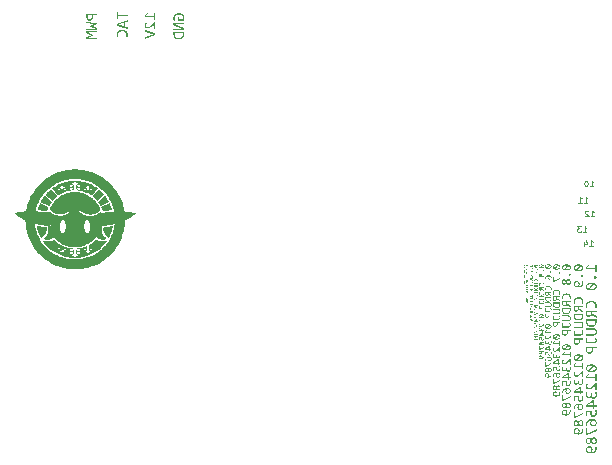
<source format=gbr>
%TF.GenerationSoftware,KiCad,Pcbnew,8.0.3*%
%TF.CreationDate,2024-08-05T20:49:33+08:00*%
%TF.ProjectId,PC_Fan_Control,50435f46-616e-45f4-936f-6e74726f6c2e,v1.0*%
%TF.SameCoordinates,Original*%
%TF.FileFunction,Legend,Bot*%
%TF.FilePolarity,Positive*%
%FSLAX46Y46*%
G04 Gerber Fmt 4.6, Leading zero omitted, Abs format (unit mm)*
G04 Created by KiCad (PCBNEW 8.0.3) date 2024-08-05 20:49:33*
%MOMM*%
%LPD*%
G01*
G04 APERTURE LIST*
%ADD10C,0.100000*%
%ADD11C,0.075000*%
%ADD12C,0.025000*%
%ADD13C,0.062500*%
%ADD14C,0.050000*%
%ADD15C,0.037500*%
%ADD16C,0.012500*%
%ADD17C,0.000000*%
G04 APERTURE END LIST*
D10*
X156990325Y-118057809D02*
X157276039Y-118057809D01*
X157133182Y-118057809D02*
X157133182Y-117557809D01*
X157133182Y-117557809D02*
X157180801Y-117629238D01*
X157180801Y-117629238D02*
X157228420Y-117676857D01*
X157228420Y-117676857D02*
X157276039Y-117700666D01*
X156561754Y-117724476D02*
X156561754Y-118057809D01*
X156680802Y-117534000D02*
X156799849Y-117891142D01*
X156799849Y-117891142D02*
X156490326Y-117891142D01*
X157041125Y-113028609D02*
X157326839Y-113028609D01*
X157183982Y-113028609D02*
X157183982Y-112528609D01*
X157183982Y-112528609D02*
X157231601Y-112600038D01*
X157231601Y-112600038D02*
X157279220Y-112647657D01*
X157279220Y-112647657D02*
X157326839Y-112671466D01*
X156731602Y-112528609D02*
X156683983Y-112528609D01*
X156683983Y-112528609D02*
X156636364Y-112552419D01*
X156636364Y-112552419D02*
X156612554Y-112576228D01*
X156612554Y-112576228D02*
X156588745Y-112623847D01*
X156588745Y-112623847D02*
X156564935Y-112719085D01*
X156564935Y-112719085D02*
X156564935Y-112838133D01*
X156564935Y-112838133D02*
X156588745Y-112933371D01*
X156588745Y-112933371D02*
X156612554Y-112980990D01*
X156612554Y-112980990D02*
X156636364Y-113004800D01*
X156636364Y-113004800D02*
X156683983Y-113028609D01*
X156683983Y-113028609D02*
X156731602Y-113028609D01*
X156731602Y-113028609D02*
X156779221Y-113004800D01*
X156779221Y-113004800D02*
X156803030Y-112980990D01*
X156803030Y-112980990D02*
X156826840Y-112933371D01*
X156826840Y-112933371D02*
X156850649Y-112838133D01*
X156850649Y-112838133D02*
X156850649Y-112719085D01*
X156850649Y-112719085D02*
X156826840Y-112623847D01*
X156826840Y-112623847D02*
X156803030Y-112576228D01*
X156803030Y-112576228D02*
X156779221Y-112552419D01*
X156779221Y-112552419D02*
X156731602Y-112528609D01*
D11*
G36*
X156116262Y-119627482D02*
G01*
X156165093Y-119630958D01*
X156210269Y-119636962D01*
X156256724Y-119646738D01*
X156261601Y-119648032D01*
X156307402Y-119662818D01*
X156347794Y-119680954D01*
X156385977Y-119704770D01*
X156406844Y-119722048D01*
X156436793Y-119755092D01*
X156460935Y-119795775D01*
X156471610Y-119823101D01*
X156481904Y-119866821D01*
X156485335Y-119913817D01*
X156482415Y-119959052D01*
X156472460Y-120004446D01*
X156455440Y-120045269D01*
X156436570Y-120075338D01*
X156405405Y-120110887D01*
X156370809Y-120138912D01*
X156367367Y-120141256D01*
X156326729Y-120164548D01*
X156285367Y-120181756D01*
X156239798Y-120195185D01*
X156210539Y-120201460D01*
X156164508Y-120208439D01*
X156115902Y-120212496D01*
X156070537Y-120213650D01*
X156024898Y-120212672D01*
X155976140Y-120209158D01*
X155931008Y-120203089D01*
X155884571Y-120193207D01*
X155879693Y-120191926D01*
X155833866Y-120177225D01*
X155793406Y-120159090D01*
X155755098Y-120135175D01*
X155734059Y-120117983D01*
X155717609Y-120100004D01*
X155996458Y-120100004D01*
X156036026Y-120103301D01*
X156076692Y-120104840D01*
X156119109Y-120103814D01*
X156166938Y-120099774D01*
X156214079Y-120091870D01*
X156228614Y-120088453D01*
X156271680Y-120074927D01*
X156313437Y-120054721D01*
X156344548Y-120031778D01*
X156373667Y-119996469D01*
X156387492Y-119964949D01*
X156393890Y-119919972D01*
X156393375Y-119905979D01*
X156383119Y-119861501D01*
X156378696Y-119852124D01*
X156352564Y-119815778D01*
X156342302Y-119806134D01*
X156305743Y-119781487D01*
X156288213Y-119773166D01*
X156246172Y-119758186D01*
X155996458Y-120100004D01*
X155717609Y-120100004D01*
X155703914Y-120085036D01*
X155679700Y-120044390D01*
X155669025Y-120017063D01*
X155658731Y-119973344D01*
X155655300Y-119926347D01*
X155655716Y-119919972D01*
X155746745Y-119919972D01*
X155747270Y-119933516D01*
X155757735Y-119976905D01*
X155762091Y-119986266D01*
X155788290Y-120022188D01*
X155797207Y-120030570D01*
X155834892Y-120056040D01*
X155852233Y-120064476D01*
X155894463Y-120079561D01*
X156140659Y-119737743D01*
X156105708Y-119735545D01*
X156069438Y-119735325D01*
X156021709Y-119736591D01*
X155973521Y-119740910D01*
X155929853Y-119748294D01*
X155915098Y-119751708D01*
X155871318Y-119765176D01*
X155828737Y-119785224D01*
X155796874Y-119808316D01*
X155767407Y-119843695D01*
X155753282Y-119875173D01*
X155746745Y-119919972D01*
X155655716Y-119919972D01*
X155658241Y-119881323D01*
X155668270Y-119836011D01*
X155685415Y-119795115D01*
X155704196Y-119764957D01*
X155735350Y-119729398D01*
X155770045Y-119701473D01*
X155773474Y-119699155D01*
X155814054Y-119676042D01*
X155855497Y-119658818D01*
X155901277Y-119645199D01*
X155930602Y-119638849D01*
X155976676Y-119631788D01*
X156025255Y-119627682D01*
X156070537Y-119626515D01*
X156116262Y-119627482D01*
G37*
G36*
X156277826Y-120607125D02*
G01*
X156285959Y-120646912D01*
X156308381Y-120679665D01*
X156341793Y-120701647D01*
X156382460Y-120709780D01*
X156422467Y-120701647D01*
X156455220Y-120679665D01*
X156477202Y-120646912D01*
X156485335Y-120607125D01*
X156477202Y-120566898D01*
X156455220Y-120534365D01*
X156422467Y-120512383D01*
X156382460Y-120504470D01*
X156341793Y-120512383D01*
X156308381Y-120534365D01*
X156285959Y-120566898D01*
X156277826Y-120607125D01*
G37*
G36*
X155928807Y-121017806D02*
G01*
X155975094Y-121022089D01*
X156018001Y-121033133D01*
X156058997Y-121052478D01*
X156094058Y-121079295D01*
X156096050Y-121081221D01*
X156124125Y-121116227D01*
X156143957Y-121156232D01*
X156150008Y-121174151D01*
X156159258Y-121220048D01*
X156161762Y-121263943D01*
X156161386Y-121282275D01*
X156156893Y-121327931D01*
X156146375Y-121373852D01*
X156143401Y-121383269D01*
X156127172Y-121424454D01*
X156105488Y-121463538D01*
X156132526Y-121461120D01*
X156151278Y-121459165D01*
X156196166Y-121450564D01*
X156238259Y-121435621D01*
X156243757Y-121433021D01*
X156281653Y-121408923D01*
X156313657Y-121376710D01*
X156322914Y-121364142D01*
X156345009Y-121323871D01*
X156360478Y-121279770D01*
X156369489Y-121237327D01*
X156374759Y-121189794D01*
X156376305Y-121142163D01*
X156376305Y-121067205D01*
X156471267Y-121067205D01*
X156471267Y-121134690D01*
X156471241Y-121141383D01*
X156469659Y-121186855D01*
X156464837Y-121235861D01*
X156456800Y-121281707D01*
X156445548Y-121324393D01*
X156438617Y-121344531D01*
X156419756Y-121386801D01*
X156396375Y-121424863D01*
X156365094Y-121462219D01*
X156347323Y-121478997D01*
X156311629Y-121505815D01*
X156271171Y-121528286D01*
X156225949Y-121546410D01*
X156209752Y-121551477D01*
X156163744Y-121562554D01*
X156120130Y-121569339D01*
X156073380Y-121573410D01*
X156023496Y-121574766D01*
X155992907Y-121574251D01*
X155947023Y-121571284D01*
X155899904Y-121564792D01*
X155853137Y-121553664D01*
X155815656Y-121540631D01*
X155775513Y-121521206D01*
X155738831Y-121495632D01*
X155725625Y-121483748D01*
X155696914Y-121449635D01*
X155675084Y-121407704D01*
X155668360Y-121388263D01*
X155658565Y-121343967D01*
X155655300Y-121296696D01*
X155655462Y-121291640D01*
X155743227Y-121291640D01*
X155745082Y-121320636D01*
X155756417Y-121363741D01*
X155768905Y-121386286D01*
X155801260Y-121417816D01*
X155840490Y-121438427D01*
X155884791Y-121451668D01*
X155923469Y-121458426D01*
X155968174Y-121462379D01*
X156014044Y-121463538D01*
X156037345Y-121425729D01*
X156038681Y-121423110D01*
X156056249Y-121381546D01*
X156057745Y-121377207D01*
X156069218Y-121334065D01*
X156069777Y-121331021D01*
X156073835Y-121286804D01*
X156072536Y-121260020D01*
X156062844Y-121216242D01*
X156057583Y-121203775D01*
X156031410Y-121167662D01*
X156021949Y-121159951D01*
X155981291Y-121139965D01*
X155960105Y-121134834D01*
X155914466Y-121130953D01*
X155884935Y-121132684D01*
X155841486Y-121143263D01*
X155824251Y-121150900D01*
X155787631Y-121176895D01*
X155777409Y-121188147D01*
X155754658Y-121227673D01*
X155748630Y-121246576D01*
X155743227Y-121291640D01*
X155655462Y-121291640D01*
X155656034Y-121273829D01*
X155662662Y-121226881D01*
X155676183Y-121183489D01*
X155681640Y-121170908D01*
X155704475Y-121130390D01*
X155733116Y-121095342D01*
X155742324Y-121086419D01*
X155777637Y-121059191D01*
X155817746Y-121038189D01*
X155833110Y-121032300D01*
X155878069Y-121021120D01*
X155922380Y-121017746D01*
X155928807Y-121017806D01*
G37*
G36*
X156450164Y-122955007D02*
G01*
X156463868Y-122912144D01*
X156474207Y-122868375D01*
X156481179Y-122823703D01*
X156484785Y-122778125D01*
X156485335Y-122751675D01*
X156482834Y-122700100D01*
X156475331Y-122652400D01*
X156462827Y-122608575D01*
X156441220Y-122561099D01*
X156412410Y-122519203D01*
X156382899Y-122488552D01*
X156340949Y-122457401D01*
X156300713Y-122436364D01*
X156255679Y-122419804D01*
X156205848Y-122407719D01*
X156151218Y-122400110D01*
X156104060Y-122397246D01*
X156079330Y-122396888D01*
X156031808Y-122398468D01*
X155986622Y-122403208D01*
X155938579Y-122412317D01*
X155903255Y-122422167D01*
X155860885Y-122438108D01*
X155818252Y-122459858D01*
X155780299Y-122485858D01*
X155769825Y-122494487D01*
X155737947Y-122525799D01*
X155711007Y-122560931D01*
X155689004Y-122599884D01*
X155685195Y-122608133D01*
X155669430Y-122651466D01*
X155659504Y-122697933D01*
X155655563Y-122742433D01*
X155655300Y-122757830D01*
X155657150Y-122802210D01*
X155663281Y-122847001D01*
X155666511Y-122862244D01*
X155679677Y-122906712D01*
X155698157Y-122949441D01*
X155701022Y-122955007D01*
X155810052Y-122955007D01*
X155788534Y-122916100D01*
X155771082Y-122873013D01*
X155768287Y-122864222D01*
X155757873Y-122818237D01*
X155753906Y-122771919D01*
X155753779Y-122761567D01*
X155757298Y-122717086D01*
X155768958Y-122673160D01*
X155775101Y-122658472D01*
X155799341Y-122618444D01*
X155829635Y-122586576D01*
X155837090Y-122580436D01*
X155876081Y-122555174D01*
X155918390Y-122536764D01*
X155936228Y-122530977D01*
X155982400Y-122520395D01*
X156028798Y-122514985D01*
X156069658Y-122513612D01*
X156116953Y-122515168D01*
X156168721Y-122521144D01*
X156215047Y-122531603D01*
X156262219Y-122549469D01*
X156301986Y-122573437D01*
X156307062Y-122577359D01*
X156341972Y-122612928D01*
X156366908Y-122655889D01*
X156380544Y-122699543D01*
X156386544Y-122748856D01*
X156386856Y-122763985D01*
X156384752Y-122808686D01*
X156377829Y-122854619D01*
X156375865Y-122863563D01*
X156363423Y-122907413D01*
X156347117Y-122949524D01*
X156344651Y-122955007D01*
X156450164Y-122955007D01*
G37*
G36*
X156471267Y-123247146D02*
G01*
X156109006Y-123247146D01*
X156109006Y-123299023D01*
X156114061Y-123342547D01*
X156130548Y-123378378D01*
X156161542Y-123408933D01*
X156171970Y-123416035D01*
X156211001Y-123436849D01*
X156471267Y-123557530D01*
X156471267Y-123681727D01*
X156203967Y-123553793D01*
X156200909Y-123552242D01*
X156162152Y-123530747D01*
X156125272Y-123505213D01*
X156105519Y-123485955D01*
X156083726Y-123447401D01*
X156074235Y-123479954D01*
X156054491Y-123521919D01*
X156038664Y-123544804D01*
X156007889Y-123576214D01*
X155988599Y-123590054D01*
X155947879Y-123609407D01*
X155922459Y-123616239D01*
X155877756Y-123620618D01*
X155835855Y-123617285D01*
X155792687Y-123605450D01*
X155761173Y-123588855D01*
X155726961Y-123557750D01*
X155725269Y-123555699D01*
X155701412Y-123518034D01*
X155684536Y-123474438D01*
X155677204Y-123444434D01*
X155671161Y-123399561D01*
X155669368Y-123353538D01*
X155669368Y-123350900D01*
X155760813Y-123350900D01*
X155761918Y-123377348D01*
X155770759Y-123423242D01*
X155792247Y-123464986D01*
X155800552Y-123474466D01*
X155840628Y-123498758D01*
X155886769Y-123505433D01*
X155900645Y-123504854D01*
X155944361Y-123493343D01*
X155953413Y-123488536D01*
X155986567Y-123459491D01*
X155994617Y-123447923D01*
X156012505Y-123406295D01*
X156017729Y-123381802D01*
X156021078Y-123336173D01*
X156021078Y-123247146D01*
X155760813Y-123247146D01*
X155760813Y-123350900D01*
X155669368Y-123350900D01*
X155669368Y-123137017D01*
X156471267Y-123137017D01*
X156471267Y-123247146D01*
G37*
G36*
X156471267Y-123964414D02*
G01*
X156469871Y-124011121D01*
X156465113Y-124058681D01*
X156456978Y-124102240D01*
X156451120Y-124124466D01*
X156435565Y-124169016D01*
X156416092Y-124208632D01*
X156411051Y-124217080D01*
X156385025Y-124253180D01*
X156352564Y-124285789D01*
X156347889Y-124289699D01*
X156310798Y-124316071D01*
X156270133Y-124337226D01*
X156258644Y-124342004D01*
X156216647Y-124356075D01*
X156171874Y-124366023D01*
X156151920Y-124369085D01*
X156107520Y-124373548D01*
X156061525Y-124375035D01*
X156037058Y-124374671D01*
X155990525Y-124371758D01*
X155936861Y-124364022D01*
X155888198Y-124351734D01*
X155844537Y-124334896D01*
X155805877Y-124313507D01*
X155766089Y-124281832D01*
X155760138Y-124275927D01*
X155728402Y-124236545D01*
X155703466Y-124190393D01*
X155687881Y-124146762D01*
X155677019Y-124098430D01*
X155670880Y-124045397D01*
X155669368Y-123999585D01*
X155669368Y-123996068D01*
X155760813Y-123996068D01*
X155761591Y-124024387D01*
X155766548Y-124069117D01*
X155777079Y-124112132D01*
X155779191Y-124118249D01*
X155800008Y-124159968D01*
X155829616Y-124194344D01*
X155841440Y-124204172D01*
X155880485Y-124227349D01*
X155924578Y-124243144D01*
X155932045Y-124245114D01*
X155976797Y-124253676D01*
X156022890Y-124258124D01*
X156068779Y-124259411D01*
X156087699Y-124259141D01*
X156140855Y-124255100D01*
X156188606Y-124246210D01*
X156230951Y-124232470D01*
X156279002Y-124206607D01*
X156317442Y-124172123D01*
X156346273Y-124129018D01*
X156365493Y-124077292D01*
X156373602Y-124032840D01*
X156376305Y-123983538D01*
X156376305Y-123901326D01*
X155760813Y-123901326D01*
X155760813Y-123996068D01*
X155669368Y-123996068D01*
X155669368Y-123791417D01*
X156471267Y-123791417D01*
X156471267Y-123964414D01*
G37*
G36*
X156194075Y-125045262D02*
G01*
X156238261Y-125043028D01*
X156283145Y-125035496D01*
X156314536Y-125026357D01*
X156355645Y-125008238D01*
X156393993Y-124982151D01*
X156406200Y-124971183D01*
X156436001Y-124936099D01*
X156457796Y-124897869D01*
X156464672Y-124881717D01*
X156478050Y-124836240D01*
X156484346Y-124789625D01*
X156485335Y-124760377D01*
X156483424Y-124715370D01*
X156476909Y-124671069D01*
X156465771Y-124632223D01*
X156445347Y-124589956D01*
X156416554Y-124552887D01*
X156409937Y-124546494D01*
X156372952Y-124519494D01*
X156332681Y-124501354D01*
X156323329Y-124498353D01*
X156280364Y-124488675D01*
X156233625Y-124483931D01*
X156210782Y-124483406D01*
X155669368Y-124483406D01*
X155669368Y-124593315D01*
X156202209Y-124593315D01*
X156246777Y-124595568D01*
X156285520Y-124602327D01*
X156327336Y-124618985D01*
X156345310Y-124631563D01*
X156373735Y-124667196D01*
X156381581Y-124684540D01*
X156391859Y-124728210D01*
X156393890Y-124763894D01*
X156389891Y-124809702D01*
X156376067Y-124852034D01*
X156349454Y-124888186D01*
X156343332Y-124893587D01*
X156303716Y-124917366D01*
X156259271Y-124930417D01*
X156212407Y-124935189D01*
X156201109Y-124935353D01*
X155669368Y-124935353D01*
X155669368Y-125045262D01*
X156194075Y-125045262D01*
G37*
G36*
X155669368Y-125650203D02*
G01*
X156230126Y-125650203D01*
X156274659Y-125647215D01*
X156320038Y-125637385D01*
X156328824Y-125634595D01*
X156369905Y-125616596D01*
X156407975Y-125589517D01*
X156410157Y-125587554D01*
X156439420Y-125554511D01*
X156462501Y-125514319D01*
X156465112Y-125508420D01*
X156478936Y-125463634D01*
X156484841Y-125416246D01*
X156485335Y-125396532D01*
X156482627Y-125352201D01*
X156482038Y-125347512D01*
X156474474Y-125303537D01*
X156473465Y-125299152D01*
X156460754Y-125256909D01*
X156460276Y-125255628D01*
X156443130Y-125220457D01*
X156334100Y-125220457D01*
X156357510Y-125260794D01*
X156374467Y-125302403D01*
X156375426Y-125305307D01*
X156386155Y-125348961D01*
X156390359Y-125394992D01*
X156390373Y-125397851D01*
X156384593Y-125444105D01*
X156365284Y-125484378D01*
X156349267Y-125501825D01*
X156309883Y-125525451D01*
X156267206Y-125536034D01*
X156230785Y-125538315D01*
X155764330Y-125538315D01*
X155764330Y-125231009D01*
X155669368Y-125231009D01*
X155669368Y-125650203D01*
G37*
G36*
X156471267Y-126007628D02*
G01*
X156189899Y-126007628D01*
X156189899Y-126107865D01*
X156189805Y-126118269D01*
X156187068Y-126162815D01*
X156179580Y-126207947D01*
X156165939Y-126252286D01*
X156154762Y-126277787D01*
X156132371Y-126316659D01*
X156103510Y-126351863D01*
X156093732Y-126361322D01*
X156056964Y-126389344D01*
X156016242Y-126409456D01*
X156007084Y-126412795D01*
X155964144Y-126424035D01*
X155917763Y-126428140D01*
X155889132Y-126426952D01*
X155844649Y-126419384D01*
X155803018Y-126403301D01*
X155791478Y-126396878D01*
X155755414Y-126370179D01*
X155726082Y-126336916D01*
X155717142Y-126323537D01*
X155696393Y-126282592D01*
X155682777Y-126239976D01*
X155677553Y-126215691D01*
X155671254Y-126169308D01*
X155669368Y-126125011D01*
X155669368Y-126120175D01*
X155760813Y-126120175D01*
X155760976Y-126131447D01*
X155765748Y-126178263D01*
X155778800Y-126222777D01*
X155802578Y-126262617D01*
X155835479Y-126291652D01*
X155877055Y-126308635D01*
X155922380Y-126313615D01*
X155927763Y-126313563D01*
X155972354Y-126308442D01*
X156017408Y-126290800D01*
X156052073Y-126260639D01*
X156064421Y-126243058D01*
X156082840Y-126201326D01*
X156092258Y-126156280D01*
X156094937Y-126110283D01*
X156094937Y-126007628D01*
X155760813Y-126007628D01*
X155760813Y-126120175D01*
X155669368Y-126120175D01*
X155669368Y-125897498D01*
X156471267Y-125897498D01*
X156471267Y-126007628D01*
G37*
G36*
X156116262Y-127239359D02*
G01*
X156165093Y-127242835D01*
X156210269Y-127248839D01*
X156256724Y-127258615D01*
X156261601Y-127259909D01*
X156307402Y-127274696D01*
X156347794Y-127292831D01*
X156385977Y-127316647D01*
X156406844Y-127333925D01*
X156436793Y-127366970D01*
X156460935Y-127407652D01*
X156471610Y-127434978D01*
X156481904Y-127478698D01*
X156485335Y-127525695D01*
X156482415Y-127570929D01*
X156472460Y-127616323D01*
X156455440Y-127657146D01*
X156436570Y-127687216D01*
X156405405Y-127722764D01*
X156370809Y-127750789D01*
X156367367Y-127753133D01*
X156326729Y-127776425D01*
X156285367Y-127793633D01*
X156239798Y-127807062D01*
X156210539Y-127813337D01*
X156164508Y-127820316D01*
X156115902Y-127824373D01*
X156070537Y-127825527D01*
X156024898Y-127824549D01*
X155976140Y-127821035D01*
X155931008Y-127814966D01*
X155884571Y-127805084D01*
X155879693Y-127803803D01*
X155833866Y-127789102D01*
X155793406Y-127770967D01*
X155755098Y-127747052D01*
X155734059Y-127729860D01*
X155717609Y-127711881D01*
X155996458Y-127711881D01*
X156036026Y-127715178D01*
X156076692Y-127716717D01*
X156119109Y-127715691D01*
X156166938Y-127711651D01*
X156214079Y-127703748D01*
X156228614Y-127700330D01*
X156271680Y-127686804D01*
X156313437Y-127666598D01*
X156344548Y-127643656D01*
X156373667Y-127608346D01*
X156387492Y-127576826D01*
X156393890Y-127531849D01*
X156393375Y-127517857D01*
X156383119Y-127473378D01*
X156378696Y-127464001D01*
X156352564Y-127427655D01*
X156342302Y-127418011D01*
X156305743Y-127393364D01*
X156288213Y-127385043D01*
X156246172Y-127370063D01*
X155996458Y-127711881D01*
X155717609Y-127711881D01*
X155703914Y-127696913D01*
X155679700Y-127656267D01*
X155669025Y-127628941D01*
X155658731Y-127585221D01*
X155655300Y-127538224D01*
X155655716Y-127531849D01*
X155746745Y-127531849D01*
X155747270Y-127545393D01*
X155757735Y-127588782D01*
X155762091Y-127598144D01*
X155788290Y-127634065D01*
X155797207Y-127642447D01*
X155834892Y-127667917D01*
X155852233Y-127676354D01*
X155894463Y-127691438D01*
X156140659Y-127349620D01*
X156105708Y-127347422D01*
X156069438Y-127347202D01*
X156021709Y-127348468D01*
X155973521Y-127352787D01*
X155929853Y-127360171D01*
X155915098Y-127363585D01*
X155871318Y-127377053D01*
X155828737Y-127397101D01*
X155796874Y-127420194D01*
X155767407Y-127455572D01*
X155753282Y-127487050D01*
X155746745Y-127531849D01*
X155655716Y-127531849D01*
X155658241Y-127493200D01*
X155668270Y-127447888D01*
X155685415Y-127406993D01*
X155704196Y-127376834D01*
X155735350Y-127341275D01*
X155770045Y-127313350D01*
X155773474Y-127311032D01*
X155814054Y-127287920D01*
X155855497Y-127270695D01*
X155901277Y-127257076D01*
X155930602Y-127250726D01*
X155976676Y-127243665D01*
X156025255Y-127239559D01*
X156070537Y-127238392D01*
X156116262Y-127239359D01*
G37*
G36*
X156471267Y-128492237D02*
G01*
X156471267Y-127984676D01*
X156369271Y-127984676D01*
X156369271Y-128192404D01*
X155774881Y-128192404D01*
X155894463Y-127998964D01*
X155803018Y-127959397D01*
X155669368Y-128216584D01*
X155669368Y-128311766D01*
X156369271Y-128311766D01*
X156369271Y-128492237D01*
X156471267Y-128492237D01*
G37*
G36*
X156471267Y-129191040D02*
G01*
X156471267Y-128658639D01*
X156375426Y-128658639D01*
X156168357Y-128867687D01*
X156135208Y-128900764D01*
X156102720Y-128931635D01*
X156080869Y-128951218D01*
X156045533Y-128979739D01*
X156013384Y-129001117D01*
X155973034Y-129020291D01*
X155955792Y-129025297D01*
X155910862Y-129031157D01*
X155897320Y-129031452D01*
X155852906Y-129026488D01*
X155841047Y-129023318D01*
X155800486Y-129003705D01*
X155794006Y-128998699D01*
X155765767Y-128963465D01*
X155761912Y-128955394D01*
X155751183Y-128911911D01*
X155750262Y-128891867D01*
X155755430Y-128845721D01*
X155770934Y-128803729D01*
X155773782Y-128798444D01*
X155798876Y-128760580D01*
X155830055Y-128725711D01*
X155834672Y-128721288D01*
X155762791Y-128661937D01*
X155731553Y-128695007D01*
X155704939Y-128731350D01*
X155684756Y-128767230D01*
X155667986Y-128810496D01*
X155658781Y-128853842D01*
X155655329Y-128901008D01*
X155655300Y-128905935D01*
X155658371Y-128951208D01*
X155668479Y-128995605D01*
X155671347Y-129003974D01*
X155690911Y-129045135D01*
X155717509Y-129080251D01*
X155751031Y-129108883D01*
X155791368Y-129130150D01*
X155834841Y-129142773D01*
X155879861Y-129147581D01*
X155890066Y-129147736D01*
X155934579Y-129144658D01*
X155975795Y-129135426D01*
X156017540Y-129118748D01*
X156054271Y-129098057D01*
X156091581Y-129071714D01*
X156127537Y-129041985D01*
X156135384Y-129034969D01*
X156167852Y-129004500D01*
X156199623Y-128973148D01*
X156227048Y-128945063D01*
X156369271Y-128798444D01*
X156369271Y-129191040D01*
X156471267Y-129191040D01*
G37*
G36*
X156231005Y-129867642D02*
G01*
X156275947Y-129863476D01*
X156318448Y-129850980D01*
X156330143Y-129845879D01*
X156368347Y-129822865D01*
X156402175Y-129791519D01*
X156411036Y-129781033D01*
X156436682Y-129742184D01*
X156456105Y-129699819D01*
X156465551Y-129672223D01*
X156475984Y-129629156D01*
X156482553Y-129581840D01*
X156485161Y-129535620D01*
X156485335Y-129519449D01*
X156484346Y-129473727D01*
X156481378Y-129432840D01*
X156475905Y-129389125D01*
X156471267Y-129361180D01*
X156376305Y-129361180D01*
X156382997Y-129405778D01*
X156386856Y-129442293D01*
X156389600Y-129488099D01*
X156390373Y-129529341D01*
X156388632Y-129575696D01*
X156382295Y-129621881D01*
X156379822Y-129632875D01*
X156364783Y-129676268D01*
X156349047Y-129702997D01*
X156315864Y-129734458D01*
X156300467Y-129742565D01*
X156257746Y-129753871D01*
X156236061Y-129755094D01*
X156191753Y-129746686D01*
X156179128Y-129740147D01*
X156145967Y-129709621D01*
X156138461Y-129698381D01*
X156119741Y-129656520D01*
X156113842Y-129634194D01*
X156107087Y-129589859D01*
X156105488Y-129552202D01*
X156105488Y-129460098D01*
X156017561Y-129460098D01*
X156017561Y-129553521D01*
X156013396Y-129598574D01*
X156007889Y-129619906D01*
X155988682Y-129660133D01*
X155980192Y-129671344D01*
X155945387Y-129699462D01*
X155935788Y-129704096D01*
X155891935Y-129714813D01*
X155875558Y-129715527D01*
X155831436Y-129709963D01*
X155790369Y-129687359D01*
X155780157Y-129675960D01*
X155759721Y-129634228D01*
X155751313Y-129587138D01*
X155750262Y-129559676D01*
X155752247Y-129515552D01*
X155757296Y-129475485D01*
X155766089Y-129430807D01*
X155777526Y-129386027D01*
X155778398Y-129382942D01*
X155683437Y-129382942D01*
X155671898Y-129426084D01*
X155671567Y-129427565D01*
X155663449Y-129470812D01*
X155662774Y-129475265D01*
X155657532Y-129519585D01*
X155657278Y-129522526D01*
X155655302Y-129566447D01*
X155655300Y-129567809D01*
X155657278Y-129613785D01*
X155663887Y-129658710D01*
X155669368Y-129680796D01*
X155685214Y-129723177D01*
X155709595Y-129762568D01*
X155742571Y-129794338D01*
X155773123Y-129812027D01*
X155815495Y-129825063D01*
X155857313Y-129828734D01*
X155902722Y-129824526D01*
X155946215Y-129810337D01*
X155974696Y-129793123D01*
X156007453Y-129762737D01*
X156034830Y-129724993D01*
X156050094Y-129695743D01*
X156061419Y-129738550D01*
X156069658Y-129757732D01*
X156092586Y-129795379D01*
X156107467Y-129812907D01*
X156142953Y-129842093D01*
X156161762Y-129852474D01*
X156205665Y-129865849D01*
X156231005Y-129867642D01*
G37*
G36*
X156288377Y-130367289D02*
G01*
X156471267Y-130367289D01*
X156471267Y-130477418D01*
X156288377Y-130477418D01*
X156288377Y-130615244D01*
X156193416Y-130615244D01*
X156193416Y-130477418D01*
X155669368Y-130477418D01*
X155669368Y-130367289D01*
X155771584Y-130367289D01*
X156193416Y-130367289D01*
X156193416Y-130085921D01*
X155771584Y-130367289D01*
X155669368Y-130367289D01*
X155669368Y-130322886D01*
X156193416Y-129978430D01*
X156288377Y-129978430D01*
X156288377Y-130367289D01*
G37*
G36*
X156218915Y-131246563D02*
G01*
X156265432Y-131242282D01*
X156308540Y-131229440D01*
X156327285Y-131220625D01*
X156364686Y-131196321D01*
X156397588Y-131165559D01*
X156411256Y-131149184D01*
X156437114Y-131109634D01*
X156456476Y-131068233D01*
X156465771Y-131041912D01*
X156476909Y-130998277D01*
X156483424Y-130952304D01*
X156485335Y-130908482D01*
X156484456Y-130869794D01*
X156482038Y-130828688D01*
X156478960Y-130788681D01*
X156474784Y-130753950D01*
X156376305Y-130753950D01*
X156383913Y-130799408D01*
X156387076Y-130830227D01*
X156389649Y-130876081D01*
X156390373Y-130917055D01*
X156387862Y-130961250D01*
X156378943Y-131006082D01*
X156361698Y-131048883D01*
X156345970Y-131073346D01*
X156313814Y-131104307D01*
X156293873Y-131115991D01*
X156250551Y-131129173D01*
X156225290Y-131130939D01*
X156179291Y-131124549D01*
X156140012Y-131103003D01*
X156118018Y-131076863D01*
X156098870Y-131034102D01*
X156089115Y-130990808D01*
X156084911Y-130946047D01*
X156084386Y-130921452D01*
X156084386Y-130768018D01*
X155669368Y-130768018D01*
X155669368Y-131203259D01*
X155764330Y-131203259D01*
X155764330Y-130869575D01*
X155992941Y-130869575D01*
X155992941Y-130939916D01*
X155994646Y-130986702D01*
X155999762Y-131032399D01*
X156003273Y-131053123D01*
X156014279Y-131095778D01*
X156031975Y-131137252D01*
X156039763Y-131150942D01*
X156067992Y-131187615D01*
X156104047Y-131216849D01*
X156109445Y-131220185D01*
X156151820Y-131238217D01*
X156198854Y-131245919D01*
X156218915Y-131246563D01*
G37*
G36*
X156151324Y-131412145D02*
G01*
X156199240Y-131414805D01*
X156243295Y-131420283D01*
X156287718Y-131429672D01*
X156315956Y-131438347D01*
X156359274Y-131456889D01*
X156398946Y-131482209D01*
X156414637Y-131495813D01*
X156443171Y-131529264D01*
X156464232Y-131568158D01*
X156474433Y-131598309D01*
X156482841Y-131642296D01*
X156485335Y-131686420D01*
X156484346Y-131713677D01*
X156478050Y-131757907D01*
X156464672Y-131802265D01*
X156459269Y-131815103D01*
X156436627Y-131856252D01*
X156408179Y-131891511D01*
X156398970Y-131900530D01*
X156363658Y-131927879D01*
X156323548Y-131948664D01*
X156308201Y-131954490D01*
X156263457Y-131965550D01*
X156219574Y-131968887D01*
X156209718Y-131968750D01*
X156165769Y-131964482D01*
X156122414Y-131953280D01*
X156083588Y-131935522D01*
X156046357Y-131907338D01*
X156044379Y-131905413D01*
X156016462Y-131870469D01*
X155996678Y-131830621D01*
X155991549Y-131815889D01*
X155981811Y-131770640D01*
X155978873Y-131723350D01*
X155979249Y-131705007D01*
X155979692Y-131700489D01*
X156066800Y-131700489D01*
X156068151Y-131727221D01*
X156078231Y-131770611D01*
X156083588Y-131783003D01*
X156110105Y-131819191D01*
X156119501Y-131827149D01*
X156160443Y-131847327D01*
X156181676Y-131852459D01*
X156226828Y-131856340D01*
X156255927Y-131854640D01*
X156298929Y-131844250D01*
X156315986Y-131836719D01*
X156352784Y-131810838D01*
X156364314Y-131798200D01*
X156386197Y-131760060D01*
X156392109Y-131741207D01*
X156397407Y-131695653D01*
X156395553Y-131665524D01*
X156384218Y-131621354D01*
X156371792Y-131598706D01*
X156339815Y-131567279D01*
X156300585Y-131546963D01*
X156256284Y-131534086D01*
X156217454Y-131527829D01*
X156172598Y-131524168D01*
X156126591Y-131523095D01*
X156103730Y-131561344D01*
X156102393Y-131563989D01*
X156084606Y-131605527D01*
X156083072Y-131609904D01*
X156071636Y-131653008D01*
X156071051Y-131656027D01*
X156066800Y-131700489D01*
X155979692Y-131700489D01*
X155983742Y-131659223D01*
X155994260Y-131613001D01*
X155997234Y-131603545D01*
X156013463Y-131562228D01*
X156035146Y-131523095D01*
X156003712Y-131525513D01*
X155993584Y-131526585D01*
X155948768Y-131534855D01*
X155905234Y-131549693D01*
X155902485Y-131550905D01*
X155864292Y-131572994D01*
X155829836Y-131604648D01*
X155824107Y-131611556D01*
X155799171Y-131650560D01*
X155781476Y-131693674D01*
X155773188Y-131725110D01*
X155766356Y-131771730D01*
X155764330Y-131819191D01*
X155764330Y-131905799D01*
X155669368Y-131905799D01*
X155669368Y-131826005D01*
X155669435Y-131815806D01*
X155671368Y-131771822D01*
X155676658Y-131726622D01*
X155686294Y-131681364D01*
X155694352Y-131654830D01*
X155711199Y-131612965D01*
X155733775Y-131572774D01*
X155741551Y-131561522D01*
X155771797Y-131525819D01*
X155806755Y-131495838D01*
X155817499Y-131488333D01*
X155857265Y-131465042D01*
X155900398Y-131446378D01*
X155919769Y-131439817D01*
X155963438Y-131428094D01*
X156009428Y-131419780D01*
X156038567Y-131416318D01*
X156083153Y-131412980D01*
X156128789Y-131411867D01*
X156151324Y-131412145D01*
G37*
G36*
X155771364Y-132646588D02*
G01*
X156471267Y-132307847D01*
X156471267Y-132184749D01*
X155771364Y-132536678D01*
X155771364Y-132100119D01*
X155669368Y-132100119D01*
X155669368Y-132646588D01*
X155771364Y-132646588D01*
G37*
G36*
X156324043Y-132796708D02*
G01*
X156367073Y-132810572D01*
X156398744Y-132830524D01*
X156429501Y-132862010D01*
X156431138Y-132864155D01*
X156454240Y-132902802D01*
X156470607Y-132946420D01*
X156476346Y-132969201D01*
X156483264Y-133015526D01*
X156485335Y-133062924D01*
X156484840Y-133085119D01*
X156480375Y-133131087D01*
X156471267Y-133174152D01*
X156468517Y-133183675D01*
X156452721Y-133224896D01*
X156430380Y-133263179D01*
X156400265Y-133296756D01*
X156363995Y-133321870D01*
X156361511Y-133323169D01*
X156318791Y-133338336D01*
X156273650Y-133342973D01*
X156244860Y-133341180D01*
X156201549Y-133330224D01*
X156179936Y-133320389D01*
X156142858Y-133294833D01*
X156123785Y-133276543D01*
X156095157Y-133240977D01*
X156077023Y-133212931D01*
X156055809Y-133174152D01*
X156053448Y-133178640D01*
X156028512Y-133219950D01*
X156001172Y-133254778D01*
X155968322Y-133285600D01*
X155938567Y-133304621D01*
X155893647Y-133320298D01*
X155847202Y-133324948D01*
X155810482Y-133321876D01*
X155767847Y-133308901D01*
X155738707Y-133291789D01*
X155707177Y-133260761D01*
X155685030Y-133224821D01*
X155668709Y-133181187D01*
X155663484Y-133159784D01*
X155657186Y-133116185D01*
X155655300Y-133071497D01*
X155655393Y-133067760D01*
X155746745Y-133067760D01*
X155747378Y-133088843D01*
X155754065Y-133133222D01*
X155772683Y-133176351D01*
X155807936Y-133206538D01*
X155851818Y-133215039D01*
X155858089Y-133214905D01*
X155902062Y-133205423D01*
X155940624Y-133180967D01*
X155966557Y-133153334D01*
X155991762Y-133117286D01*
X156014044Y-133077212D01*
X156004952Y-133059187D01*
X156105488Y-133059187D01*
X156126061Y-133101739D01*
X156148793Y-133140740D01*
X156160557Y-133157873D01*
X156190778Y-133192177D01*
X156194701Y-133195659D01*
X156233423Y-133218556D01*
X156277826Y-133226030D01*
X156287097Y-133225729D01*
X156329923Y-133213720D01*
X156333938Y-133211332D01*
X156365973Y-133180087D01*
X156371002Y-133171821D01*
X156387076Y-133129749D01*
X156390370Y-133113114D01*
X156393890Y-133067760D01*
X156393299Y-133049084D01*
X156386417Y-133004672D01*
X156383269Y-132994069D01*
X156363555Y-132954554D01*
X156360654Y-132950715D01*
X156326626Y-132921581D01*
X156319664Y-132918098D01*
X156276507Y-132909491D01*
X156273439Y-132909520D01*
X156229686Y-132916965D01*
X156224108Y-132918991D01*
X156186601Y-132942024D01*
X156173752Y-132954110D01*
X156145935Y-132988406D01*
X156127085Y-133018300D01*
X156105488Y-133059187D01*
X156004952Y-133059187D01*
X155998472Y-133046342D01*
X155976235Y-133007750D01*
X155966865Y-132993832D01*
X155938426Y-132959170D01*
X155934778Y-132955632D01*
X155897320Y-132930593D01*
X155893164Y-132928943D01*
X155849400Y-132921361D01*
X155806876Y-132929813D01*
X155772463Y-132959829D01*
X155761211Y-132981083D01*
X155749784Y-133023766D01*
X155746745Y-133067760D01*
X155655393Y-133067760D01*
X155655903Y-133047296D01*
X155660725Y-133002556D01*
X155672446Y-132956532D01*
X155673529Y-132953498D01*
X155692504Y-132911799D01*
X155718388Y-132875199D01*
X155744991Y-132849996D01*
X155783894Y-132826619D01*
X155814120Y-132816230D01*
X155859731Y-132810572D01*
X155891014Y-132812853D01*
X155934487Y-132824826D01*
X155973817Y-132847062D01*
X155979964Y-132851790D01*
X156012515Y-132883748D01*
X156040259Y-132921547D01*
X156063723Y-132962687D01*
X156074758Y-132941790D01*
X156100719Y-132899897D01*
X156128244Y-132865098D01*
X156160663Y-132834752D01*
X156199651Y-132811224D01*
X156243470Y-132797462D01*
X156287498Y-132793427D01*
X156324043Y-132796708D01*
G37*
G36*
X155928807Y-133473605D02*
G01*
X155975094Y-133477888D01*
X156018001Y-133488933D01*
X156058997Y-133508277D01*
X156094058Y-133535094D01*
X156096050Y-133537020D01*
X156124125Y-133572026D01*
X156143957Y-133612031D01*
X156150008Y-133629950D01*
X156159258Y-133675847D01*
X156161762Y-133719742D01*
X156161386Y-133738075D01*
X156156893Y-133783730D01*
X156146375Y-133829651D01*
X156143401Y-133839068D01*
X156127172Y-133880253D01*
X156105488Y-133919337D01*
X156132526Y-133916919D01*
X156151278Y-133914964D01*
X156196166Y-133906363D01*
X156238259Y-133891420D01*
X156243757Y-133888820D01*
X156281653Y-133864722D01*
X156313657Y-133832509D01*
X156322914Y-133819941D01*
X156345009Y-133779670D01*
X156360478Y-133735569D01*
X156369489Y-133693126D01*
X156374759Y-133645593D01*
X156376305Y-133597963D01*
X156376305Y-133523004D01*
X156471267Y-133523004D01*
X156471267Y-133590489D01*
X156471241Y-133597182D01*
X156469659Y-133642654D01*
X156464837Y-133691660D01*
X156456800Y-133737506D01*
X156445548Y-133780192D01*
X156438617Y-133800330D01*
X156419756Y-133842600D01*
X156396375Y-133880662D01*
X156365094Y-133918018D01*
X156347323Y-133934796D01*
X156311629Y-133961614D01*
X156271171Y-133984085D01*
X156225949Y-134002209D01*
X156209752Y-134007276D01*
X156163744Y-134018353D01*
X156120130Y-134025138D01*
X156073380Y-134029209D01*
X156023496Y-134030565D01*
X155992907Y-134030050D01*
X155947023Y-134027083D01*
X155899904Y-134020591D01*
X155853137Y-134009463D01*
X155815656Y-133996430D01*
X155775513Y-133977005D01*
X155738831Y-133951431D01*
X155725625Y-133939547D01*
X155696914Y-133905434D01*
X155675084Y-133863503D01*
X155668360Y-133844062D01*
X155658565Y-133799766D01*
X155655300Y-133752495D01*
X155655462Y-133747439D01*
X155743227Y-133747439D01*
X155745082Y-133776435D01*
X155756417Y-133819540D01*
X155768905Y-133842085D01*
X155801260Y-133873615D01*
X155840490Y-133894226D01*
X155884791Y-133907467D01*
X155923469Y-133914225D01*
X155968174Y-133918178D01*
X156014044Y-133919337D01*
X156037345Y-133881528D01*
X156038681Y-133878909D01*
X156056249Y-133837345D01*
X156057745Y-133833006D01*
X156069218Y-133789864D01*
X156069777Y-133786820D01*
X156073835Y-133742603D01*
X156072536Y-133715819D01*
X156062844Y-133672041D01*
X156057583Y-133659574D01*
X156031410Y-133623461D01*
X156021949Y-133615750D01*
X155981291Y-133595764D01*
X155960105Y-133590633D01*
X155914466Y-133586752D01*
X155884935Y-133588483D01*
X155841486Y-133599062D01*
X155824251Y-133606699D01*
X155787631Y-133632694D01*
X155777409Y-133643946D01*
X155754658Y-133683472D01*
X155748630Y-133702375D01*
X155743227Y-133747439D01*
X155655462Y-133747439D01*
X155656034Y-133729628D01*
X155662662Y-133682680D01*
X155676183Y-133639288D01*
X155681640Y-133626707D01*
X155704475Y-133586189D01*
X155733116Y-133551141D01*
X155742324Y-133542218D01*
X155777637Y-133514990D01*
X155817746Y-133493988D01*
X155833110Y-133488099D01*
X155878069Y-133476919D01*
X155922380Y-133473545D01*
X155928807Y-133473605D01*
G37*
D12*
G36*
X151736177Y-119660529D02*
G01*
X151747028Y-119661301D01*
X151757067Y-119662636D01*
X151767390Y-119664808D01*
X151768474Y-119665096D01*
X151778652Y-119668381D01*
X151787628Y-119672412D01*
X151796113Y-119677704D01*
X151800750Y-119681544D01*
X151807406Y-119688887D01*
X151812771Y-119697927D01*
X151815143Y-119704000D01*
X151817430Y-119713715D01*
X151818193Y-119724159D01*
X151817544Y-119734211D01*
X151815332Y-119744299D01*
X151811549Y-119753370D01*
X151807356Y-119760053D01*
X151800431Y-119767952D01*
X151792743Y-119774180D01*
X151791978Y-119774701D01*
X151782947Y-119779877D01*
X151773755Y-119783701D01*
X151763629Y-119786685D01*
X151757127Y-119788080D01*
X151746898Y-119789630D01*
X151736097Y-119790532D01*
X151726016Y-119790788D01*
X151715874Y-119790571D01*
X151705038Y-119789790D01*
X151695009Y-119788442D01*
X151684690Y-119786246D01*
X151683606Y-119785961D01*
X151673422Y-119782694D01*
X151664431Y-119778664D01*
X151655918Y-119773350D01*
X151651243Y-119769529D01*
X151647587Y-119765534D01*
X151709554Y-119765534D01*
X151718346Y-119766266D01*
X151727383Y-119766608D01*
X151736809Y-119766380D01*
X151747438Y-119765483D01*
X151757914Y-119763726D01*
X151761144Y-119762967D01*
X151770714Y-119759961D01*
X151779993Y-119755471D01*
X151786907Y-119750373D01*
X151793378Y-119742526D01*
X151796450Y-119735522D01*
X151797872Y-119725527D01*
X151797757Y-119722417D01*
X151795478Y-119712533D01*
X151794495Y-119710449D01*
X151788688Y-119702373D01*
X151786408Y-119700229D01*
X151778284Y-119694752D01*
X151774388Y-119692903D01*
X151765046Y-119689574D01*
X151709554Y-119765534D01*
X151647587Y-119765534D01*
X151644544Y-119762208D01*
X151639163Y-119753175D01*
X151636791Y-119747103D01*
X151634503Y-119737387D01*
X151633741Y-119726943D01*
X151633833Y-119725527D01*
X151654062Y-119725527D01*
X151654178Y-119728536D01*
X151656504Y-119738179D01*
X151657472Y-119740259D01*
X151663294Y-119748241D01*
X151665276Y-119750104D01*
X151673650Y-119755764D01*
X151677503Y-119757639D01*
X151686888Y-119760991D01*
X151741598Y-119685031D01*
X151733831Y-119684543D01*
X151725771Y-119684494D01*
X151715165Y-119684775D01*
X151704456Y-119685735D01*
X151694752Y-119687376D01*
X151691474Y-119688135D01*
X151681745Y-119691128D01*
X151672282Y-119695583D01*
X151665202Y-119700714D01*
X151658653Y-119708576D01*
X151655514Y-119715571D01*
X151654062Y-119725527D01*
X151633833Y-119725527D01*
X151634394Y-119716938D01*
X151636623Y-119706869D01*
X151640433Y-119697781D01*
X151644606Y-119691079D01*
X151651530Y-119683177D01*
X151659240Y-119676971D01*
X151660002Y-119676456D01*
X151669019Y-119671320D01*
X151678229Y-119667492D01*
X151688402Y-119664466D01*
X151694919Y-119663055D01*
X151705158Y-119661486D01*
X151715953Y-119660573D01*
X151726016Y-119660314D01*
X151736177Y-119660529D01*
G37*
G36*
X151772080Y-119878227D02*
G01*
X151773887Y-119887069D01*
X151778870Y-119894347D01*
X151786295Y-119899232D01*
X151795332Y-119901040D01*
X151804222Y-119899232D01*
X151811501Y-119894347D01*
X151816385Y-119887069D01*
X151818193Y-119878227D01*
X151816385Y-119869288D01*
X151811501Y-119862059D01*
X151804222Y-119857174D01*
X151795332Y-119855415D01*
X151786295Y-119857174D01*
X151778870Y-119862059D01*
X151773887Y-119869288D01*
X151772080Y-119878227D01*
G37*
G36*
X151815067Y-120094236D02*
G01*
X151815067Y-119975925D01*
X151793769Y-119975925D01*
X151747753Y-120022380D01*
X151740387Y-120029730D01*
X151733167Y-120036590D01*
X151728311Y-120040942D01*
X151720459Y-120047280D01*
X151713315Y-120052031D01*
X151704348Y-120056292D01*
X151700517Y-120057404D01*
X151690532Y-120058706D01*
X151687523Y-120058772D01*
X151677653Y-120057669D01*
X151675018Y-120056964D01*
X151666004Y-120052606D01*
X151664564Y-120051493D01*
X151658289Y-120043664D01*
X151657432Y-120041870D01*
X151655048Y-120032207D01*
X151654843Y-120027753D01*
X151655992Y-120017498D01*
X151659437Y-120008167D01*
X151660070Y-120006992D01*
X151665646Y-119998578D01*
X151672575Y-119990829D01*
X151673601Y-119989846D01*
X151657628Y-119976657D01*
X151650686Y-119984006D01*
X151644771Y-119992083D01*
X151640286Y-120000056D01*
X151636560Y-120009671D01*
X151634514Y-120019303D01*
X151633747Y-120029784D01*
X151633741Y-120030879D01*
X151634423Y-120040940D01*
X151636669Y-120050806D01*
X151637307Y-120052666D01*
X151641654Y-120061813D01*
X151647565Y-120069616D01*
X151655014Y-120075979D01*
X151663978Y-120080705D01*
X151673639Y-120083510D01*
X151683643Y-120084578D01*
X151685911Y-120084613D01*
X151695803Y-120083929D01*
X151704962Y-120081877D01*
X151714238Y-120078171D01*
X151722401Y-120073573D01*
X151730692Y-120067719D01*
X151738682Y-120061112D01*
X151740426Y-120059553D01*
X151747641Y-120052782D01*
X151754701Y-120045815D01*
X151760796Y-120039574D01*
X151792401Y-120006992D01*
X151792401Y-120094236D01*
X151815067Y-120094236D01*
G37*
G36*
X151810377Y-120399979D02*
G01*
X151813422Y-120390454D01*
X151815720Y-120380727D01*
X151817269Y-120370800D01*
X151818071Y-120360672D01*
X151818193Y-120354794D01*
X151817637Y-120343333D01*
X151815970Y-120332733D01*
X151813191Y-120322994D01*
X151808389Y-120312444D01*
X151801987Y-120303134D01*
X151795429Y-120296322D01*
X151786107Y-120289400D01*
X151777166Y-120284725D01*
X151767158Y-120281045D01*
X151756085Y-120278359D01*
X151743945Y-120276669D01*
X151733465Y-120276032D01*
X151727970Y-120275952D01*
X151717409Y-120276304D01*
X151707368Y-120277357D01*
X151696691Y-120279381D01*
X151688842Y-120281570D01*
X151679426Y-120285112D01*
X151669952Y-120289946D01*
X151661518Y-120295724D01*
X151659191Y-120297641D01*
X151652107Y-120304599D01*
X151646120Y-120312406D01*
X151641230Y-120321063D01*
X151640384Y-120322896D01*
X151636881Y-120332525D01*
X151634675Y-120342851D01*
X151633799Y-120352740D01*
X151633741Y-120356162D01*
X151634152Y-120366024D01*
X151635514Y-120375978D01*
X151636232Y-120379365D01*
X151639158Y-120389247D01*
X151643264Y-120398742D01*
X151643901Y-120399979D01*
X151668130Y-120399979D01*
X151663348Y-120391333D01*
X151659470Y-120381758D01*
X151658849Y-120379805D01*
X151656535Y-120369586D01*
X151655653Y-120359293D01*
X151655625Y-120356992D01*
X151656407Y-120347108D01*
X151658998Y-120337346D01*
X151660363Y-120334082D01*
X151665750Y-120325187D01*
X151672482Y-120318105D01*
X151674138Y-120316741D01*
X151682803Y-120311127D01*
X151692205Y-120307036D01*
X151696169Y-120305750D01*
X151706430Y-120303398D01*
X151716740Y-120302196D01*
X151725820Y-120301891D01*
X151736330Y-120302237D01*
X151747834Y-120303565D01*
X151758129Y-120305889D01*
X151768612Y-120309859D01*
X151777449Y-120315186D01*
X151778577Y-120316057D01*
X151786334Y-120323961D01*
X151791876Y-120333508D01*
X151794906Y-120343209D01*
X151796239Y-120354168D01*
X151796309Y-120357530D01*
X151795841Y-120367463D01*
X151794303Y-120377671D01*
X151793866Y-120379658D01*
X151791101Y-120389402D01*
X151787478Y-120398760D01*
X151786930Y-120399979D01*
X151810377Y-120399979D01*
G37*
G36*
X151815067Y-120464899D02*
G01*
X151734564Y-120464899D01*
X151734564Y-120476427D01*
X151735688Y-120486099D01*
X151739351Y-120494061D01*
X151746239Y-120500851D01*
X151748556Y-120502430D01*
X151757230Y-120507055D01*
X151815067Y-120533873D01*
X151815067Y-120561472D01*
X151755667Y-120533042D01*
X151754987Y-120532698D01*
X151746374Y-120527921D01*
X151738179Y-120522247D01*
X151733789Y-120517967D01*
X151728946Y-120509400D01*
X151726837Y-120516634D01*
X151722450Y-120525959D01*
X151718933Y-120531045D01*
X151712094Y-120538025D01*
X151707807Y-120541101D01*
X151698758Y-120545401D01*
X151693109Y-120546919D01*
X151683175Y-120547892D01*
X151673864Y-120547152D01*
X151664271Y-120544522D01*
X151657268Y-120540834D01*
X151649665Y-120533922D01*
X151649289Y-120533466D01*
X151643988Y-120525096D01*
X151640237Y-120515408D01*
X151638608Y-120508741D01*
X151637265Y-120498769D01*
X151636867Y-120488541D01*
X151636867Y-120487955D01*
X151657188Y-120487955D01*
X151657434Y-120493833D01*
X151659398Y-120504031D01*
X151664173Y-120513308D01*
X151666019Y-120515414D01*
X151674925Y-120520812D01*
X151685178Y-120522296D01*
X151688262Y-120522167D01*
X151697976Y-120519609D01*
X151699988Y-120518541D01*
X151707355Y-120512086D01*
X151709144Y-120509516D01*
X151713120Y-120500265D01*
X151714280Y-120494822D01*
X151715025Y-120484682D01*
X151715025Y-120464899D01*
X151657188Y-120464899D01*
X151657188Y-120487955D01*
X151636867Y-120487955D01*
X151636867Y-120440426D01*
X151815067Y-120440426D01*
X151815067Y-120464899D01*
G37*
G36*
X151815067Y-120624292D02*
G01*
X151814756Y-120634671D01*
X151813699Y-120645240D01*
X151811891Y-120654920D01*
X151810590Y-120659859D01*
X151807133Y-120669759D01*
X151802806Y-120678562D01*
X151801685Y-120680440D01*
X151795902Y-120688462D01*
X151788688Y-120695708D01*
X151787649Y-120696577D01*
X151779407Y-120702438D01*
X151770370Y-120707139D01*
X151767817Y-120708200D01*
X151758484Y-120711327D01*
X151748535Y-120713538D01*
X151744101Y-120714219D01*
X151734234Y-120715210D01*
X151724013Y-120715541D01*
X151718576Y-120715460D01*
X151708235Y-120714813D01*
X151696310Y-120713093D01*
X151685496Y-120710363D01*
X151675793Y-120706621D01*
X151667202Y-120701868D01*
X151658360Y-120694829D01*
X151657038Y-120693517D01*
X151649985Y-120684765D01*
X151644444Y-120674509D01*
X151640981Y-120664813D01*
X151638567Y-120654073D01*
X151637203Y-120642288D01*
X151636867Y-120632107D01*
X151636867Y-120631326D01*
X151657188Y-120631326D01*
X151657361Y-120637619D01*
X151658462Y-120647559D01*
X151660803Y-120657118D01*
X151661272Y-120658477D01*
X151665898Y-120667748D01*
X151672478Y-120675387D01*
X151675105Y-120677571D01*
X151683782Y-120682722D01*
X151693580Y-120686232D01*
X151695239Y-120686669D01*
X151705184Y-120688572D01*
X151715427Y-120689560D01*
X151725625Y-120689846D01*
X151729829Y-120689787D01*
X151741642Y-120688889D01*
X151752253Y-120686913D01*
X151761663Y-120683860D01*
X151772341Y-120678112D01*
X151780883Y-120670449D01*
X151787290Y-120660870D01*
X151791561Y-120649376D01*
X151793363Y-120639497D01*
X151793964Y-120628541D01*
X151793964Y-120610272D01*
X151657188Y-120610272D01*
X151657188Y-120631326D01*
X151636867Y-120631326D01*
X151636867Y-120585848D01*
X151815067Y-120585848D01*
X151815067Y-120624292D01*
G37*
G36*
X151753468Y-120864480D02*
G01*
X151763287Y-120863984D01*
X151773262Y-120862310D01*
X151780237Y-120860279D01*
X151789373Y-120856252D01*
X151797895Y-120850455D01*
X151800607Y-120848018D01*
X151807230Y-120840222D01*
X151812073Y-120831726D01*
X151813601Y-120828137D01*
X151816574Y-120818031D01*
X151817973Y-120807672D01*
X151818193Y-120801172D01*
X151817768Y-120791171D01*
X151816320Y-120781326D01*
X151813845Y-120772694D01*
X151809307Y-120763301D01*
X151802908Y-120755063D01*
X151801438Y-120753643D01*
X151793219Y-120747643D01*
X151784270Y-120743612D01*
X151782191Y-120742945D01*
X151772644Y-120740794D01*
X151762257Y-120739740D01*
X151757181Y-120739623D01*
X151636867Y-120739623D01*
X151636867Y-120764047D01*
X151755276Y-120764047D01*
X151765180Y-120764548D01*
X151773789Y-120766050D01*
X151783082Y-120769752D01*
X151787076Y-120772547D01*
X151793393Y-120780465D01*
X151795136Y-120784320D01*
X151797420Y-120794024D01*
X151797872Y-120801954D01*
X151796983Y-120812133D01*
X151793911Y-120821541D01*
X151787997Y-120829574D01*
X151786637Y-120830775D01*
X151777833Y-120836059D01*
X151767956Y-120838959D01*
X151757542Y-120840019D01*
X151755032Y-120840056D01*
X151636867Y-120840056D01*
X151636867Y-120864480D01*
X151753468Y-120864480D01*
G37*
G36*
X151636867Y-120998911D02*
G01*
X151761480Y-120998911D01*
X151771376Y-120998247D01*
X151781460Y-120996063D01*
X151783413Y-120995443D01*
X151792542Y-120991443D01*
X151801002Y-120985426D01*
X151801487Y-120984989D01*
X151807990Y-120977646D01*
X151813119Y-120968715D01*
X151813699Y-120967404D01*
X151816771Y-120957452D01*
X151818083Y-120946921D01*
X151818193Y-120942540D01*
X151817591Y-120932689D01*
X151817460Y-120931647D01*
X151815779Y-120921874D01*
X151815555Y-120920900D01*
X151812730Y-120911513D01*
X151812624Y-120911228D01*
X151808814Y-120903412D01*
X151784585Y-120903412D01*
X151789787Y-120912376D01*
X151793555Y-120921622D01*
X151793769Y-120922268D01*
X151796153Y-120931969D01*
X151797087Y-120942198D01*
X151797090Y-120942833D01*
X151795806Y-120953112D01*
X151791515Y-120962061D01*
X151787956Y-120965939D01*
X151779203Y-120971189D01*
X151769720Y-120973541D01*
X151761626Y-120974047D01*
X151657970Y-120974047D01*
X151657970Y-120905757D01*
X151636867Y-120905757D01*
X151636867Y-120998911D01*
G37*
G36*
X151815067Y-121078339D02*
G01*
X151752540Y-121078339D01*
X151752540Y-121100614D01*
X151752520Y-121102926D01*
X151751911Y-121112825D01*
X151750247Y-121122854D01*
X151747216Y-121132708D01*
X151744732Y-121138375D01*
X151739756Y-121147013D01*
X151733343Y-121154836D01*
X151731170Y-121156938D01*
X151722999Y-121163165D01*
X151713950Y-121167634D01*
X151711915Y-121168376D01*
X151702373Y-121170874D01*
X151692066Y-121171786D01*
X151685703Y-121171522D01*
X151675818Y-121169840D01*
X151666567Y-121166266D01*
X151664002Y-121164839D01*
X151655988Y-121158906D01*
X151649470Y-121151514D01*
X151647483Y-121148541D01*
X151642872Y-121139442D01*
X151639847Y-121129972D01*
X151638686Y-121124575D01*
X151637286Y-121114268D01*
X151636867Y-121104424D01*
X151636867Y-121103350D01*
X151657188Y-121103350D01*
X151657224Y-121105855D01*
X151658285Y-121116258D01*
X151661185Y-121126150D01*
X151666469Y-121135003D01*
X151673780Y-121141456D01*
X151683019Y-121145230D01*
X151693092Y-121146336D01*
X151694288Y-121146325D01*
X151704197Y-121145187D01*
X151714209Y-121141266D01*
X151721912Y-121134564D01*
X151724656Y-121130657D01*
X151728749Y-121121383D01*
X151730842Y-121111373D01*
X151731438Y-121101151D01*
X151731438Y-121078339D01*
X151657188Y-121078339D01*
X151657188Y-121103350D01*
X151636867Y-121103350D01*
X151636867Y-121053866D01*
X151815067Y-121053866D01*
X151815067Y-121078339D01*
G37*
G36*
X151736177Y-121352057D02*
G01*
X151747028Y-121352830D01*
X151757067Y-121354164D01*
X151767390Y-121356336D01*
X151768474Y-121356624D01*
X151778652Y-121359910D01*
X151787628Y-121363940D01*
X151796113Y-121369232D01*
X151800750Y-121373072D01*
X151807406Y-121380415D01*
X151812771Y-121389456D01*
X151815143Y-121395528D01*
X151817430Y-121405244D01*
X151818193Y-121415687D01*
X151817544Y-121425739D01*
X151815332Y-121435827D01*
X151811549Y-121444899D01*
X151807356Y-121451581D01*
X151800431Y-121459481D01*
X151792743Y-121465708D01*
X151791978Y-121466229D01*
X151782947Y-121471405D01*
X151773755Y-121475229D01*
X151763629Y-121478213D01*
X151757127Y-121479608D01*
X151746898Y-121481159D01*
X151736097Y-121482060D01*
X151726016Y-121482317D01*
X151715874Y-121482099D01*
X151705038Y-121481319D01*
X151695009Y-121479970D01*
X151684690Y-121477774D01*
X151683606Y-121477489D01*
X151673422Y-121474222D01*
X151664431Y-121470192D01*
X151655918Y-121464878D01*
X151651243Y-121461057D01*
X151647587Y-121457062D01*
X151709554Y-121457062D01*
X151718346Y-121457795D01*
X151727383Y-121458137D01*
X151736809Y-121457909D01*
X151747438Y-121457011D01*
X151757914Y-121455255D01*
X151761144Y-121454495D01*
X151770714Y-121451489D01*
X151779993Y-121446999D01*
X151786907Y-121441901D01*
X151793378Y-121434054D01*
X151796450Y-121427050D01*
X151797872Y-121417055D01*
X151797757Y-121413946D01*
X151795478Y-121404061D01*
X151794495Y-121401978D01*
X151788688Y-121393901D01*
X151786408Y-121391758D01*
X151778284Y-121386280D01*
X151774388Y-121384431D01*
X151765046Y-121381103D01*
X151709554Y-121457062D01*
X151647587Y-121457062D01*
X151644544Y-121453736D01*
X151639163Y-121444703D01*
X151636791Y-121438631D01*
X151634503Y-121428915D01*
X151633741Y-121418472D01*
X151633833Y-121417055D01*
X151654062Y-121417055D01*
X151654178Y-121420065D01*
X151656504Y-121429707D01*
X151657472Y-121431787D01*
X151663294Y-121439770D01*
X151665276Y-121441632D01*
X151673650Y-121447292D01*
X151677503Y-121449167D01*
X151686888Y-121452519D01*
X151741598Y-121376560D01*
X151733831Y-121376071D01*
X151725771Y-121376022D01*
X151715165Y-121376304D01*
X151704456Y-121377263D01*
X151694752Y-121378904D01*
X151691474Y-121379663D01*
X151681745Y-121382656D01*
X151672282Y-121387111D01*
X151665202Y-121392243D01*
X151658653Y-121400105D01*
X151655514Y-121407100D01*
X151654062Y-121417055D01*
X151633833Y-121417055D01*
X151634394Y-121408466D01*
X151636623Y-121398397D01*
X151640433Y-121389309D01*
X151644606Y-121382607D01*
X151651530Y-121374705D01*
X151659240Y-121368500D01*
X151660002Y-121367985D01*
X151669019Y-121362848D01*
X151678229Y-121359021D01*
X151688402Y-121355994D01*
X151694919Y-121354583D01*
X151705158Y-121353014D01*
X151715953Y-121352102D01*
X151726016Y-121351842D01*
X151736177Y-121352057D01*
G37*
G36*
X151815067Y-121630474D02*
G01*
X151815067Y-121517683D01*
X151792401Y-121517683D01*
X151792401Y-121563845D01*
X151660314Y-121563845D01*
X151686888Y-121520858D01*
X151666567Y-121512066D01*
X151636867Y-121569218D01*
X151636867Y-121590370D01*
X151792401Y-121590370D01*
X151792401Y-121630474D01*
X151815067Y-121630474D01*
G37*
G36*
X151815067Y-121785764D02*
G01*
X151815067Y-121667453D01*
X151793769Y-121667453D01*
X151747753Y-121713908D01*
X151740387Y-121721258D01*
X151733167Y-121728119D01*
X151728311Y-121732470D01*
X151720459Y-121738808D01*
X151713315Y-121743559D01*
X151704348Y-121747820D01*
X151700517Y-121748932D01*
X151690532Y-121750235D01*
X151687523Y-121750300D01*
X151677653Y-121749197D01*
X151675018Y-121748493D01*
X151666004Y-121744134D01*
X151664564Y-121743022D01*
X151658289Y-121735192D01*
X151657432Y-121733398D01*
X151655048Y-121723735D01*
X151654843Y-121719281D01*
X151655992Y-121709027D01*
X151659437Y-121699695D01*
X151660070Y-121698521D01*
X151665646Y-121690106D01*
X151672575Y-121682358D01*
X151673601Y-121681375D01*
X151657628Y-121668186D01*
X151650686Y-121675535D01*
X151644771Y-121683611D01*
X151640286Y-121691584D01*
X151636560Y-121701199D01*
X151634514Y-121710831D01*
X151633747Y-121721313D01*
X151633741Y-121722407D01*
X151634423Y-121732468D01*
X151636669Y-121742334D01*
X151637307Y-121744194D01*
X151641654Y-121753341D01*
X151647565Y-121761144D01*
X151655014Y-121767507D01*
X151663978Y-121772233D01*
X151673639Y-121775038D01*
X151683643Y-121776107D01*
X151685911Y-121776141D01*
X151695803Y-121775457D01*
X151704962Y-121773405D01*
X151714238Y-121769699D01*
X151722401Y-121765101D01*
X151730692Y-121759247D01*
X151738682Y-121752641D01*
X151740426Y-121751082D01*
X151747641Y-121744311D01*
X151754701Y-121737344D01*
X151760796Y-121731103D01*
X151792401Y-121698521D01*
X151792401Y-121785764D01*
X151815067Y-121785764D01*
G37*
G36*
X151761675Y-121936120D02*
G01*
X151771662Y-121935194D01*
X151781107Y-121932417D01*
X151783706Y-121931284D01*
X151792195Y-121926170D01*
X151799713Y-121919204D01*
X151801682Y-121916874D01*
X151807381Y-121908241D01*
X151811697Y-121898826D01*
X151813796Y-121892694D01*
X151816115Y-121883123D01*
X151817575Y-121872608D01*
X151818154Y-121862337D01*
X151818193Y-121858744D01*
X151817973Y-121848583D01*
X151817314Y-121839497D01*
X151816097Y-121829783D01*
X151815067Y-121823573D01*
X151793964Y-121823573D01*
X151795451Y-121833484D01*
X151796309Y-121841598D01*
X151796918Y-121851777D01*
X151797090Y-121860942D01*
X151796703Y-121871243D01*
X151795295Y-121881506D01*
X151794745Y-121883950D01*
X151791404Y-121893592D01*
X151787907Y-121899532D01*
X151780533Y-121906524D01*
X151777111Y-121908325D01*
X151767618Y-121910838D01*
X151762799Y-121911109D01*
X151752952Y-121909241D01*
X151750147Y-121907788D01*
X151742778Y-121901004D01*
X151741110Y-121898507D01*
X151736950Y-121889204D01*
X151735639Y-121884243D01*
X151734138Y-121874390D01*
X151733782Y-121866022D01*
X151733782Y-121845555D01*
X151714243Y-121845555D01*
X151714243Y-121866315D01*
X151713317Y-121876327D01*
X151712094Y-121881068D01*
X151707826Y-121890007D01*
X151705939Y-121892498D01*
X151698204Y-121898747D01*
X151696071Y-121899777D01*
X151686326Y-121902158D01*
X151682687Y-121902317D01*
X151672882Y-121901080D01*
X151663756Y-121896057D01*
X151661487Y-121893524D01*
X151656945Y-121884250D01*
X151655077Y-121873786D01*
X151654843Y-121867683D01*
X151655284Y-121857878D01*
X151656406Y-121848974D01*
X151658360Y-121839046D01*
X151660902Y-121829094D01*
X151661096Y-121828409D01*
X151639993Y-121828409D01*
X151637429Y-121837996D01*
X151637355Y-121838325D01*
X151635551Y-121847936D01*
X151635401Y-121848925D01*
X151634237Y-121858774D01*
X151634180Y-121859428D01*
X151633741Y-121869188D01*
X151633741Y-121869490D01*
X151634180Y-121879707D01*
X151635649Y-121889691D01*
X151636867Y-121894599D01*
X151640388Y-121904017D01*
X151645806Y-121912770D01*
X151653134Y-121919830D01*
X151659923Y-121923761D01*
X151669340Y-121926658D01*
X151678632Y-121927474D01*
X151688723Y-121926539D01*
X151698388Y-121923386D01*
X151704718Y-121919560D01*
X151711997Y-121912808D01*
X151718081Y-121904420D01*
X151721473Y-121897920D01*
X151723989Y-121907433D01*
X151725820Y-121911696D01*
X151730915Y-121920062D01*
X151734222Y-121923957D01*
X151742108Y-121930442D01*
X151746288Y-121932749D01*
X151756044Y-121935722D01*
X151761675Y-121936120D01*
G37*
G36*
X151774424Y-122047153D02*
G01*
X151815067Y-122047153D01*
X151815067Y-122071626D01*
X151774424Y-122071626D01*
X151774424Y-122102254D01*
X151753322Y-122102254D01*
X151753322Y-122071626D01*
X151636867Y-122071626D01*
X151636867Y-122047153D01*
X151659582Y-122047153D01*
X151753322Y-122047153D01*
X151753322Y-121984627D01*
X151659582Y-122047153D01*
X151636867Y-122047153D01*
X151636867Y-122037285D01*
X151753322Y-121960740D01*
X151774424Y-121960740D01*
X151774424Y-122047153D01*
G37*
G36*
X151758988Y-122242547D02*
G01*
X151769326Y-122241596D01*
X151778905Y-122238742D01*
X151783071Y-122236783D01*
X151791382Y-122231382D01*
X151798693Y-122224546D01*
X151801731Y-122220907D01*
X151807477Y-122212118D01*
X151811780Y-122202918D01*
X151813845Y-122197069D01*
X151816320Y-122187372D01*
X151817768Y-122177156D01*
X151818193Y-122167418D01*
X151817997Y-122158821D01*
X151817460Y-122149686D01*
X151816776Y-122140795D01*
X151815848Y-122133077D01*
X151793964Y-122133077D01*
X151795655Y-122143179D01*
X151796357Y-122150028D01*
X151796929Y-122160218D01*
X151797090Y-122169323D01*
X151796532Y-122179144D01*
X151794550Y-122189107D01*
X151790718Y-122198618D01*
X151787223Y-122204054D01*
X151780077Y-122210935D01*
X151775646Y-122213531D01*
X151766019Y-122216460D01*
X151760405Y-122216853D01*
X151750183Y-122215433D01*
X151741454Y-122210645D01*
X151736567Y-122204836D01*
X151732312Y-122195333D01*
X151730144Y-122185712D01*
X151729210Y-122175766D01*
X151729093Y-122170300D01*
X151729093Y-122136204D01*
X151636867Y-122136204D01*
X151636867Y-122232924D01*
X151657970Y-122232924D01*
X151657970Y-122158772D01*
X151708772Y-122158772D01*
X151708772Y-122174403D01*
X151709151Y-122184800D01*
X151710288Y-122194955D01*
X151711068Y-122199560D01*
X151713514Y-122209039D01*
X151717446Y-122218256D01*
X151719177Y-122221298D01*
X151725450Y-122229447D01*
X151733462Y-122235944D01*
X151734662Y-122236685D01*
X151744078Y-122240692D01*
X151754530Y-122242404D01*
X151758988Y-122242547D01*
G37*
G36*
X151743968Y-122279343D02*
G01*
X151754616Y-122279934D01*
X151764406Y-122281151D01*
X151774278Y-122283238D01*
X151780553Y-122285166D01*
X151790179Y-122289286D01*
X151798995Y-122294913D01*
X151802482Y-122297936D01*
X151808823Y-122305369D01*
X151813503Y-122314012D01*
X151815770Y-122320713D01*
X151817639Y-122330488D01*
X151818193Y-122340293D01*
X151817973Y-122346350D01*
X151816574Y-122356179D01*
X151813601Y-122366036D01*
X151812400Y-122368889D01*
X151807369Y-122378033D01*
X151801047Y-122385869D01*
X151799001Y-122387873D01*
X151791153Y-122393950D01*
X151782240Y-122398569D01*
X151778830Y-122399864D01*
X151768887Y-122402322D01*
X151759135Y-122403063D01*
X151756945Y-122403033D01*
X151747178Y-122402085D01*
X151737544Y-122399595D01*
X151728916Y-122395649D01*
X151720642Y-122389386D01*
X151720203Y-122388958D01*
X151713999Y-122381193D01*
X151709602Y-122372338D01*
X151708463Y-122369064D01*
X151706299Y-122359009D01*
X151705646Y-122348500D01*
X151705729Y-122344423D01*
X151705828Y-122343419D01*
X151725185Y-122343419D01*
X151725485Y-122349360D01*
X151727725Y-122359002D01*
X151728916Y-122361756D01*
X151734808Y-122369798D01*
X151736896Y-122371566D01*
X151745995Y-122376050D01*
X151750713Y-122377190D01*
X151760747Y-122378053D01*
X151767213Y-122377675D01*
X151776769Y-122375366D01*
X151780560Y-122373693D01*
X151788737Y-122367941D01*
X151791299Y-122365133D01*
X151796162Y-122356657D01*
X151797476Y-122352468D01*
X151798653Y-122342345D01*
X151798241Y-122335649D01*
X151795722Y-122325834D01*
X151792961Y-122320801D01*
X151785855Y-122313817D01*
X151777137Y-122309302D01*
X151767293Y-122306441D01*
X151758664Y-122305050D01*
X151748696Y-122304237D01*
X151738472Y-122303999D01*
X151733392Y-122312498D01*
X151733095Y-122313086D01*
X151729142Y-122322317D01*
X151728801Y-122323289D01*
X151726260Y-122332868D01*
X151726130Y-122333539D01*
X151725185Y-122343419D01*
X151705828Y-122343419D01*
X151706728Y-122334249D01*
X151709065Y-122323978D01*
X151709726Y-122321876D01*
X151713332Y-122312695D01*
X151718151Y-122303999D01*
X151711166Y-122304536D01*
X151708915Y-122304774D01*
X151698956Y-122306612D01*
X151689281Y-122309909D01*
X151688671Y-122310178D01*
X151680183Y-122315087D01*
X151672526Y-122322121D01*
X151671253Y-122323656D01*
X151665712Y-122332324D01*
X151661780Y-122341905D01*
X151659938Y-122348891D01*
X151658420Y-122359251D01*
X151657970Y-122369798D01*
X151657970Y-122389044D01*
X151636867Y-122389044D01*
X151636867Y-122371312D01*
X151636882Y-122369045D01*
X151637311Y-122359271D01*
X151638487Y-122349227D01*
X151640628Y-122339169D01*
X151642419Y-122333273D01*
X151646163Y-122323970D01*
X151651180Y-122315038D01*
X151652908Y-122312538D01*
X151659629Y-122304604D01*
X151667397Y-122297941D01*
X151669785Y-122296274D01*
X151678622Y-122291098D01*
X151688207Y-122286950D01*
X151692512Y-122285492D01*
X151702216Y-122282887D01*
X151712436Y-122281040D01*
X151718911Y-122280270D01*
X151728819Y-122279528D01*
X151738960Y-122279281D01*
X151743968Y-122279343D01*
G37*
G36*
X151659533Y-122553664D02*
G01*
X151815067Y-122478388D01*
X151815067Y-122451033D01*
X151659533Y-122529239D01*
X151659533Y-122432226D01*
X151636867Y-122432226D01*
X151636867Y-122553664D01*
X151659533Y-122553664D01*
G37*
G36*
X151782350Y-122587024D02*
G01*
X151791912Y-122590105D01*
X151798950Y-122594538D01*
X151805785Y-122601535D01*
X151806149Y-122602012D01*
X151811283Y-122610600D01*
X151814920Y-122620293D01*
X151816195Y-122625355D01*
X151817733Y-122635650D01*
X151818193Y-122646183D01*
X151818083Y-122651115D01*
X151817091Y-122661330D01*
X151815067Y-122670900D01*
X151814455Y-122673016D01*
X151810945Y-122682177D01*
X151805981Y-122690684D01*
X151799288Y-122698145D01*
X151791228Y-122703726D01*
X151790676Y-122704015D01*
X151781183Y-122707385D01*
X151771152Y-122708416D01*
X151764754Y-122708017D01*
X151755129Y-122705583D01*
X151750326Y-122703397D01*
X151742087Y-122697718D01*
X151737848Y-122693654D01*
X151731487Y-122685750D01*
X151727457Y-122679518D01*
X151722743Y-122670900D01*
X151722218Y-122671897D01*
X151716677Y-122681077D01*
X151710601Y-122688817D01*
X151703301Y-122695666D01*
X151696689Y-122699893D01*
X151686707Y-122703377D01*
X151676385Y-122704410D01*
X151668226Y-122703728D01*
X151658751Y-122700844D01*
X151652276Y-122697042D01*
X151645269Y-122690146D01*
X151640347Y-122682160D01*
X151636720Y-122672463D01*
X151635559Y-122667707D01*
X151634160Y-122658019D01*
X151633741Y-122648088D01*
X151633762Y-122647257D01*
X151654062Y-122647257D01*
X151654202Y-122651942D01*
X151655688Y-122661804D01*
X151659826Y-122671389D01*
X151667660Y-122678097D01*
X151677411Y-122679986D01*
X151678805Y-122679956D01*
X151688577Y-122677849D01*
X151697146Y-122672414D01*
X151702909Y-122666274D01*
X151708510Y-122658263D01*
X151713461Y-122649358D01*
X151711440Y-122645352D01*
X151733782Y-122645352D01*
X151738354Y-122654808D01*
X151743406Y-122663475D01*
X151746020Y-122667282D01*
X151752736Y-122674906D01*
X151753608Y-122675679D01*
X151762212Y-122680768D01*
X151772080Y-122682428D01*
X151774140Y-122682362D01*
X151783657Y-122679693D01*
X151784549Y-122679162D01*
X151791668Y-122672219D01*
X151792785Y-122670382D01*
X151796357Y-122661033D01*
X151797090Y-122657336D01*
X151797872Y-122647257D01*
X151797740Y-122643107D01*
X151796211Y-122633238D01*
X151795511Y-122630882D01*
X151791131Y-122622100D01*
X151790486Y-122621247D01*
X151782924Y-122614773D01*
X151781377Y-122613999D01*
X151771787Y-122612086D01*
X151771105Y-122612093D01*
X151761382Y-122613747D01*
X151760142Y-122614198D01*
X151751808Y-122619316D01*
X151748952Y-122622002D01*
X151742771Y-122629623D01*
X151738582Y-122636266D01*
X151733782Y-122645352D01*
X151711440Y-122645352D01*
X151710001Y-122642498D01*
X151705060Y-122633922D01*
X151702977Y-122630829D01*
X151696658Y-122623126D01*
X151695847Y-122622340D01*
X151687523Y-122616776D01*
X151686599Y-122616409D01*
X151676874Y-122614724D01*
X151667424Y-122616603D01*
X151659777Y-122623273D01*
X151657276Y-122627996D01*
X151654737Y-122637481D01*
X151654062Y-122647257D01*
X151633762Y-122647257D01*
X151633875Y-122642710D01*
X151634946Y-122632768D01*
X151637551Y-122622540D01*
X151637791Y-122621866D01*
X151642008Y-122612599D01*
X151647760Y-122604466D01*
X151653672Y-122598865D01*
X151662317Y-122593671D01*
X151669034Y-122591362D01*
X151679170Y-122590105D01*
X151686122Y-122590611D01*
X151695782Y-122593272D01*
X151704522Y-122598213D01*
X151705888Y-122599264D01*
X151713122Y-122606366D01*
X151719287Y-122614766D01*
X151724501Y-122623908D01*
X151726954Y-122619264D01*
X151732723Y-122609954D01*
X151738839Y-122602221D01*
X151746043Y-122595478D01*
X151754707Y-122590249D01*
X151764445Y-122587191D01*
X151774229Y-122586294D01*
X151782350Y-122587024D01*
G37*
G36*
X151694520Y-122737445D02*
G01*
X151704806Y-122738397D01*
X151714341Y-122740851D01*
X151723451Y-122745150D01*
X151731242Y-122751109D01*
X151731685Y-122751537D01*
X151737924Y-122759316D01*
X151742331Y-122768206D01*
X151743676Y-122772188D01*
X151745731Y-122782388D01*
X151746288Y-122792142D01*
X151746204Y-122796216D01*
X151745206Y-122806362D01*
X151742868Y-122816567D01*
X151742207Y-122818659D01*
X151738601Y-122827811D01*
X151733782Y-122836497D01*
X151739791Y-122835959D01*
X151743958Y-122835525D01*
X151753933Y-122833614D01*
X151763287Y-122830293D01*
X151764509Y-122829715D01*
X151772930Y-122824360D01*
X151780042Y-122817202D01*
X151782099Y-122814409D01*
X151787009Y-122805460D01*
X151790447Y-122795659D01*
X151792449Y-122786228D01*
X151793620Y-122775665D01*
X151793964Y-122765080D01*
X151793964Y-122748423D01*
X151815067Y-122748423D01*
X151815067Y-122763419D01*
X151815061Y-122764907D01*
X151814709Y-122775012D01*
X151813638Y-122785902D01*
X151811852Y-122796090D01*
X151809351Y-122805576D01*
X151807811Y-122810051D01*
X151803620Y-122819444D01*
X151798424Y-122827902D01*
X151791473Y-122836204D01*
X151787523Y-122839932D01*
X151779592Y-122845892D01*
X151770601Y-122850885D01*
X151760551Y-122854913D01*
X151756952Y-122856039D01*
X151746728Y-122858500D01*
X151737036Y-122860008D01*
X151726647Y-122860913D01*
X151715562Y-122861214D01*
X151708764Y-122861100D01*
X151698568Y-122860440D01*
X151688097Y-122858998D01*
X151677704Y-122856525D01*
X151669375Y-122853628D01*
X151660455Y-122849312D01*
X151652303Y-122843629D01*
X151649368Y-122840988D01*
X151642988Y-122833407D01*
X151638137Y-122824089D01*
X151636643Y-122819769D01*
X151634466Y-122809925D01*
X151633741Y-122799421D01*
X151633777Y-122798297D01*
X151653280Y-122798297D01*
X151653692Y-122804741D01*
X151656211Y-122814320D01*
X151658986Y-122819330D01*
X151666176Y-122826336D01*
X151674894Y-122830917D01*
X151684739Y-122833859D01*
X151693334Y-122835361D01*
X151703268Y-122836239D01*
X151713461Y-122836497D01*
X151718639Y-122828095D01*
X151718936Y-122827513D01*
X151722840Y-122818276D01*
X151723173Y-122817312D01*
X151725722Y-122807725D01*
X151725847Y-122807049D01*
X151726748Y-122797223D01*
X151726460Y-122791270D01*
X151724306Y-122781542D01*
X151723137Y-122778772D01*
X151717321Y-122770747D01*
X151715218Y-122769033D01*
X151706183Y-122764592D01*
X151701475Y-122763451D01*
X151691333Y-122762589D01*
X151684771Y-122762974D01*
X151675115Y-122765324D01*
X151671285Y-122767022D01*
X151663147Y-122772798D01*
X151660876Y-122775299D01*
X151655820Y-122784082D01*
X151654481Y-122788283D01*
X151653280Y-122798297D01*
X151633777Y-122798297D01*
X151633904Y-122794339D01*
X151635377Y-122783906D01*
X151638381Y-122774264D01*
X151639594Y-122771468D01*
X151644668Y-122762464D01*
X151651033Y-122754675D01*
X151653079Y-122752692D01*
X151660927Y-122746642D01*
X151669840Y-122741975D01*
X151673254Y-122740666D01*
X151683245Y-122738182D01*
X151693092Y-122737432D01*
X151694520Y-122737445D01*
G37*
D13*
G36*
X152963842Y-119628223D02*
G01*
X152990970Y-119630154D01*
X153016068Y-119633490D01*
X153041876Y-119638921D01*
X153044586Y-119639640D01*
X153070031Y-119647854D01*
X153092471Y-119657930D01*
X153113683Y-119671161D01*
X153125276Y-119680760D01*
X153141915Y-119699118D01*
X153155327Y-119721719D01*
X153161257Y-119736900D01*
X153166976Y-119761189D01*
X153168882Y-119787298D01*
X153167260Y-119812429D01*
X153161730Y-119837648D01*
X153152274Y-119860327D01*
X153141791Y-119877032D01*
X153124477Y-119896782D01*
X153105257Y-119912351D01*
X153103345Y-119913653D01*
X153080768Y-119926593D01*
X153057789Y-119936153D01*
X153032473Y-119943614D01*
X153016218Y-119947100D01*
X152990645Y-119950977D01*
X152963642Y-119953231D01*
X152938439Y-119953872D01*
X152913084Y-119953328D01*
X152885996Y-119951376D01*
X152860923Y-119948005D01*
X152835124Y-119942515D01*
X152832414Y-119941803D01*
X152806955Y-119933636D01*
X152784477Y-119923561D01*
X152763195Y-119910275D01*
X152751507Y-119900723D01*
X152742368Y-119890735D01*
X152897284Y-119890735D01*
X152919266Y-119892567D01*
X152941859Y-119893422D01*
X152965424Y-119892852D01*
X152991995Y-119890607D01*
X153018184Y-119886217D01*
X153026260Y-119884318D01*
X153050185Y-119876803D01*
X153073383Y-119865578D01*
X153090667Y-119852832D01*
X153106845Y-119833216D01*
X153114525Y-119815705D01*
X153118080Y-119790718D01*
X153117793Y-119782944D01*
X153112096Y-119758233D01*
X153109639Y-119753024D01*
X153095121Y-119732832D01*
X153089419Y-119727474D01*
X153069109Y-119713781D01*
X153059370Y-119709159D01*
X153036014Y-119700836D01*
X152897284Y-119890735D01*
X152742368Y-119890735D01*
X152734760Y-119882420D01*
X152721307Y-119859838D01*
X152715377Y-119844657D01*
X152709658Y-119820368D01*
X152707752Y-119794259D01*
X152707983Y-119790718D01*
X152758554Y-119790718D01*
X152758846Y-119798242D01*
X152764660Y-119822347D01*
X152767080Y-119827548D01*
X152781635Y-119847504D01*
X152786589Y-119852161D01*
X152807525Y-119866311D01*
X152817159Y-119870998D01*
X152840620Y-119879378D01*
X152977396Y-119689479D01*
X152957979Y-119688258D01*
X152937829Y-119688136D01*
X152911312Y-119688839D01*
X152884541Y-119691239D01*
X152860281Y-119695341D01*
X152852084Y-119697238D01*
X152827762Y-119704720D01*
X152804106Y-119715857D01*
X152786404Y-119728687D01*
X152770034Y-119748342D01*
X152762186Y-119765829D01*
X152758554Y-119790718D01*
X152707983Y-119790718D01*
X152709386Y-119769246D01*
X152714957Y-119744073D01*
X152724482Y-119721353D01*
X152734916Y-119704598D01*
X152752224Y-119684843D01*
X152771499Y-119669329D01*
X152773404Y-119668041D01*
X152795948Y-119655201D01*
X152818972Y-119645632D01*
X152844406Y-119638066D01*
X152860697Y-119634538D01*
X152886294Y-119630615D01*
X152913282Y-119628334D01*
X152938439Y-119627686D01*
X152963842Y-119628223D01*
G37*
G36*
X153053600Y-120172469D02*
G01*
X153058118Y-120194573D01*
X153070575Y-120212769D01*
X153089137Y-120224981D01*
X153111729Y-120229500D01*
X153133956Y-120224981D01*
X153152152Y-120212769D01*
X153164364Y-120194573D01*
X153168882Y-120172469D01*
X153164364Y-120150121D01*
X153152152Y-120132047D01*
X153133956Y-120119835D01*
X153111729Y-120115439D01*
X153089137Y-120119835D01*
X153070575Y-120132047D01*
X153058118Y-120150121D01*
X153053600Y-120172469D01*
G37*
G36*
X153020871Y-120701133D02*
G01*
X153046714Y-120698755D01*
X153070663Y-120691620D01*
X153081077Y-120686723D01*
X153101855Y-120673220D01*
X153120134Y-120656131D01*
X153127727Y-120647033D01*
X153142093Y-120625061D01*
X153152849Y-120602060D01*
X153158013Y-120587438D01*
X153164201Y-120563196D01*
X153167821Y-120537656D01*
X153168882Y-120513310D01*
X153168394Y-120491817D01*
X153167050Y-120468980D01*
X153165341Y-120446754D01*
X153163020Y-120427459D01*
X153108310Y-120427459D01*
X153112537Y-120452713D01*
X153114294Y-120469835D01*
X153115723Y-120495309D01*
X153116126Y-120518073D01*
X153114730Y-120542625D01*
X153109776Y-120567532D01*
X153100195Y-120591311D01*
X153091457Y-120604901D01*
X153073593Y-120622102D01*
X153062515Y-120628593D01*
X153038447Y-120635916D01*
X153024413Y-120636897D01*
X152998858Y-120633347D01*
X152977036Y-120621377D01*
X152964817Y-120606855D01*
X152954180Y-120583099D01*
X152948760Y-120559047D01*
X152946425Y-120534180D01*
X152946133Y-120520515D01*
X152946133Y-120435275D01*
X152715568Y-120435275D01*
X152715568Y-120677075D01*
X152768324Y-120677075D01*
X152768324Y-120491695D01*
X152895330Y-120491695D01*
X152895330Y-120530774D01*
X152896278Y-120556765D01*
X152899119Y-120582153D01*
X152901070Y-120593666D01*
X152907185Y-120617363D01*
X152917015Y-120640404D01*
X152921342Y-120648010D01*
X152937025Y-120668384D01*
X152957056Y-120684625D01*
X152960055Y-120686478D01*
X152983596Y-120696496D01*
X153009726Y-120700775D01*
X153020871Y-120701133D01*
G37*
G36*
X153149343Y-121476848D02*
G01*
X153156956Y-121453035D01*
X153162700Y-121428719D01*
X153166573Y-121403901D01*
X153168577Y-121378581D01*
X153168882Y-121363886D01*
X153167493Y-121335233D01*
X153163325Y-121308733D01*
X153156378Y-121284386D01*
X153144374Y-121258011D01*
X153128368Y-121234735D01*
X153111974Y-121217707D01*
X153088668Y-121200400D01*
X153066315Y-121188713D01*
X153041296Y-121179513D01*
X153013612Y-121172799D01*
X152983262Y-121168572D01*
X152957063Y-121166981D01*
X152943324Y-121166782D01*
X152916923Y-121167660D01*
X152891819Y-121170293D01*
X152865129Y-121175354D01*
X152845505Y-121180826D01*
X152821965Y-121189682D01*
X152798281Y-121201765D01*
X152777196Y-121216210D01*
X152771377Y-121221004D01*
X152753667Y-121238399D01*
X152738700Y-121257917D01*
X152726476Y-121279558D01*
X152724360Y-121284141D01*
X152715602Y-121308214D01*
X152710087Y-121334029D01*
X152707898Y-121358751D01*
X152707752Y-121367305D01*
X152708780Y-121391961D01*
X152712186Y-121416845D01*
X152713980Y-121425313D01*
X152721295Y-121450018D01*
X152731561Y-121473756D01*
X152733153Y-121476848D01*
X152793725Y-121476848D01*
X152781771Y-121455233D01*
X152772075Y-121431296D01*
X152770522Y-121426412D01*
X152764737Y-121400865D01*
X152762533Y-121375133D01*
X152762462Y-121369381D01*
X152764417Y-121344670D01*
X152770895Y-121320267D01*
X152774308Y-121312106D01*
X152787775Y-121289869D01*
X152804605Y-121272164D01*
X152808746Y-121268753D01*
X152830408Y-121254718D01*
X152853913Y-121244491D01*
X152863823Y-121241276D01*
X152889474Y-121235397D01*
X152915251Y-121232392D01*
X152937951Y-121231628D01*
X152964226Y-121232493D01*
X152992985Y-121235813D01*
X153018723Y-121241624D01*
X153044929Y-121251549D01*
X153067022Y-121264865D01*
X153069842Y-121267044D01*
X153089236Y-121286804D01*
X153103089Y-121310671D01*
X153110665Y-121334924D01*
X153113999Y-121362320D01*
X153114172Y-121370725D01*
X153113003Y-121395559D01*
X153109157Y-121421077D01*
X153108066Y-121426046D01*
X153101154Y-121450407D01*
X153092095Y-121473802D01*
X153090725Y-121476848D01*
X153149343Y-121476848D01*
G37*
G36*
X153161067Y-121639148D02*
G01*
X152959810Y-121639148D01*
X152959810Y-121667968D01*
X152962619Y-121692148D01*
X152971778Y-121712054D01*
X152988997Y-121729029D01*
X152994791Y-121732975D01*
X153016475Y-121744538D01*
X153161067Y-121811583D01*
X153161067Y-121880582D01*
X153012567Y-121809507D01*
X153010868Y-121808645D01*
X152989336Y-121796704D01*
X152968847Y-121782518D01*
X152957874Y-121771819D01*
X152945766Y-121750400D01*
X152940494Y-121768485D01*
X152929524Y-121791799D01*
X152920732Y-121804513D01*
X152903635Y-121821963D01*
X152892918Y-121829652D01*
X152870295Y-121840404D01*
X152856173Y-121844199D01*
X152831339Y-121846632D01*
X152808060Y-121844780D01*
X152784078Y-121838206D01*
X152766570Y-121828986D01*
X152747563Y-121811705D01*
X152746623Y-121810566D01*
X152733369Y-121789641D01*
X152723994Y-121765421D01*
X152719921Y-121748752D01*
X152716563Y-121723822D01*
X152715568Y-121698254D01*
X152715568Y-121696789D01*
X152766370Y-121696789D01*
X152766984Y-121711482D01*
X152771896Y-121736979D01*
X152783833Y-121760170D01*
X152788447Y-121765436D01*
X152810712Y-121778932D01*
X152836346Y-121782640D01*
X152844054Y-121782319D01*
X152868341Y-121775924D01*
X152873370Y-121773253D01*
X152891789Y-121757117D01*
X152896261Y-121750690D01*
X152906199Y-121727563D01*
X152909101Y-121713956D01*
X152910962Y-121688607D01*
X152910962Y-121639148D01*
X152766370Y-121639148D01*
X152766370Y-121696789D01*
X152715568Y-121696789D01*
X152715568Y-121577965D01*
X153161067Y-121577965D01*
X153161067Y-121639148D01*
G37*
G36*
X153161067Y-122037630D02*
G01*
X153160291Y-122063578D01*
X153157648Y-122090000D01*
X153153129Y-122114200D01*
X153149874Y-122126548D01*
X153141233Y-122151298D01*
X153130414Y-122173307D01*
X153127614Y-122178000D01*
X153113155Y-122198055D01*
X153095121Y-122216171D01*
X153092523Y-122218344D01*
X153071917Y-122232995D01*
X153049325Y-122244748D01*
X153042943Y-122247402D01*
X153019611Y-122255219D01*
X152994737Y-122260746D01*
X152983652Y-122262447D01*
X152958985Y-122264926D01*
X152933432Y-122265753D01*
X152919839Y-122265550D01*
X152893988Y-122263932D01*
X152864174Y-122259634D01*
X152837139Y-122252808D01*
X152812883Y-122243453D01*
X152791406Y-122231570D01*
X152769301Y-122213973D01*
X152765995Y-122210692D01*
X152748364Y-122188813D01*
X152734511Y-122163174D01*
X152725852Y-122138934D01*
X152719818Y-122112083D01*
X152716407Y-122082620D01*
X152715568Y-122057169D01*
X152715568Y-122055215D01*
X152766370Y-122055215D01*
X152766802Y-122070948D01*
X152769556Y-122095798D01*
X152775407Y-122119695D01*
X152776580Y-122123094D01*
X152788145Y-122146271D01*
X152804594Y-122165369D01*
X152811163Y-122170828D01*
X152832855Y-122183705D01*
X152857351Y-122192480D01*
X152861499Y-122193574D01*
X152886361Y-122198331D01*
X152911968Y-122200802D01*
X152937462Y-122201517D01*
X152947973Y-122201367D01*
X152977505Y-122199122D01*
X153004033Y-122194183D01*
X153027558Y-122186550D01*
X153054253Y-122172181D01*
X153075609Y-122153024D01*
X153091626Y-122129076D01*
X153102304Y-122100340D01*
X153106808Y-122075644D01*
X153108310Y-122048254D01*
X153108310Y-122002581D01*
X152766370Y-122002581D01*
X152766370Y-122055215D01*
X152715568Y-122055215D01*
X152715568Y-121941520D01*
X153161067Y-121941520D01*
X153161067Y-122037630D01*
G37*
G36*
X153007071Y-122638101D02*
G01*
X153031619Y-122636860D01*
X153056554Y-122632675D01*
X153073994Y-122627598D01*
X153096832Y-122617532D01*
X153118137Y-122603039D01*
X153124919Y-122596946D01*
X153141475Y-122577455D01*
X153153583Y-122556216D01*
X153157403Y-122547242D01*
X153164835Y-122521978D01*
X153168333Y-122496080D01*
X153168882Y-122479831D01*
X153167821Y-122454828D01*
X153164201Y-122430216D01*
X153158013Y-122408635D01*
X153146667Y-122385153D01*
X153130670Y-122364559D01*
X153126995Y-122361007D01*
X153106447Y-122346007D01*
X153084074Y-122335930D01*
X153078879Y-122334263D01*
X153055009Y-122328886D01*
X153029044Y-122326250D01*
X153016353Y-122325958D01*
X152715568Y-122325958D01*
X152715568Y-122387019D01*
X153011590Y-122387019D01*
X153036350Y-122388271D01*
X153057874Y-122392026D01*
X153081105Y-122401280D01*
X153091091Y-122408268D01*
X153106882Y-122428064D01*
X153111241Y-122437700D01*
X153116951Y-122461961D01*
X153118080Y-122481785D01*
X153115858Y-122507234D01*
X153108178Y-122530752D01*
X153093393Y-122550836D01*
X153089992Y-122553837D01*
X153067983Y-122567047D01*
X153043291Y-122574298D01*
X153017256Y-122576949D01*
X153010979Y-122577040D01*
X152715568Y-122577040D01*
X152715568Y-122638101D01*
X153007071Y-122638101D01*
G37*
G36*
X152715568Y-122974179D02*
G01*
X153027099Y-122974179D01*
X153051840Y-122972519D01*
X153077051Y-122967058D01*
X153081932Y-122965508D01*
X153104754Y-122955508D01*
X153125904Y-122940465D01*
X153127117Y-122939374D01*
X153143374Y-122921017D01*
X153156197Y-122898688D01*
X153157647Y-122895411D01*
X153165327Y-122870530D01*
X153168608Y-122844203D01*
X153168882Y-122833251D01*
X153167378Y-122808623D01*
X153167050Y-122806018D01*
X153162848Y-122781587D01*
X153162288Y-122779151D01*
X153155226Y-122755682D01*
X153154960Y-122754971D01*
X153145435Y-122735432D01*
X153084863Y-122735432D01*
X153097869Y-122757841D01*
X153107289Y-122780957D01*
X153107822Y-122782570D01*
X153113782Y-122806822D01*
X153116118Y-122832395D01*
X153116126Y-122833984D01*
X153112914Y-122859681D01*
X153102187Y-122882054D01*
X153093289Y-122891747D01*
X153071409Y-122904872D01*
X153047700Y-122910752D01*
X153027466Y-122912019D01*
X152768324Y-122912019D01*
X152768324Y-122741293D01*
X152715568Y-122741293D01*
X152715568Y-122974179D01*
G37*
G36*
X153161067Y-123172748D02*
G01*
X153004751Y-123172748D01*
X153004751Y-123228436D01*
X153004699Y-123234216D01*
X153003178Y-123258964D01*
X152999018Y-123284037D01*
X152991440Y-123308670D01*
X152985230Y-123322837D01*
X152972791Y-123344433D01*
X152956757Y-123363991D01*
X152951325Y-123369246D01*
X152930899Y-123384813D01*
X152908275Y-123395986D01*
X152903188Y-123397841D01*
X152879332Y-123404086D01*
X152853565Y-123406367D01*
X152837658Y-123405706D01*
X152812946Y-123401502D01*
X152789817Y-123392567D01*
X152783406Y-123388999D01*
X152763370Y-123374166D01*
X152747075Y-123355686D01*
X152742108Y-123348253D01*
X152730581Y-123325506D01*
X152723017Y-123301831D01*
X152720114Y-123288339D01*
X152716615Y-123262571D01*
X152715568Y-123237961D01*
X152715568Y-123235275D01*
X152766370Y-123235275D01*
X152766461Y-123241537D01*
X152769112Y-123267546D01*
X152776363Y-123292276D01*
X152789573Y-123314409D01*
X152807851Y-123330540D01*
X152830949Y-123339975D01*
X152856129Y-123342741D01*
X152859120Y-123342713D01*
X152883893Y-123339867D01*
X152908923Y-123330066D01*
X152928181Y-123313310D01*
X152935041Y-123303543D01*
X152945274Y-123280359D01*
X152950506Y-123255333D01*
X152951995Y-123229779D01*
X152951995Y-123172748D01*
X152766370Y-123172748D01*
X152766370Y-123235275D01*
X152715568Y-123235275D01*
X152715568Y-123111566D01*
X153161067Y-123111566D01*
X153161067Y-123172748D01*
G37*
G36*
X152963842Y-123857044D02*
G01*
X152990970Y-123858975D01*
X153016068Y-123862310D01*
X153041876Y-123867741D01*
X153044586Y-123868461D01*
X153070031Y-123876675D01*
X153092471Y-123886750D01*
X153113683Y-123899981D01*
X153125276Y-123909580D01*
X153141915Y-123927938D01*
X153155327Y-123950540D01*
X153161257Y-123965721D01*
X153166976Y-123990010D01*
X153168882Y-124016119D01*
X153167260Y-124041249D01*
X153161730Y-124066468D01*
X153152274Y-124089148D01*
X153141791Y-124105853D01*
X153124477Y-124125602D01*
X153105257Y-124141171D01*
X153103345Y-124142474D01*
X153080768Y-124155414D01*
X153057789Y-124164974D01*
X153032473Y-124172434D01*
X153016218Y-124175921D01*
X152990645Y-124179797D01*
X152963642Y-124182051D01*
X152938439Y-124182693D01*
X152913084Y-124182149D01*
X152885996Y-124180197D01*
X152860923Y-124176825D01*
X152835124Y-124171335D01*
X152832414Y-124170624D01*
X152806955Y-124162457D01*
X152784477Y-124152382D01*
X152763195Y-124139095D01*
X152751507Y-124129544D01*
X152742369Y-124119556D01*
X152897284Y-124119556D01*
X152919266Y-124121388D01*
X152941859Y-124122242D01*
X152965424Y-124121673D01*
X152991995Y-124119428D01*
X153018184Y-124115037D01*
X153026260Y-124113139D01*
X153050185Y-124105624D01*
X153073383Y-124094399D01*
X153090667Y-124081653D01*
X153106845Y-124062037D01*
X153114525Y-124044526D01*
X153118080Y-124019538D01*
X153117793Y-124011765D01*
X153112096Y-123987054D01*
X153109639Y-123981845D01*
X153095121Y-123961653D01*
X153089419Y-123956295D01*
X153069109Y-123942602D01*
X153059370Y-123937979D01*
X153036014Y-123929657D01*
X152897284Y-124119556D01*
X152742369Y-124119556D01*
X152734760Y-124111240D01*
X152721307Y-124088659D01*
X152715377Y-124073478D01*
X152709658Y-124049189D01*
X152707752Y-124023080D01*
X152707983Y-124019538D01*
X152758554Y-124019538D01*
X152758846Y-124027063D01*
X152764660Y-124051168D01*
X152767080Y-124056368D01*
X152781635Y-124076325D01*
X152786589Y-124080981D01*
X152807525Y-124095132D01*
X152817159Y-124099818D01*
X152840620Y-124108199D01*
X152977396Y-123918300D01*
X152957979Y-123917078D01*
X152937829Y-123916956D01*
X152911312Y-123917660D01*
X152884541Y-123920059D01*
X152860281Y-123924162D01*
X152852084Y-123926058D01*
X152827762Y-123933540D01*
X152804106Y-123944678D01*
X152786404Y-123957507D01*
X152770034Y-123977162D01*
X152762186Y-123994650D01*
X152758554Y-124019538D01*
X152707983Y-124019538D01*
X152709386Y-123998066D01*
X152714957Y-123972893D01*
X152724482Y-123950173D01*
X152734916Y-123933419D01*
X152752224Y-123913664D01*
X152771499Y-123898150D01*
X152773404Y-123896862D01*
X152795948Y-123884022D01*
X152818972Y-123874452D01*
X152844406Y-123866887D01*
X152860697Y-123863359D01*
X152886294Y-123859436D01*
X152913282Y-123857155D01*
X152938439Y-123856506D01*
X152963842Y-123857044D01*
G37*
G36*
X153161067Y-124553087D02*
G01*
X153161067Y-124271109D01*
X153104402Y-124271109D01*
X153104402Y-124386513D01*
X152774186Y-124386513D01*
X152840620Y-124279046D01*
X152789817Y-124257065D01*
X152715568Y-124399947D01*
X152715568Y-124452825D01*
X153104402Y-124452825D01*
X153104402Y-124553087D01*
X153161067Y-124553087D01*
G37*
G36*
X153161067Y-124941311D02*
G01*
X153161067Y-124645533D01*
X153107822Y-124645533D01*
X152992783Y-124761670D01*
X152974367Y-124780047D01*
X152956318Y-124797197D01*
X152944179Y-124808076D01*
X152924548Y-124823922D01*
X152906688Y-124835798D01*
X152884271Y-124846450D01*
X152874692Y-124849231D01*
X152849731Y-124852487D01*
X152842207Y-124852651D01*
X152817533Y-124849893D01*
X152810944Y-124848132D01*
X152788411Y-124837236D01*
X152784810Y-124834455D01*
X152769123Y-124814880D01*
X152766981Y-124810397D01*
X152761020Y-124786239D01*
X152760508Y-124775104D01*
X152763379Y-124749467D01*
X152771993Y-124726138D01*
X152773575Y-124723202D01*
X152787516Y-124702166D01*
X152804838Y-124682795D01*
X152807403Y-124680337D01*
X152767469Y-124647365D01*
X152750115Y-124665737D01*
X152735329Y-124685928D01*
X152724116Y-124705861D01*
X152714799Y-124729898D01*
X152709685Y-124753979D01*
X152707768Y-124780182D01*
X152707752Y-124782919D01*
X152709458Y-124808071D01*
X152715073Y-124832736D01*
X152716667Y-124837386D01*
X152727535Y-124860253D01*
X152742312Y-124879762D01*
X152760936Y-124895668D01*
X152783345Y-124907483D01*
X152807497Y-124914496D01*
X152832508Y-124917167D01*
X152838177Y-124917253D01*
X152862907Y-124915543D01*
X152885805Y-124910414D01*
X152908996Y-124901149D01*
X152929402Y-124889654D01*
X152950130Y-124875019D01*
X152970105Y-124858503D01*
X152974465Y-124854605D01*
X152992503Y-124837677D01*
X153010154Y-124820260D01*
X153025390Y-124804657D01*
X153104402Y-124723202D01*
X153104402Y-124941311D01*
X153161067Y-124941311D01*
G37*
G36*
X153027588Y-125317201D02*
G01*
X153052555Y-125314887D01*
X153076167Y-125307944D01*
X153082665Y-125305111D01*
X153103889Y-125292325D01*
X153122682Y-125274910D01*
X153127605Y-125269085D01*
X153141853Y-125247502D01*
X153152644Y-125223966D01*
X153157891Y-125208635D01*
X153163687Y-125184709D01*
X153167337Y-125158422D01*
X153168786Y-125132744D01*
X153168882Y-125123760D01*
X153168333Y-125098359D01*
X153166684Y-125075644D01*
X153163643Y-125051358D01*
X153161067Y-125035833D01*
X153108310Y-125035833D01*
X153112028Y-125060610D01*
X153114172Y-125080896D01*
X153115696Y-125106344D01*
X153116126Y-125129256D01*
X153115158Y-125155009D01*
X153111638Y-125180667D01*
X153110264Y-125186775D01*
X153101909Y-125210882D01*
X153093167Y-125225732D01*
X153074732Y-125243210D01*
X153066178Y-125247714D01*
X153042444Y-125253995D01*
X153030397Y-125254674D01*
X153005781Y-125250003D01*
X152998767Y-125246370D01*
X152980345Y-125229412D01*
X152976175Y-125223167D01*
X152965774Y-125199911D01*
X152962497Y-125187508D01*
X152958745Y-125162877D01*
X152957856Y-125141956D01*
X152957856Y-125090787D01*
X152909008Y-125090787D01*
X152909008Y-125142689D01*
X152906694Y-125167719D01*
X152903635Y-125179570D01*
X152892964Y-125201918D01*
X152888247Y-125208146D01*
X152868911Y-125223768D01*
X152863579Y-125226342D01*
X152839215Y-125232296D01*
X152830117Y-125232693D01*
X152805605Y-125229601D01*
X152782790Y-125217043D01*
X152777117Y-125210711D01*
X152765763Y-125187526D01*
X152761092Y-125161366D01*
X152760508Y-125146109D01*
X152761611Y-125121595D01*
X152764416Y-125099336D01*
X152769301Y-125074515D01*
X152775655Y-125049637D01*
X152776140Y-125047923D01*
X152723383Y-125047923D01*
X152716973Y-125071891D01*
X152716789Y-125072714D01*
X152712279Y-125096740D01*
X152711904Y-125099214D01*
X152708992Y-125123836D01*
X152708851Y-125125470D01*
X152707753Y-125149870D01*
X152707752Y-125150627D01*
X152708851Y-125176169D01*
X152712522Y-125201127D01*
X152715568Y-125213397D01*
X152724371Y-125236943D01*
X152737916Y-125258827D01*
X152756235Y-125276476D01*
X152773209Y-125286304D01*
X152796749Y-125293546D01*
X152819981Y-125295585D01*
X152845208Y-125293247D01*
X152869371Y-125285365D01*
X152885194Y-125275801D01*
X152903392Y-125258920D01*
X152918602Y-125237951D01*
X152927082Y-125221702D01*
X152933373Y-125245483D01*
X152937951Y-125256140D01*
X152950688Y-125277055D01*
X152958956Y-125286792D01*
X152978670Y-125303007D01*
X152989120Y-125308774D01*
X153013510Y-125316205D01*
X153027588Y-125317201D01*
G37*
G36*
X153059461Y-125594783D02*
G01*
X153161067Y-125594783D01*
X153161067Y-125655965D01*
X153059461Y-125655965D01*
X153059461Y-125732536D01*
X153006705Y-125732536D01*
X153006705Y-125655965D01*
X152715568Y-125655965D01*
X152715568Y-125594783D01*
X152772354Y-125594783D01*
X153006705Y-125594783D01*
X153006705Y-125438467D01*
X152772354Y-125594783D01*
X152715568Y-125594783D01*
X152715568Y-125570114D01*
X153006705Y-125378750D01*
X153059461Y-125378750D01*
X153059461Y-125594783D01*
G37*
G36*
X153020871Y-126083268D02*
G01*
X153046714Y-126080890D01*
X153070663Y-126073755D01*
X153081077Y-126068858D01*
X153101855Y-126055356D01*
X153120134Y-126038266D01*
X153127727Y-126029169D01*
X153142093Y-126007197D01*
X153152849Y-125984196D01*
X153158013Y-125969573D01*
X153164201Y-125945332D01*
X153167821Y-125919791D01*
X153168882Y-125895446D01*
X153168394Y-125873952D01*
X153167050Y-125851115D01*
X153165341Y-125828889D01*
X153163020Y-125809594D01*
X153108310Y-125809594D01*
X153112537Y-125834849D01*
X153114294Y-125851970D01*
X153115723Y-125877445D01*
X153116126Y-125900208D01*
X153114730Y-125924761D01*
X153109776Y-125949667D01*
X153100195Y-125973446D01*
X153091457Y-125987037D01*
X153073593Y-126004237D01*
X153062515Y-126010728D01*
X153038447Y-126018051D01*
X153024413Y-126019032D01*
X152998858Y-126015483D01*
X152977036Y-126003513D01*
X152964817Y-125988991D01*
X152954180Y-125965234D01*
X152948760Y-125941182D01*
X152946425Y-125916315D01*
X152946133Y-125902651D01*
X152946133Y-125817410D01*
X152715568Y-125817410D01*
X152715568Y-126059210D01*
X152768324Y-126059210D01*
X152768324Y-125873830D01*
X152895330Y-125873830D01*
X152895330Y-125912909D01*
X152896278Y-125938901D01*
X152899119Y-125964288D01*
X152901070Y-125975801D01*
X152907185Y-125999499D01*
X152917015Y-126022540D01*
X152921342Y-126030145D01*
X152937025Y-126050519D01*
X152957056Y-126066760D01*
X152960055Y-126068614D01*
X152983596Y-126078632D01*
X153009726Y-126082911D01*
X153020871Y-126083268D01*
G37*
G36*
X152983321Y-126175258D02*
G01*
X153009940Y-126176736D01*
X153034416Y-126179779D01*
X153059095Y-126184995D01*
X153074783Y-126189815D01*
X153098848Y-126200116D01*
X153120889Y-126214182D01*
X153129605Y-126221740D01*
X153145458Y-126240324D01*
X153157159Y-126261932D01*
X153162826Y-126278682D01*
X153167497Y-126303120D01*
X153168882Y-126327633D01*
X153168333Y-126342776D01*
X153164835Y-126367348D01*
X153157403Y-126391991D01*
X153154401Y-126399124D01*
X153141822Y-126421984D01*
X153126018Y-126441573D01*
X153120902Y-126446583D01*
X153101284Y-126461777D01*
X153079001Y-126473324D01*
X153070474Y-126476561D01*
X153045617Y-126482705D01*
X153021237Y-126484559D01*
X153015762Y-126484483D01*
X152991345Y-126482112D01*
X152967260Y-126475889D01*
X152945689Y-126466023D01*
X152925006Y-126450365D01*
X152923907Y-126449296D01*
X152908397Y-126429882D01*
X152897406Y-126407745D01*
X152894557Y-126399560D01*
X152889147Y-126374422D01*
X152887515Y-126348150D01*
X152887723Y-126337959D01*
X152887969Y-126335449D01*
X152936363Y-126335449D01*
X152937113Y-126350301D01*
X152942713Y-126374406D01*
X152945690Y-126381290D01*
X152960421Y-126401395D01*
X152965641Y-126405816D01*
X152988387Y-126417026D01*
X153000183Y-126419877D01*
X153025267Y-126422033D01*
X153041433Y-126421089D01*
X153065323Y-126415316D01*
X153074800Y-126411133D01*
X153095243Y-126396754D01*
X153101649Y-126389733D01*
X153113806Y-126368544D01*
X153117090Y-126358071D01*
X153120034Y-126332762D01*
X153119003Y-126316024D01*
X153112706Y-126291485D01*
X153105803Y-126278903D01*
X153088038Y-126261443D01*
X153066243Y-126250157D01*
X153041632Y-126243003D01*
X153020060Y-126239527D01*
X152995140Y-126237493D01*
X152969580Y-126236897D01*
X152956879Y-126258146D01*
X152956137Y-126259616D01*
X152946255Y-126282693D01*
X152945403Y-126285124D01*
X152939050Y-126309071D01*
X152938724Y-126310748D01*
X152936363Y-126335449D01*
X152887969Y-126335449D01*
X152890219Y-126312524D01*
X152896063Y-126286845D01*
X152897715Y-126281591D01*
X152906731Y-126258637D01*
X152918778Y-126236897D01*
X152901314Y-126238240D01*
X152895687Y-126238836D01*
X152870790Y-126243431D01*
X152846604Y-126251674D01*
X152845077Y-126252347D01*
X152823859Y-126264619D01*
X152804716Y-126282204D01*
X152801533Y-126286042D01*
X152787680Y-126307711D01*
X152777849Y-126331663D01*
X152773245Y-126349127D01*
X152769450Y-126375028D01*
X152768324Y-126401395D01*
X152768324Y-126449510D01*
X152715568Y-126449510D01*
X152715568Y-126405180D01*
X152715604Y-126399514D01*
X152716679Y-126375079D01*
X152719617Y-126349967D01*
X152724971Y-126324824D01*
X152729447Y-126310083D01*
X152738807Y-126286825D01*
X152751349Y-126264496D01*
X152755669Y-126258245D01*
X152772472Y-126238410D01*
X152791893Y-126221754D01*
X152797862Y-126217585D01*
X152819955Y-126204645D01*
X152843917Y-126194277D01*
X152854679Y-126190632D01*
X152878939Y-126184119D01*
X152904489Y-126179500D01*
X152920678Y-126177577D01*
X152945448Y-126175722D01*
X152970801Y-126175104D01*
X152983321Y-126175258D01*
G37*
G36*
X152772232Y-126861060D02*
G01*
X153161067Y-126672871D01*
X153161067Y-126604483D01*
X152772232Y-126799999D01*
X152772232Y-126557466D01*
X152715568Y-126557466D01*
X152715568Y-126861060D01*
X152772232Y-126861060D01*
G37*
G36*
X153079276Y-126944460D02*
G01*
X153103181Y-126952162D01*
X153120776Y-126963246D01*
X153137863Y-126980739D01*
X153138773Y-126981931D01*
X153151607Y-127003401D01*
X153160700Y-127027633D01*
X153163888Y-127040289D01*
X153167732Y-127066025D01*
X153168882Y-127092358D01*
X153168607Y-127104688D01*
X153166127Y-127130226D01*
X153161067Y-127154151D01*
X153159539Y-127159442D01*
X153150763Y-127182342D01*
X153138352Y-127203610D01*
X153121621Y-127222264D01*
X153101471Y-127236217D01*
X153100091Y-127236938D01*
X153076358Y-127245364D01*
X153051279Y-127247940D01*
X153035285Y-127246944D01*
X153011224Y-127240857D01*
X152999216Y-127235393D01*
X152978617Y-127221196D01*
X152968021Y-127211035D01*
X152952117Y-127191276D01*
X152942042Y-127175695D01*
X152930257Y-127154151D01*
X152928945Y-127156644D01*
X152915092Y-127179594D01*
X152899903Y-127198943D01*
X152881653Y-127216067D01*
X152865122Y-127226634D01*
X152840167Y-127235343D01*
X152814364Y-127237926D01*
X152793964Y-127236220D01*
X152770278Y-127229012D01*
X152754089Y-127219505D01*
X152736572Y-127202267D01*
X152724269Y-127182300D01*
X152715201Y-127158059D01*
X152712299Y-127146169D01*
X152708799Y-127121947D01*
X152707752Y-127097120D01*
X152707804Y-127095044D01*
X152758554Y-127095044D01*
X152758906Y-127106757D01*
X152762621Y-127131412D01*
X152772965Y-127155372D01*
X152792549Y-127172143D01*
X152816928Y-127176866D01*
X152820413Y-127176792D01*
X152844842Y-127171523D01*
X152866265Y-127157937D01*
X152880672Y-127142586D01*
X152894675Y-127122559D01*
X152907054Y-127100296D01*
X152902003Y-127090282D01*
X152957856Y-127090282D01*
X152969286Y-127113922D01*
X152981914Y-127135589D01*
X152988450Y-127145107D01*
X153005240Y-127164165D01*
X153007419Y-127166099D01*
X153028931Y-127178820D01*
X153053600Y-127182972D01*
X153058750Y-127182805D01*
X153082542Y-127176133D01*
X153084773Y-127174807D01*
X153102570Y-127157448D01*
X153105364Y-127152856D01*
X153114294Y-127129483D01*
X153116124Y-127120241D01*
X153118080Y-127095044D01*
X153117751Y-127084668D01*
X153113928Y-127059995D01*
X153112179Y-127054105D01*
X153101227Y-127032152D01*
X153099615Y-127030019D01*
X153080711Y-127013834D01*
X153076843Y-127011899D01*
X153052867Y-127007117D01*
X153051162Y-127007133D01*
X153026855Y-127011269D01*
X153023756Y-127012395D01*
X153002919Y-127025191D01*
X152995780Y-127031905D01*
X152980327Y-127050958D01*
X152969855Y-127067567D01*
X152957856Y-127090282D01*
X152902003Y-127090282D01*
X152898403Y-127083145D01*
X152886049Y-127061705D01*
X152880844Y-127053973D01*
X152865044Y-127034716D01*
X152863017Y-127032751D01*
X152842207Y-127018841D01*
X152839898Y-127017924D01*
X152815585Y-127013711D01*
X152791961Y-127018407D01*
X152772842Y-127035083D01*
X152766591Y-127046890D01*
X152760243Y-127070603D01*
X152758554Y-127095044D01*
X152707804Y-127095044D01*
X152708087Y-127083675D01*
X152710766Y-127058820D01*
X152717277Y-127033251D01*
X152717879Y-127031565D01*
X152728421Y-127008399D01*
X152742801Y-126988066D01*
X152757580Y-126974064D01*
X152779193Y-126961077D01*
X152795985Y-126955305D01*
X152821325Y-126952162D01*
X152838704Y-126953429D01*
X152862856Y-126960081D01*
X152884706Y-126972434D01*
X152888121Y-126975061D01*
X152906205Y-126992816D01*
X152921618Y-127013815D01*
X152934653Y-127036670D01*
X152940784Y-127025061D01*
X152955207Y-127001787D01*
X152970498Y-126982454D01*
X152988509Y-126965596D01*
X153010169Y-126952524D01*
X153034513Y-126944879D01*
X153058973Y-126942637D01*
X153079276Y-126944460D01*
G37*
G36*
X152859700Y-127320514D02*
G01*
X152885415Y-127322893D01*
X152909252Y-127329029D01*
X152932028Y-127339776D01*
X152951506Y-127354674D01*
X152952613Y-127355744D01*
X152968210Y-127375192D01*
X152979228Y-127397417D01*
X152982589Y-127407372D01*
X152987728Y-127432870D01*
X152989120Y-127457256D01*
X152988911Y-127467441D01*
X152986415Y-127492805D01*
X152980571Y-127518317D01*
X152978919Y-127523549D01*
X152969903Y-127546429D01*
X152957856Y-127568143D01*
X152972877Y-127566799D01*
X152983295Y-127565713D01*
X153008233Y-127560935D01*
X153031618Y-127552633D01*
X153034672Y-127551189D01*
X153055726Y-127537801D01*
X153073505Y-127519905D01*
X153078648Y-127512923D01*
X153090924Y-127490550D01*
X153099517Y-127466049D01*
X153104523Y-127442470D01*
X153107451Y-127416062D01*
X153108310Y-127389601D01*
X153108310Y-127347958D01*
X153161067Y-127347958D01*
X153161067Y-127385449D01*
X153161053Y-127389168D01*
X153160173Y-127414430D01*
X153157494Y-127441655D01*
X153153029Y-127467125D01*
X153146778Y-127490840D01*
X153142928Y-127502027D01*
X153132450Y-127525511D01*
X153119460Y-127546656D01*
X153102082Y-127567410D01*
X153092209Y-127576731D01*
X153072379Y-127591630D01*
X153049902Y-127604114D01*
X153024779Y-127614182D01*
X153015781Y-127616998D01*
X152990221Y-127623152D01*
X152965990Y-127626921D01*
X152940018Y-127629182D01*
X152912305Y-127629936D01*
X152895311Y-127629650D01*
X152869820Y-127628001D01*
X152843643Y-127624395D01*
X152817661Y-127618212D01*
X152796838Y-127610972D01*
X152774537Y-127600180D01*
X152754158Y-127585972D01*
X152746821Y-127579370D01*
X152730871Y-127560419D01*
X152718743Y-127537124D01*
X152715008Y-127526323D01*
X152709566Y-127501714D01*
X152707752Y-127475453D01*
X152707842Y-127472644D01*
X152756600Y-127472644D01*
X152757631Y-127488752D01*
X152763928Y-127512700D01*
X152770866Y-127525225D01*
X152788840Y-127542741D01*
X152810635Y-127554192D01*
X152835247Y-127561548D01*
X152856735Y-127565303D01*
X152881571Y-127567499D01*
X152907054Y-127568143D01*
X152919999Y-127547138D01*
X152920741Y-127545682D01*
X152930501Y-127522591D01*
X152931332Y-127520181D01*
X152937706Y-127496213D01*
X152938017Y-127494522D01*
X152940271Y-127469957D01*
X152939549Y-127455077D01*
X152934165Y-127430756D01*
X152931242Y-127423830D01*
X152916702Y-127403767D01*
X152911446Y-127399483D01*
X152888858Y-127388380D01*
X152877088Y-127385529D01*
X152851733Y-127383373D01*
X152835327Y-127384335D01*
X152811189Y-127390212D01*
X152801613Y-127394455D01*
X152781269Y-127408896D01*
X152775590Y-127415147D01*
X152762951Y-127437106D01*
X152759602Y-127447608D01*
X152756600Y-127472644D01*
X152707842Y-127472644D01*
X152708160Y-127462749D01*
X152711842Y-127436667D01*
X152719353Y-127412560D01*
X152722385Y-127405570D01*
X152735071Y-127383061D01*
X152750983Y-127363589D01*
X152756099Y-127358632D01*
X152775717Y-127343505D01*
X152798000Y-127331838D01*
X152806535Y-127328566D01*
X152831513Y-127322355D01*
X152856129Y-127320480D01*
X152859700Y-127320514D01*
G37*
D11*
G36*
X153542397Y-119608988D02*
G01*
X153574951Y-119611305D01*
X153605068Y-119615308D01*
X153636038Y-119621825D01*
X153639290Y-119622688D01*
X153669824Y-119632545D01*
X153696752Y-119644636D01*
X153722207Y-119660513D01*
X153736118Y-119672032D01*
X153756084Y-119694061D01*
X153772179Y-119721183D01*
X153779295Y-119739400D01*
X153786158Y-119768547D01*
X153788445Y-119799878D01*
X153786499Y-119830034D01*
X153779862Y-119860297D01*
X153768515Y-119887512D01*
X153755935Y-119907559D01*
X153735159Y-119931258D01*
X153712095Y-119949941D01*
X153709800Y-119951504D01*
X153682708Y-119967032D01*
X153655133Y-119978504D01*
X153624754Y-119987457D01*
X153605248Y-119991640D01*
X153574561Y-119996292D01*
X153542157Y-119998997D01*
X153511914Y-119999766D01*
X153481488Y-119999114D01*
X153448982Y-119996772D01*
X153418894Y-119992726D01*
X153387936Y-119986138D01*
X153384684Y-119985284D01*
X153354133Y-119975483D01*
X153327159Y-119963393D01*
X153301621Y-119947450D01*
X153287595Y-119935988D01*
X153276628Y-119924002D01*
X153462528Y-119924002D01*
X153488906Y-119926200D01*
X153516017Y-119927226D01*
X153544295Y-119926542D01*
X153576181Y-119923849D01*
X153607608Y-119918580D01*
X153617298Y-119916302D01*
X153646009Y-119907284D01*
X153673847Y-119893814D01*
X153694587Y-119878519D01*
X153714000Y-119854979D01*
X153723217Y-119833966D01*
X153727482Y-119803981D01*
X153727139Y-119794653D01*
X153720302Y-119765000D01*
X153717353Y-119758749D01*
X153699932Y-119734519D01*
X153693090Y-119728089D01*
X153668718Y-119711658D01*
X153657031Y-119706111D01*
X153629004Y-119696124D01*
X153462528Y-119924002D01*
X153276628Y-119924002D01*
X153267498Y-119914024D01*
X153251355Y-119886926D01*
X153244239Y-119868709D01*
X153237376Y-119839562D01*
X153235089Y-119808231D01*
X153235367Y-119803981D01*
X153296052Y-119803981D01*
X153296402Y-119813010D01*
X153303379Y-119841937D01*
X153306283Y-119848177D01*
X153323749Y-119872125D01*
X153329694Y-119877713D01*
X153354817Y-119894693D01*
X153366377Y-119900317D01*
X153394531Y-119910374D01*
X153558662Y-119682495D01*
X153535361Y-119681030D01*
X153511181Y-119680883D01*
X153479362Y-119681727D01*
X153447236Y-119684607D01*
X153418124Y-119689529D01*
X153408288Y-119691805D01*
X153379101Y-119700784D01*
X153350713Y-119714149D01*
X153329472Y-119729544D01*
X153309827Y-119753130D01*
X153300410Y-119774115D01*
X153296052Y-119803981D01*
X153235367Y-119803981D01*
X153237049Y-119778215D01*
X153243735Y-119748007D01*
X153255166Y-119720743D01*
X153267686Y-119700638D01*
X153288456Y-119676932D01*
X153311586Y-119658315D01*
X153313872Y-119656770D01*
X153340925Y-119641361D01*
X153368554Y-119629878D01*
X153399073Y-119620799D01*
X153418624Y-119616566D01*
X153449340Y-119611858D01*
X153481725Y-119609121D01*
X153511914Y-119608343D01*
X153542397Y-119608988D01*
G37*
G36*
X153650106Y-120262083D02*
G01*
X153655528Y-120288608D01*
X153670476Y-120310443D01*
X153692751Y-120325098D01*
X153719862Y-120330520D01*
X153746533Y-120325098D01*
X153768369Y-120310443D01*
X153783023Y-120288608D01*
X153788445Y-120262083D01*
X153783023Y-120235265D01*
X153768369Y-120213577D01*
X153746533Y-120198922D01*
X153719862Y-120193646D01*
X153692751Y-120198922D01*
X153670476Y-120213577D01*
X153655528Y-120235265D01*
X153650106Y-120262083D01*
G37*
G36*
X153565772Y-120545542D02*
G01*
X153597715Y-120547315D01*
X153627085Y-120550967D01*
X153656701Y-120557226D01*
X153675526Y-120563010D01*
X153704405Y-120575371D01*
X153730853Y-120592251D01*
X153741313Y-120601320D01*
X153760336Y-120623621D01*
X153774377Y-120649550D01*
X153781178Y-120669651D01*
X153786783Y-120698976D01*
X153788445Y-120728392D01*
X153787786Y-120746563D01*
X153783589Y-120776050D01*
X153774670Y-120805621D01*
X153771068Y-120814180D01*
X153755974Y-120841613D01*
X153737008Y-120865119D01*
X153730869Y-120871132D01*
X153707327Y-120889364D01*
X153680588Y-120903221D01*
X153670356Y-120907105D01*
X153640527Y-120914478D01*
X153611272Y-120916703D01*
X153604701Y-120916611D01*
X153575401Y-120913766D01*
X153546498Y-120906298D01*
X153520614Y-120894459D01*
X153495794Y-120875670D01*
X153494475Y-120874387D01*
X153475863Y-120851091D01*
X153462674Y-120824526D01*
X153459255Y-120814704D01*
X153452763Y-120784538D01*
X153450804Y-120753011D01*
X153451055Y-120740783D01*
X153451351Y-120737771D01*
X153509422Y-120737771D01*
X153510323Y-120755592D01*
X153517043Y-120784519D01*
X153520614Y-120792780D01*
X153538292Y-120816905D01*
X153544556Y-120822211D01*
X153571851Y-120835663D01*
X153586006Y-120839084D01*
X153616108Y-120841672D01*
X153635507Y-120840538D01*
X153664175Y-120833612D01*
X153675546Y-120828591D01*
X153700078Y-120811337D01*
X153707765Y-120802912D01*
X153722353Y-120777484D01*
X153726295Y-120764916D01*
X153729827Y-120734547D01*
X153728591Y-120714461D01*
X153721034Y-120685014D01*
X153712750Y-120669915D01*
X153691432Y-120648964D01*
X153665279Y-120635420D01*
X153635745Y-120626836D01*
X153609858Y-120622664D01*
X153579954Y-120620224D01*
X153549283Y-120619508D01*
X153534042Y-120645007D01*
X153533151Y-120646771D01*
X153521293Y-120674463D01*
X153520270Y-120677381D01*
X153512646Y-120706117D01*
X153512256Y-120708129D01*
X153509422Y-120737771D01*
X153451351Y-120737771D01*
X153454050Y-120710260D01*
X153461062Y-120679445D01*
X153463045Y-120673142D01*
X153473864Y-120645597D01*
X153488320Y-120619508D01*
X153467364Y-120621120D01*
X153460611Y-120621835D01*
X153430734Y-120627348D01*
X153401711Y-120637240D01*
X153399879Y-120638048D01*
X153374417Y-120652774D01*
X153351446Y-120673877D01*
X153347627Y-120678482D01*
X153331003Y-120704485D01*
X153319206Y-120733228D01*
X153313681Y-120754185D01*
X153309126Y-120785265D01*
X153307776Y-120816905D01*
X153307776Y-120874644D01*
X153244468Y-120874644D01*
X153244468Y-120821448D01*
X153244512Y-120814649D01*
X153245801Y-120785326D01*
X153249327Y-120755193D01*
X153255752Y-120725021D01*
X153261123Y-120707332D01*
X153272355Y-120679422D01*
X153287406Y-120652628D01*
X153292590Y-120645126D01*
X153312753Y-120621324D01*
X153336059Y-120601337D01*
X153343221Y-120596333D01*
X153369732Y-120580806D01*
X153398487Y-120568364D01*
X153411402Y-120563990D01*
X153440514Y-120556174D01*
X153471174Y-120550632D01*
X153490600Y-120548324D01*
X153520324Y-120546098D01*
X153550748Y-120545356D01*
X153565772Y-120545542D01*
G37*
G36*
X153764998Y-121827338D02*
G01*
X153774134Y-121798762D01*
X153781027Y-121769583D01*
X153785675Y-121739802D01*
X153788079Y-121709417D01*
X153788445Y-121691783D01*
X153786778Y-121657400D01*
X153781776Y-121625600D01*
X153773440Y-121596383D01*
X153759035Y-121564733D01*
X153739829Y-121536802D01*
X153720155Y-121516368D01*
X153692188Y-121495600D01*
X153665364Y-121481576D01*
X153635342Y-121470536D01*
X153602121Y-121462479D01*
X153565701Y-121457407D01*
X153534262Y-121455497D01*
X153517776Y-121455258D01*
X153486094Y-121456312D01*
X153455970Y-121459472D01*
X153423941Y-121465545D01*
X153400392Y-121472111D01*
X153372145Y-121482738D01*
X153343723Y-121497238D01*
X153318421Y-121514572D01*
X153311439Y-121520325D01*
X153290187Y-121541199D01*
X153272227Y-121564620D01*
X153257558Y-121590589D01*
X153255019Y-121596089D01*
X153244509Y-121624977D01*
X153237892Y-121655955D01*
X153235264Y-121685622D01*
X153235089Y-121695886D01*
X153236322Y-121725473D01*
X153240410Y-121755334D01*
X153242563Y-121765496D01*
X153251340Y-121795141D01*
X153263660Y-121823627D01*
X153265570Y-121827338D01*
X153338257Y-121827338D01*
X153323912Y-121801400D01*
X153312277Y-121772675D01*
X153310413Y-121766815D01*
X153303471Y-121736158D01*
X153300826Y-121705279D01*
X153300741Y-121698378D01*
X153303087Y-121668724D01*
X153310861Y-121639440D01*
X153314956Y-121629648D01*
X153331116Y-121602963D01*
X153351312Y-121581717D01*
X153356282Y-121577624D01*
X153382276Y-121560782D01*
X153410482Y-121548509D01*
X153422374Y-121544651D01*
X153453156Y-121537596D01*
X153484088Y-121533990D01*
X153511327Y-121533074D01*
X153542858Y-121534112D01*
X153577369Y-121538096D01*
X153608254Y-121545068D01*
X153639702Y-121556979D01*
X153666213Y-121572958D01*
X153669597Y-121575572D01*
X153692870Y-121599285D01*
X153709494Y-121627926D01*
X153718585Y-121657029D01*
X153722585Y-121689904D01*
X153722793Y-121699990D01*
X153721390Y-121729791D01*
X153716775Y-121760413D01*
X153715466Y-121766375D01*
X153707171Y-121795608D01*
X153696300Y-121823682D01*
X153694656Y-121827338D01*
X153764998Y-121827338D01*
G37*
G36*
X153779067Y-122022097D02*
G01*
X153537559Y-122022097D01*
X153537559Y-122056682D01*
X153540930Y-122085698D01*
X153551921Y-122109585D01*
X153572584Y-122129955D01*
X153579535Y-122134690D01*
X153605556Y-122148566D01*
X153779067Y-122229020D01*
X153779067Y-122311818D01*
X153600867Y-122226528D01*
X153598828Y-122225494D01*
X153572990Y-122211165D01*
X153548404Y-122194142D01*
X153535235Y-122181303D01*
X153520706Y-122155600D01*
X153514379Y-122177302D01*
X153501216Y-122205279D01*
X153490665Y-122220536D01*
X153470148Y-122241476D01*
X153457288Y-122250703D01*
X153430141Y-122263605D01*
X153413195Y-122268159D01*
X153383393Y-122271078D01*
X153355459Y-122268857D01*
X153326680Y-122260967D01*
X153305671Y-122249903D01*
X153282863Y-122229166D01*
X153281735Y-122227799D01*
X153265830Y-122202689D01*
X153254579Y-122173625D01*
X153249691Y-122153623D01*
X153245663Y-122123707D01*
X153244468Y-122093025D01*
X153244468Y-122091267D01*
X153305431Y-122091267D01*
X153306168Y-122108899D01*
X153312061Y-122139495D01*
X153326387Y-122167324D01*
X153331923Y-122173644D01*
X153358641Y-122189838D01*
X153389401Y-122194288D01*
X153398652Y-122193903D01*
X153427796Y-122186228D01*
X153433831Y-122183024D01*
X153455933Y-122163660D01*
X153461300Y-122155948D01*
X153473226Y-122128196D01*
X153476708Y-122111868D01*
X153478941Y-122081448D01*
X153478941Y-122022097D01*
X153305431Y-122022097D01*
X153305431Y-122091267D01*
X153244468Y-122091267D01*
X153244468Y-121948678D01*
X153779067Y-121948678D01*
X153779067Y-122022097D01*
G37*
G36*
X153779067Y-122500276D02*
G01*
X153778136Y-122531414D01*
X153774964Y-122563120D01*
X153769541Y-122592160D01*
X153765636Y-122606977D01*
X153755266Y-122636677D01*
X153742284Y-122663088D01*
X153738923Y-122668720D01*
X153721572Y-122692786D01*
X153699932Y-122714526D01*
X153696815Y-122717133D01*
X153672087Y-122734714D01*
X153644977Y-122748817D01*
X153637318Y-122752002D01*
X153609320Y-122761383D01*
X153579471Y-122768015D01*
X153566169Y-122770057D01*
X153536569Y-122773032D01*
X153505905Y-122774023D01*
X153489594Y-122773781D01*
X153458572Y-122771839D01*
X153422796Y-122766681D01*
X153390354Y-122758489D01*
X153361247Y-122747264D01*
X153335474Y-122733004D01*
X153308948Y-122711888D01*
X153304981Y-122707951D01*
X153283823Y-122681696D01*
X153267200Y-122650929D01*
X153256810Y-122621841D01*
X153249568Y-122589620D01*
X153245475Y-122554264D01*
X153244468Y-122523723D01*
X153244468Y-122521378D01*
X153305431Y-122521378D01*
X153305950Y-122540258D01*
X153309254Y-122570078D01*
X153316275Y-122598755D01*
X153317683Y-122602833D01*
X153331561Y-122630645D01*
X153351300Y-122653563D01*
X153359182Y-122660114D01*
X153385212Y-122675566D01*
X153414607Y-122686096D01*
X153419585Y-122687409D01*
X153449420Y-122693117D01*
X153480149Y-122696082D01*
X153510741Y-122696940D01*
X153523355Y-122696761D01*
X153558792Y-122694067D01*
X153590626Y-122688140D01*
X153618856Y-122678980D01*
X153650890Y-122661738D01*
X153676517Y-122638748D01*
X153695738Y-122610012D01*
X153708551Y-122575528D01*
X153713957Y-122545893D01*
X153715759Y-122513025D01*
X153715759Y-122458217D01*
X153305431Y-122458217D01*
X153305431Y-122521378D01*
X153244468Y-122521378D01*
X153244468Y-122384944D01*
X153779067Y-122384944D01*
X153779067Y-122500276D01*
G37*
G36*
X153594272Y-123220841D02*
G01*
X153623729Y-123219352D01*
X153653652Y-123214330D01*
X153674579Y-123208238D01*
X153701986Y-123196158D01*
X153727551Y-123178767D01*
X153735689Y-123171455D01*
X153755556Y-123148066D01*
X153770086Y-123122579D01*
X153774670Y-123111811D01*
X153783589Y-123081493D01*
X153787786Y-123050416D01*
X153788445Y-123030918D01*
X153787172Y-123000913D01*
X153782828Y-122971379D01*
X153775403Y-122945482D01*
X153761787Y-122917304D01*
X153742591Y-122892591D01*
X153738180Y-122888329D01*
X153713524Y-122870329D01*
X153686676Y-122858236D01*
X153680441Y-122856235D01*
X153651798Y-122849783D01*
X153620639Y-122846621D01*
X153605410Y-122846270D01*
X153244468Y-122846270D01*
X153244468Y-122919543D01*
X153599695Y-122919543D01*
X153629407Y-122921045D01*
X153655235Y-122925551D01*
X153683113Y-122936656D01*
X153695096Y-122945042D01*
X153714045Y-122968797D01*
X153719276Y-122980360D01*
X153726128Y-123009473D01*
X153727482Y-123033263D01*
X153724816Y-123063801D01*
X153715600Y-123092023D01*
X153697858Y-123116124D01*
X153693777Y-123119725D01*
X153667366Y-123135577D01*
X153637736Y-123144278D01*
X153606493Y-123147459D01*
X153598962Y-123147568D01*
X153244468Y-123147568D01*
X153244468Y-123220841D01*
X153594272Y-123220841D01*
G37*
G36*
X153244468Y-123624135D02*
G01*
X153618306Y-123624135D01*
X153647995Y-123622143D01*
X153678247Y-123615590D01*
X153684105Y-123613730D01*
X153711492Y-123601730D01*
X153736872Y-123583678D01*
X153738327Y-123582369D01*
X153757836Y-123560340D01*
X153773223Y-123533546D01*
X153774963Y-123529613D01*
X153784180Y-123499756D01*
X153788116Y-123468164D01*
X153788445Y-123455021D01*
X153786640Y-123425467D01*
X153786247Y-123422341D01*
X153781205Y-123393024D01*
X153780532Y-123390101D01*
X153772058Y-123361939D01*
X153771739Y-123361085D01*
X153760309Y-123337638D01*
X153687622Y-123337638D01*
X153703229Y-123364529D01*
X153714533Y-123392268D01*
X153715173Y-123394205D01*
X153722325Y-123423307D01*
X153725128Y-123453995D01*
X153725138Y-123455900D01*
X153721284Y-123486737D01*
X153708412Y-123513585D01*
X153697734Y-123525217D01*
X153671477Y-123540967D01*
X153643026Y-123548023D01*
X153618745Y-123549543D01*
X153307776Y-123549543D01*
X153307776Y-123344672D01*
X153244468Y-123344672D01*
X153244468Y-123624135D01*
G37*
G36*
X153779067Y-123862418D02*
G01*
X153591488Y-123862418D01*
X153591488Y-123929243D01*
X153591426Y-123936179D01*
X153589601Y-123965877D01*
X153584609Y-123995964D01*
X153575515Y-124025524D01*
X153568063Y-124042525D01*
X153553136Y-124068439D01*
X153533896Y-124091909D01*
X153527377Y-124098215D01*
X153502865Y-124116896D01*
X153475717Y-124130304D01*
X153469612Y-124132530D01*
X153440985Y-124140023D01*
X153410064Y-124142760D01*
X153390977Y-124141968D01*
X153361322Y-124136922D01*
X153333568Y-124126200D01*
X153325874Y-124121919D01*
X153301831Y-124104119D01*
X153282277Y-124081944D01*
X153276317Y-124073024D01*
X153262484Y-124045728D01*
X153253407Y-124017317D01*
X153249924Y-124001127D01*
X153245725Y-123970205D01*
X153244468Y-123940674D01*
X153244468Y-123937450D01*
X153305431Y-123937450D01*
X153305540Y-123944965D01*
X153308721Y-123976175D01*
X153317422Y-124005851D01*
X153333274Y-124032411D01*
X153355208Y-124051768D01*
X153382925Y-124063090D01*
X153413142Y-124066410D01*
X153416731Y-124066375D01*
X153446458Y-124062961D01*
X153476494Y-124051200D01*
X153499604Y-124031092D01*
X153507836Y-124019372D01*
X153520115Y-123991551D01*
X153526394Y-123961520D01*
X153528180Y-123930855D01*
X153528180Y-123862418D01*
X153305431Y-123862418D01*
X153305431Y-123937450D01*
X153244468Y-123937450D01*
X153244468Y-123788999D01*
X153779067Y-123788999D01*
X153779067Y-123862418D01*
G37*
G36*
X153542397Y-124683573D02*
G01*
X153574951Y-124685890D01*
X153605068Y-124689893D01*
X153636038Y-124696410D01*
X153639290Y-124697273D01*
X153669824Y-124707130D01*
X153696752Y-124719220D01*
X153722207Y-124735098D01*
X153736118Y-124746616D01*
X153756084Y-124768646D01*
X153772179Y-124795768D01*
X153779295Y-124813985D01*
X153786158Y-124843132D01*
X153788445Y-124874463D01*
X153786499Y-124904619D01*
X153779862Y-124934882D01*
X153768515Y-124962097D01*
X153755935Y-124982144D01*
X153735159Y-125005843D01*
X153712095Y-125024526D01*
X153709800Y-125026088D01*
X153682708Y-125041617D01*
X153655133Y-125053088D01*
X153624754Y-125062041D01*
X153605248Y-125066225D01*
X153574561Y-125070877D01*
X153542157Y-125073582D01*
X153511914Y-125074351D01*
X153481488Y-125073699D01*
X153448982Y-125071357D01*
X153418894Y-125067311D01*
X153387936Y-125060722D01*
X153384684Y-125059868D01*
X153354133Y-125050068D01*
X153327159Y-125037978D01*
X153301621Y-125022034D01*
X153287595Y-125010573D01*
X153276628Y-124998587D01*
X153462528Y-124998587D01*
X153488906Y-125000785D01*
X153516017Y-125001811D01*
X153544295Y-125001127D01*
X153576181Y-124998434D01*
X153607608Y-124993165D01*
X153617298Y-124990887D01*
X153646009Y-124981869D01*
X153673847Y-124968399D01*
X153694587Y-124953104D01*
X153714000Y-124929564D01*
X153723217Y-124908551D01*
X153727482Y-124878566D01*
X153727139Y-124869238D01*
X153720302Y-124839585D01*
X153717353Y-124833334D01*
X153699932Y-124809103D01*
X153693090Y-124802674D01*
X153668718Y-124786242D01*
X153657031Y-124780695D01*
X153629004Y-124770709D01*
X153462528Y-124998587D01*
X153276628Y-124998587D01*
X153267498Y-124988608D01*
X153251355Y-124961511D01*
X153244239Y-124943294D01*
X153237376Y-124914147D01*
X153235089Y-124882816D01*
X153235367Y-124878566D01*
X153296052Y-124878566D01*
X153296402Y-124887595D01*
X153303379Y-124916521D01*
X153306283Y-124922762D01*
X153323749Y-124946710D01*
X153329694Y-124952298D01*
X153354817Y-124969278D01*
X153366377Y-124974902D01*
X153394531Y-124984958D01*
X153558662Y-124757080D01*
X153535361Y-124755614D01*
X153511181Y-124755468D01*
X153479362Y-124756312D01*
X153447236Y-124759191D01*
X153418124Y-124764114D01*
X153408288Y-124766390D01*
X153379101Y-124775368D01*
X153350713Y-124788734D01*
X153329472Y-124804129D01*
X153309827Y-124827715D01*
X153300410Y-124848700D01*
X153296052Y-124878566D01*
X153235367Y-124878566D01*
X153237049Y-124852800D01*
X153243735Y-124822592D01*
X153255166Y-124795328D01*
X153267686Y-124775223D01*
X153288456Y-124751516D01*
X153311586Y-124732900D01*
X153313872Y-124731355D01*
X153340925Y-124715946D01*
X153368554Y-124704463D01*
X153399073Y-124695384D01*
X153418624Y-124691151D01*
X153449340Y-124686443D01*
X153481725Y-124683706D01*
X153511914Y-124682928D01*
X153542397Y-124683573D01*
G37*
G36*
X153779067Y-125518824D02*
G01*
X153779067Y-125180450D01*
X153711069Y-125180450D01*
X153711069Y-125318936D01*
X153314810Y-125318936D01*
X153394531Y-125189976D01*
X153333568Y-125163598D01*
X153244468Y-125335056D01*
X153244468Y-125398510D01*
X153711069Y-125398510D01*
X153711069Y-125518824D01*
X153779067Y-125518824D01*
G37*
G36*
X153779067Y-125984693D02*
G01*
X153779067Y-125629759D01*
X153715173Y-125629759D01*
X153577127Y-125769124D01*
X153555028Y-125791176D01*
X153533369Y-125811757D01*
X153518801Y-125824812D01*
X153495244Y-125843826D01*
X153473812Y-125858078D01*
X153446911Y-125870860D01*
X153435417Y-125874198D01*
X153405464Y-125878105D01*
X153396436Y-125878301D01*
X153366826Y-125874992D01*
X153358920Y-125872879D01*
X153331880Y-125859803D01*
X153327559Y-125856466D01*
X153308734Y-125832976D01*
X153306163Y-125827596D01*
X153299011Y-125798607D01*
X153298397Y-125785244D01*
X153301842Y-125754481D01*
X153312178Y-125726486D01*
X153314077Y-125722963D01*
X153330806Y-125697720D01*
X153351592Y-125674474D01*
X153354670Y-125671525D01*
X153306750Y-125631958D01*
X153285924Y-125654005D01*
X153268181Y-125678233D01*
X153254726Y-125702153D01*
X153243546Y-125730997D01*
X153237409Y-125759894D01*
X153235108Y-125791339D01*
X153235089Y-125794623D01*
X153237136Y-125824805D01*
X153243875Y-125854403D01*
X153245787Y-125859983D01*
X153258829Y-125887423D01*
X153276561Y-125910834D01*
X153298909Y-125929922D01*
X153325801Y-125944100D01*
X153354783Y-125952515D01*
X153384796Y-125955721D01*
X153391600Y-125955824D01*
X153421275Y-125953772D01*
X153448752Y-125947617D01*
X153476582Y-125936499D01*
X153501069Y-125922704D01*
X153525943Y-125905142D01*
X153549913Y-125885323D01*
X153555145Y-125880646D01*
X153576790Y-125860333D01*
X153597971Y-125839432D01*
X153616254Y-125820709D01*
X153711069Y-125722963D01*
X153711069Y-125984693D01*
X153779067Y-125984693D01*
G37*
G36*
X153618892Y-126435761D02*
G01*
X153648853Y-126432984D01*
X153677187Y-126424653D01*
X153684984Y-126421253D01*
X153710453Y-126405910D01*
X153733005Y-126385013D01*
X153738913Y-126378022D01*
X153756010Y-126352123D01*
X153768959Y-126323879D01*
X153775256Y-126305482D01*
X153782212Y-126276771D01*
X153786591Y-126245226D01*
X153788330Y-126214413D01*
X153788445Y-126203632D01*
X153787786Y-126173151D01*
X153785808Y-126145893D01*
X153782159Y-126116750D01*
X153779067Y-126098120D01*
X153715759Y-126098120D01*
X153720220Y-126127852D01*
X153722793Y-126152195D01*
X153724622Y-126182733D01*
X153725138Y-126210227D01*
X153723977Y-126241131D01*
X153719752Y-126271920D01*
X153718103Y-126279250D01*
X153708078Y-126308178D01*
X153697587Y-126325998D01*
X153675465Y-126346972D01*
X153665200Y-126352376D01*
X153636720Y-126359914D01*
X153622263Y-126360729D01*
X153592724Y-126355124D01*
X153584307Y-126350764D01*
X153562200Y-126330414D01*
X153557196Y-126322921D01*
X153544716Y-126295013D01*
X153540783Y-126280129D01*
X153536280Y-126250572D01*
X153535214Y-126225468D01*
X153535214Y-126164065D01*
X153476596Y-126164065D01*
X153476596Y-126226347D01*
X153473819Y-126256382D01*
X153470148Y-126270604D01*
X153457344Y-126297422D01*
X153451683Y-126304896D01*
X153428480Y-126323641D01*
X153422081Y-126326731D01*
X153392845Y-126333875D01*
X153381928Y-126334351D01*
X153352513Y-126330642D01*
X153325135Y-126315572D01*
X153318327Y-126307973D01*
X153304703Y-126280152D01*
X153299097Y-126248759D01*
X153298397Y-126230450D01*
X153299720Y-126201034D01*
X153303086Y-126174323D01*
X153308948Y-126144538D01*
X153316573Y-126114684D01*
X153317154Y-126112628D01*
X153253847Y-126112628D01*
X153246154Y-126141389D01*
X153245933Y-126142376D01*
X153240521Y-126171208D01*
X153240071Y-126174177D01*
X153236577Y-126203723D01*
X153236408Y-126205684D01*
X153235090Y-126234965D01*
X153235089Y-126235872D01*
X153236408Y-126266523D01*
X153240813Y-126296473D01*
X153244468Y-126311197D01*
X153255031Y-126339451D01*
X153271286Y-126365712D01*
X153293269Y-126386892D01*
X153313637Y-126398685D01*
X153341886Y-126407375D01*
X153369764Y-126409822D01*
X153400037Y-126407017D01*
X153429032Y-126397558D01*
X153448020Y-126386082D01*
X153469857Y-126365824D01*
X153488109Y-126340662D01*
X153498285Y-126321162D01*
X153505835Y-126349700D01*
X153511327Y-126362488D01*
X153526613Y-126387586D01*
X153536533Y-126399271D01*
X153560191Y-126418728D01*
X153572730Y-126425649D01*
X153601999Y-126434566D01*
X153618892Y-126435761D01*
G37*
G36*
X153657140Y-126768859D02*
G01*
X153779067Y-126768859D01*
X153779067Y-126842279D01*
X153657140Y-126842279D01*
X153657140Y-126934163D01*
X153593833Y-126934163D01*
X153593833Y-126842279D01*
X153244468Y-126842279D01*
X153244468Y-126768859D01*
X153312612Y-126768859D01*
X153593833Y-126768859D01*
X153593833Y-126581281D01*
X153312612Y-126768859D01*
X153244468Y-126768859D01*
X153244468Y-126739257D01*
X153593833Y-126509620D01*
X153657140Y-126509620D01*
X153657140Y-126768859D01*
G37*
G36*
X153610832Y-127355042D02*
G01*
X153641844Y-127352188D01*
X153670582Y-127343626D01*
X153683079Y-127337750D01*
X153708013Y-127321547D01*
X153729947Y-127301039D01*
X153739060Y-127290122D01*
X153756298Y-127263756D01*
X153769206Y-127236155D01*
X153775403Y-127218608D01*
X153782828Y-127189518D01*
X153787172Y-127158869D01*
X153788445Y-127129655D01*
X153787859Y-127103863D01*
X153786247Y-127076459D01*
X153784196Y-127049787D01*
X153781411Y-127026633D01*
X153715759Y-127026633D01*
X153720831Y-127056938D01*
X153722939Y-127077484D01*
X153724655Y-127108054D01*
X153725138Y-127135370D01*
X153723463Y-127164833D01*
X153717517Y-127194721D01*
X153706021Y-127223255D01*
X153695535Y-127239564D01*
X153674098Y-127260205D01*
X153660804Y-127267994D01*
X153631923Y-127276782D01*
X153615082Y-127277959D01*
X153584416Y-127273699D01*
X153558230Y-127259335D01*
X153543568Y-127241909D01*
X153530802Y-127213401D01*
X153524299Y-127184538D01*
X153521496Y-127154698D01*
X153521146Y-127138301D01*
X153521146Y-127036012D01*
X153244468Y-127036012D01*
X153244468Y-127326173D01*
X153307776Y-127326173D01*
X153307776Y-127103716D01*
X153460183Y-127103716D01*
X153460183Y-127150611D01*
X153461320Y-127181801D01*
X153464730Y-127212266D01*
X153467071Y-127226082D01*
X153474408Y-127254519D01*
X153486205Y-127282168D01*
X153491397Y-127291295D01*
X153510217Y-127315743D01*
X153534253Y-127335233D01*
X153537852Y-127337457D01*
X153566102Y-127349478D01*
X153597458Y-127354613D01*
X153610832Y-127355042D01*
G37*
G36*
X153565772Y-127465430D02*
G01*
X153597715Y-127467203D01*
X153627085Y-127470855D01*
X153656701Y-127477115D01*
X153675526Y-127482898D01*
X153704405Y-127495259D01*
X153730853Y-127512139D01*
X153741313Y-127521208D01*
X153760336Y-127543509D01*
X153774377Y-127569438D01*
X153781178Y-127589539D01*
X153786783Y-127618864D01*
X153788445Y-127648280D01*
X153787786Y-127666451D01*
X153783589Y-127695938D01*
X153774670Y-127725510D01*
X153771068Y-127734069D01*
X153755974Y-127761501D01*
X153737008Y-127785007D01*
X153730869Y-127791020D01*
X153707327Y-127809252D01*
X153680588Y-127823109D01*
X153670356Y-127826993D01*
X153640527Y-127834366D01*
X153611272Y-127836591D01*
X153604701Y-127836500D01*
X153575401Y-127833655D01*
X153546498Y-127826187D01*
X153520614Y-127814348D01*
X153495794Y-127795558D01*
X153494475Y-127794275D01*
X153475863Y-127770979D01*
X153462674Y-127744414D01*
X153459255Y-127734592D01*
X153452763Y-127704427D01*
X153450804Y-127672900D01*
X153451055Y-127660671D01*
X153451351Y-127657659D01*
X153509422Y-127657659D01*
X153510323Y-127675481D01*
X153517043Y-127704407D01*
X153520614Y-127712669D01*
X153538292Y-127736794D01*
X153544556Y-127742099D01*
X153571851Y-127755551D01*
X153586006Y-127758972D01*
X153616108Y-127761560D01*
X153635507Y-127760426D01*
X153664175Y-127753500D01*
X153675546Y-127748479D01*
X153700078Y-127731225D01*
X153707765Y-127722800D01*
X153722353Y-127697373D01*
X153726295Y-127684805D01*
X153729827Y-127654435D01*
X153728591Y-127634349D01*
X153721034Y-127604903D01*
X153712750Y-127589804D01*
X153691432Y-127568852D01*
X153665279Y-127555308D01*
X153635745Y-127546724D01*
X153609858Y-127542552D01*
X153579954Y-127540112D01*
X153549283Y-127539397D01*
X153534042Y-127564896D01*
X153533151Y-127566659D01*
X153521293Y-127594351D01*
X153520270Y-127597269D01*
X153512646Y-127626005D01*
X153512256Y-127628018D01*
X153509422Y-127657659D01*
X153451351Y-127657659D01*
X153454050Y-127630148D01*
X153461062Y-127599334D01*
X153463045Y-127593030D01*
X153473864Y-127565485D01*
X153488320Y-127539397D01*
X153467364Y-127541009D01*
X153460611Y-127541723D01*
X153430734Y-127547237D01*
X153401711Y-127557129D01*
X153399879Y-127557936D01*
X153374417Y-127572662D01*
X153351446Y-127593765D01*
X153347627Y-127598370D01*
X153331003Y-127624373D01*
X153319206Y-127653116D01*
X153313681Y-127674073D01*
X153309126Y-127705153D01*
X153307776Y-127736794D01*
X153307776Y-127794533D01*
X153244468Y-127794533D01*
X153244468Y-127741337D01*
X153244512Y-127734537D01*
X153245801Y-127705214D01*
X153249327Y-127675081D01*
X153255752Y-127644909D01*
X153261123Y-127627220D01*
X153272355Y-127599310D01*
X153287406Y-127572516D01*
X153292590Y-127565015D01*
X153312753Y-127541212D01*
X153336059Y-127521225D01*
X153343221Y-127516222D01*
X153369732Y-127500694D01*
X153398487Y-127488252D01*
X153411402Y-127483878D01*
X153440514Y-127476062D01*
X153471174Y-127470520D01*
X153490600Y-127468212D01*
X153520324Y-127465986D01*
X153550748Y-127465244D01*
X153565772Y-127465430D01*
G37*
G36*
X153312465Y-128288392D02*
G01*
X153779067Y-128062565D01*
X153779067Y-127980499D01*
X153312465Y-128215119D01*
X153312465Y-127924079D01*
X153244468Y-127924079D01*
X153244468Y-128288392D01*
X153312465Y-128288392D01*
G37*
G36*
X153680918Y-128388472D02*
G01*
X153709604Y-128397715D01*
X153730718Y-128411016D01*
X153751223Y-128432006D01*
X153752314Y-128433437D01*
X153767715Y-128459201D01*
X153778627Y-128488280D01*
X153782453Y-128503467D01*
X153787065Y-128534350D01*
X153788445Y-128565949D01*
X153788116Y-128580746D01*
X153785139Y-128611391D01*
X153779067Y-128640101D01*
X153777233Y-128646450D01*
X153766703Y-128673931D01*
X153751809Y-128699452D01*
X153731732Y-128721837D01*
X153707552Y-128738580D01*
X153705896Y-128739446D01*
X153677416Y-128749557D01*
X153647322Y-128752648D01*
X153628129Y-128751453D01*
X153599255Y-128744149D01*
X153584846Y-128737592D01*
X153560127Y-128720555D01*
X153547412Y-128708362D01*
X153528327Y-128684651D01*
X153516237Y-128665954D01*
X153502095Y-128640101D01*
X153500521Y-128643093D01*
X153483897Y-128670633D01*
X153465670Y-128693852D01*
X153443770Y-128714400D01*
X153423933Y-128727080D01*
X153393987Y-128737532D01*
X153363023Y-128740632D01*
X153338544Y-128738584D01*
X153310120Y-128729934D01*
X153290694Y-128718526D01*
X153269674Y-128697840D01*
X153254909Y-128673880D01*
X153244028Y-128644791D01*
X153240545Y-128630523D01*
X153236346Y-128601457D01*
X153235089Y-128571665D01*
X153235151Y-128569173D01*
X153296052Y-128569173D01*
X153296474Y-128583228D01*
X153300932Y-128612814D01*
X153313344Y-128641567D01*
X153336846Y-128661692D01*
X153366101Y-128667359D01*
X153370282Y-128667270D01*
X153399597Y-128660948D01*
X153425305Y-128644644D01*
X153442593Y-128626223D01*
X153459397Y-128602191D01*
X153474251Y-128575475D01*
X153468189Y-128563458D01*
X153535214Y-128563458D01*
X153548929Y-128591826D01*
X153564084Y-128617826D01*
X153571927Y-128629248D01*
X153592074Y-128652118D01*
X153594690Y-128654439D01*
X153620504Y-128669704D01*
X153650106Y-128674686D01*
X153656287Y-128674486D01*
X153684838Y-128666480D01*
X153687514Y-128664888D01*
X153708871Y-128644058D01*
X153712223Y-128638547D01*
X153722939Y-128610499D01*
X153725136Y-128599409D01*
X153727482Y-128569173D01*
X153727088Y-128556722D01*
X153722500Y-128527115D01*
X153720401Y-128520046D01*
X153707259Y-128493702D01*
X153705325Y-128491143D01*
X153682639Y-128471720D01*
X153677998Y-128469398D01*
X153649227Y-128463660D01*
X153647182Y-128463680D01*
X153618013Y-128468643D01*
X153614294Y-128469994D01*
X153589290Y-128485349D01*
X153580723Y-128493406D01*
X153562179Y-128516270D01*
X153549612Y-128536200D01*
X153535214Y-128563458D01*
X153468189Y-128563458D01*
X153463870Y-128554895D01*
X153449046Y-128529166D01*
X153442799Y-128519888D01*
X153423840Y-128496780D01*
X153421408Y-128494421D01*
X153396436Y-128477729D01*
X153393665Y-128476629D01*
X153364489Y-128471574D01*
X153336140Y-128477209D01*
X153313198Y-128497219D01*
X153305696Y-128511388D01*
X153298078Y-128539844D01*
X153296052Y-128569173D01*
X153235151Y-128569173D01*
X153235491Y-128555530D01*
X153238706Y-128525704D01*
X153246519Y-128495021D01*
X153247241Y-128492998D01*
X153259892Y-128465199D01*
X153277147Y-128440799D01*
X153294883Y-128423997D01*
X153320818Y-128408413D01*
X153340969Y-128401486D01*
X153371376Y-128397715D01*
X153392232Y-128399235D01*
X153421213Y-128407217D01*
X153447434Y-128422041D01*
X153451532Y-128425193D01*
X153473232Y-128446499D01*
X153491728Y-128471698D01*
X153507371Y-128499124D01*
X153514728Y-128485193D01*
X153532035Y-128457264D01*
X153550385Y-128434065D01*
X153571997Y-128413835D01*
X153597989Y-128398149D01*
X153627202Y-128388975D01*
X153656554Y-128386284D01*
X153680918Y-128388472D01*
G37*
G36*
X153417427Y-128839737D02*
G01*
X153448285Y-128842592D01*
X153476889Y-128849955D01*
X153504220Y-128862851D01*
X153527594Y-128880729D01*
X153528922Y-128882013D01*
X153547639Y-128905350D01*
X153560860Y-128932020D01*
X153564894Y-128943966D01*
X153571061Y-128974564D01*
X153572730Y-129003828D01*
X153572480Y-129016050D01*
X153569484Y-129046486D01*
X153562472Y-129077101D01*
X153560489Y-129083378D01*
X153549670Y-129110835D01*
X153535214Y-129136891D01*
X153553240Y-129135279D01*
X153565741Y-129133976D01*
X153595666Y-129128242D01*
X153623728Y-129118280D01*
X153627393Y-129116547D01*
X153652658Y-129100481D01*
X153673993Y-129079006D01*
X153680165Y-129070627D01*
X153694895Y-129043780D01*
X153705207Y-129014379D01*
X153711215Y-128986084D01*
X153714728Y-128954395D01*
X153715759Y-128922642D01*
X153715759Y-128872669D01*
X153779067Y-128872669D01*
X153779067Y-128917659D01*
X153779050Y-128922121D01*
X153777995Y-128952436D01*
X153774780Y-128985107D01*
X153769422Y-129015671D01*
X153761921Y-129044128D01*
X153757300Y-129057553D01*
X153744726Y-129085733D01*
X153729139Y-129111108D01*
X153708285Y-129136012D01*
X153696437Y-129147197D01*
X153672642Y-129165076D01*
X153645670Y-129180056D01*
X153615521Y-129192139D01*
X153604723Y-129195517D01*
X153574052Y-129202902D01*
X153544975Y-129207425D01*
X153513809Y-129210139D01*
X153480553Y-129211043D01*
X153460160Y-129210700D01*
X153429571Y-129208722D01*
X153398158Y-129204394D01*
X153366980Y-129196975D01*
X153341993Y-129188286D01*
X153315231Y-129175337D01*
X153290776Y-129158287D01*
X153281972Y-129150364D01*
X153262832Y-129127622D01*
X153248278Y-129099669D01*
X153243796Y-129086708D01*
X153237266Y-129057177D01*
X153235089Y-129025663D01*
X153235197Y-129022293D01*
X153293707Y-129022293D01*
X153294944Y-129041623D01*
X153302500Y-129070360D01*
X153310825Y-129085390D01*
X153332395Y-129106410D01*
X153358549Y-129120151D01*
X153388083Y-129128978D01*
X153413868Y-129133483D01*
X153443671Y-129136119D01*
X153474251Y-129136891D01*
X153489785Y-129111685D01*
X153490676Y-129109939D01*
X153502388Y-129082230D01*
X153503386Y-129079337D01*
X153511034Y-129050576D01*
X153511407Y-129048547D01*
X153514112Y-129019069D01*
X153513246Y-129001212D01*
X153506785Y-128972027D01*
X153503277Y-128963716D01*
X153485829Y-128939641D01*
X153479521Y-128934500D01*
X153452416Y-128921176D01*
X153438292Y-128917755D01*
X153407866Y-128915168D01*
X153388179Y-128916322D01*
X153359213Y-128923374D01*
X153347723Y-128928466D01*
X153323309Y-128945796D01*
X153316495Y-128953297D01*
X153301327Y-128979648D01*
X153297309Y-128992250D01*
X153293707Y-129022293D01*
X153235197Y-129022293D01*
X153235578Y-129010418D01*
X153239997Y-128979120D01*
X153249011Y-128950192D01*
X153252649Y-128941805D01*
X153267872Y-128914793D01*
X153286966Y-128891427D01*
X153293105Y-128885478D01*
X153316647Y-128867326D01*
X153343386Y-128853325D01*
X153353629Y-128849399D01*
X153383602Y-128841946D01*
X153413142Y-128839697D01*
X153417427Y-128839737D01*
G37*
G36*
X154247952Y-119615153D02*
G01*
X154285931Y-119617856D01*
X154321068Y-119622526D01*
X154357200Y-119630129D01*
X154360994Y-119631136D01*
X154396617Y-119642636D01*
X154428032Y-119656742D01*
X154457730Y-119675265D01*
X154473960Y-119688704D01*
X154497254Y-119714405D01*
X154516031Y-119746047D01*
X154524334Y-119767301D01*
X154532340Y-119801305D01*
X154535009Y-119837858D01*
X154532738Y-119873040D01*
X154524995Y-119908347D01*
X154511757Y-119940098D01*
X154497080Y-119963485D01*
X154472841Y-119991134D01*
X154445933Y-120012931D01*
X154443256Y-120014754D01*
X154411648Y-120032870D01*
X154379478Y-120046254D01*
X154344035Y-120056699D01*
X154321279Y-120061580D01*
X154285476Y-120067008D01*
X154247672Y-120070163D01*
X154212388Y-120071061D01*
X154176891Y-120070300D01*
X154138968Y-120067567D01*
X154103866Y-120062847D01*
X154067748Y-120055161D01*
X154063954Y-120054164D01*
X154028310Y-120042731D01*
X153996841Y-120028626D01*
X153967046Y-120010025D01*
X153950683Y-119996653D01*
X153937888Y-119982669D01*
X154154771Y-119982669D01*
X154185546Y-119985234D01*
X154217175Y-119986431D01*
X154250166Y-119985633D01*
X154287367Y-119982490D01*
X154324032Y-119976344D01*
X154335337Y-119973685D01*
X154368832Y-119963165D01*
X154401310Y-119947450D01*
X154425508Y-119929605D01*
X154448156Y-119902143D01*
X154458908Y-119877627D01*
X154463885Y-119842645D01*
X154463484Y-119831762D01*
X154455508Y-119797167D01*
X154452067Y-119789874D01*
X154431743Y-119761605D01*
X154423761Y-119754104D01*
X154395326Y-119734934D01*
X154381692Y-119728462D01*
X154348993Y-119716811D01*
X154154771Y-119982669D01*
X153937888Y-119982669D01*
X153927237Y-119971028D01*
X153908404Y-119939414D01*
X153900101Y-119918160D01*
X153892095Y-119884156D01*
X153889426Y-119847603D01*
X153889750Y-119842645D01*
X153960549Y-119842645D01*
X153960958Y-119853179D01*
X153969098Y-119886926D01*
X153972486Y-119894207D01*
X153992863Y-119922146D01*
X153999798Y-119928665D01*
X154029108Y-119948475D01*
X154042596Y-119955037D01*
X154075441Y-119966769D01*
X154266928Y-119700911D01*
X154239743Y-119699201D01*
X154211533Y-119699030D01*
X154174411Y-119700015D01*
X154136931Y-119703374D01*
X154102967Y-119709117D01*
X154091491Y-119711773D01*
X154057440Y-119722248D01*
X154024321Y-119737840D01*
X153999539Y-119755802D01*
X153976621Y-119783318D01*
X153965634Y-119807801D01*
X153960549Y-119842645D01*
X153889750Y-119842645D01*
X153891713Y-119812584D01*
X153899513Y-119777342D01*
X153912849Y-119745534D01*
X153927456Y-119722077D01*
X153951687Y-119694420D01*
X153978672Y-119672701D01*
X153981339Y-119670898D01*
X154012901Y-119652922D01*
X154045135Y-119639525D01*
X154080741Y-119628933D01*
X154103550Y-119623994D01*
X154139385Y-119618502D01*
X154177168Y-119615308D01*
X154212388Y-119614400D01*
X154247952Y-119615153D01*
G37*
G36*
X154373613Y-120377097D02*
G01*
X154379939Y-120408043D01*
X154397378Y-120433517D01*
X154423365Y-120450614D01*
X154454995Y-120456940D01*
X154486111Y-120450614D01*
X154511586Y-120433517D01*
X154528683Y-120408043D01*
X154535009Y-120377097D01*
X154528683Y-120345810D01*
X154511586Y-120320506D01*
X154486111Y-120303409D01*
X154454995Y-120297254D01*
X154423365Y-120303409D01*
X154397378Y-120320506D01*
X154379939Y-120345810D01*
X154373613Y-120377097D01*
G37*
G36*
X153979698Y-121129707D02*
G01*
X154524067Y-120866242D01*
X154524067Y-120770499D01*
X153979698Y-121044222D01*
X153979698Y-120704676D01*
X153900368Y-120704676D01*
X153900368Y-121129707D01*
X153979698Y-121129707D01*
G37*
G36*
X154507653Y-122203228D02*
G01*
X154518312Y-122169889D01*
X154526353Y-122135847D01*
X154531776Y-122101102D01*
X154534581Y-122065653D01*
X154535009Y-122045080D01*
X154533063Y-122004967D01*
X154527228Y-121967867D01*
X154517503Y-121933780D01*
X154500697Y-121896855D01*
X154478289Y-121864269D01*
X154455337Y-121840429D01*
X154422709Y-121816200D01*
X154391414Y-121799839D01*
X154356388Y-121786959D01*
X154317630Y-121777559D01*
X154275140Y-121771641D01*
X154238462Y-121769413D01*
X154219227Y-121769135D01*
X154182265Y-121770364D01*
X154147120Y-121774050D01*
X154109754Y-121781135D01*
X154082280Y-121788796D01*
X154049325Y-121801195D01*
X154016166Y-121818112D01*
X153986647Y-121838334D01*
X153978501Y-121845046D01*
X153953707Y-121869399D01*
X153932753Y-121896724D01*
X153915640Y-121927021D01*
X153912678Y-121933437D01*
X153900416Y-121967140D01*
X153892696Y-122003281D01*
X153889630Y-122037892D01*
X153889426Y-122049868D01*
X153890865Y-122084385D01*
X153895633Y-122119223D01*
X153898145Y-122131078D01*
X153908386Y-122165665D01*
X153922759Y-122198899D01*
X153924988Y-122203228D01*
X154009789Y-122203228D01*
X153993052Y-122172967D01*
X153979478Y-122139455D01*
X153977304Y-122132617D01*
X153969205Y-122096851D01*
X153966120Y-122060826D01*
X153966020Y-122052774D01*
X153968757Y-122018178D01*
X153977827Y-121984014D01*
X153982605Y-121972589D01*
X154001458Y-121941456D01*
X154025020Y-121916670D01*
X154030818Y-121911895D01*
X154061145Y-121892246D01*
X154094052Y-121877927D01*
X154107926Y-121873427D01*
X154143837Y-121865196D01*
X154179924Y-121860988D01*
X154211704Y-121859920D01*
X154248490Y-121861130D01*
X154288753Y-121865779D01*
X154324785Y-121873913D01*
X154361474Y-121887809D01*
X154392404Y-121906451D01*
X154396352Y-121909501D01*
X154423504Y-121937166D01*
X154442898Y-121970580D01*
X154453505Y-122004533D01*
X154458172Y-122042888D01*
X154458414Y-122054655D01*
X154456778Y-122089422D01*
X154451393Y-122125148D01*
X154449866Y-122132104D01*
X154440188Y-122166210D01*
X154427506Y-122198963D01*
X154425588Y-122203228D01*
X154507653Y-122203228D01*
G37*
G36*
X154524067Y-122430447D02*
G01*
X154242308Y-122430447D01*
X154242308Y-122470796D01*
X154246240Y-122504648D01*
X154259063Y-122532516D01*
X154283170Y-122556281D01*
X154291280Y-122561805D01*
X154321638Y-122577994D01*
X154524067Y-122671856D01*
X154524067Y-122768454D01*
X154316167Y-122668950D01*
X154313788Y-122667743D01*
X154283644Y-122651026D01*
X154254960Y-122631166D01*
X154239596Y-122616187D01*
X154222646Y-122586200D01*
X154215264Y-122611520D01*
X154199907Y-122644159D01*
X154187598Y-122661959D01*
X154163662Y-122686389D01*
X154148659Y-122697153D01*
X154116987Y-122712205D01*
X154097216Y-122717519D01*
X154062448Y-122720925D01*
X154029857Y-122718333D01*
X153996282Y-122709128D01*
X153971771Y-122696220D01*
X153945162Y-122672027D01*
X153943846Y-122670432D01*
X153925291Y-122641137D01*
X153912165Y-122607230D01*
X153906462Y-122583893D01*
X153901762Y-122548991D01*
X153900368Y-122513196D01*
X153900368Y-122511145D01*
X153971491Y-122511145D01*
X153972351Y-122531715D01*
X153979227Y-122567410D01*
X153995940Y-122599878D01*
X154002400Y-122607251D01*
X154033570Y-122626145D01*
X154069457Y-122631337D01*
X154080249Y-122630887D01*
X154114251Y-122621933D01*
X154121292Y-122618195D01*
X154147078Y-122595604D01*
X154153339Y-122586607D01*
X154167252Y-122554229D01*
X154171315Y-122535179D01*
X154173920Y-122499690D01*
X154173920Y-122430447D01*
X153971491Y-122430447D01*
X153971491Y-122511145D01*
X153900368Y-122511145D01*
X153900368Y-122344791D01*
X154524067Y-122344791D01*
X154524067Y-122430447D01*
G37*
G36*
X154524067Y-122988322D02*
G01*
X154522981Y-123024650D01*
X154519281Y-123061640D01*
X154512953Y-123095520D01*
X154508397Y-123112807D01*
X154496299Y-123147457D01*
X154481153Y-123178270D01*
X154477233Y-123184840D01*
X154456990Y-123212918D01*
X154431743Y-123238280D01*
X154428106Y-123241321D01*
X154399258Y-123261833D01*
X154367629Y-123278287D01*
X154358693Y-123282003D01*
X154326029Y-123292947D01*
X154291205Y-123300684D01*
X154275686Y-123303066D01*
X154241153Y-123306537D01*
X154205378Y-123307694D01*
X154186349Y-123307411D01*
X154150156Y-123305145D01*
X154108417Y-123299128D01*
X154070569Y-123289571D01*
X154036610Y-123276474D01*
X154006542Y-123259838D01*
X153975595Y-123235203D01*
X153970967Y-123230609D01*
X153946283Y-123199979D01*
X153926888Y-123164083D01*
X153914767Y-123130148D01*
X153906319Y-123092556D01*
X153901543Y-123051308D01*
X153900368Y-123015677D01*
X153900368Y-123012942D01*
X153971491Y-123012942D01*
X153972097Y-123034968D01*
X153975952Y-123069757D01*
X153984143Y-123103214D01*
X153985786Y-123107972D01*
X154001977Y-123140419D01*
X154025005Y-123167157D01*
X154034201Y-123174800D01*
X154064570Y-123192827D01*
X154098864Y-123205112D01*
X154104672Y-123206644D01*
X154139479Y-123213303D01*
X154175329Y-123216763D01*
X154211020Y-123217764D01*
X154225736Y-123217554D01*
X154267080Y-123214411D01*
X154304219Y-123207496D01*
X154337154Y-123196810D01*
X154374527Y-123176694D01*
X154404426Y-123149873D01*
X154426849Y-123116347D01*
X154441799Y-123076116D01*
X154448105Y-123041542D01*
X154450207Y-123003196D01*
X154450207Y-122939254D01*
X153971491Y-122939254D01*
X153971491Y-123012942D01*
X153900368Y-123012942D01*
X153900368Y-122853769D01*
X154524067Y-122853769D01*
X154524067Y-122988322D01*
G37*
G36*
X154308473Y-123828981D02*
G01*
X154342840Y-123827244D01*
X154377750Y-123821386D01*
X154402165Y-123814278D01*
X154434139Y-123800185D01*
X154463965Y-123779895D01*
X154473459Y-123771364D01*
X154496638Y-123744077D01*
X154513590Y-123714343D01*
X154518937Y-123701780D01*
X154529343Y-123666409D01*
X154534240Y-123630153D01*
X154535009Y-123607404D01*
X154533523Y-123572399D01*
X154528455Y-123537943D01*
X154519792Y-123507729D01*
X154503907Y-123474854D01*
X154481512Y-123446023D01*
X154476366Y-123441050D01*
X154447600Y-123420051D01*
X154416278Y-123405942D01*
X154409004Y-123403608D01*
X154375586Y-123396081D01*
X154339235Y-123392391D01*
X154321467Y-123391982D01*
X153900368Y-123391982D01*
X153900368Y-123477467D01*
X154314799Y-123477467D01*
X154349463Y-123479219D01*
X154379597Y-123484477D01*
X154412121Y-123497432D01*
X154426101Y-123507216D01*
X154448208Y-123534930D01*
X154454311Y-123548420D01*
X154462305Y-123582385D01*
X154463885Y-123610140D01*
X154460775Y-123645768D01*
X154450022Y-123678693D01*
X154429324Y-123706811D01*
X154424562Y-123711012D01*
X154393749Y-123729507D01*
X154359181Y-123739658D01*
X154322731Y-123743369D01*
X154313944Y-123743496D01*
X153900368Y-123743496D01*
X153900368Y-123828981D01*
X154308473Y-123828981D01*
G37*
G36*
X153900368Y-124299491D02*
G01*
X154336512Y-124299491D01*
X154371149Y-124297167D01*
X154406444Y-124289521D01*
X154413278Y-124287352D01*
X154445230Y-124273352D01*
X154474839Y-124252291D01*
X154476537Y-124250764D01*
X154499297Y-124225064D01*
X154517249Y-124193803D01*
X154519279Y-124189215D01*
X154530032Y-124154382D01*
X154534625Y-124117524D01*
X154535009Y-124102191D01*
X154532902Y-124067712D01*
X154532444Y-124064065D01*
X154526561Y-124029862D01*
X154525776Y-124026452D01*
X154515890Y-123993595D01*
X154515518Y-123992600D01*
X154502182Y-123965244D01*
X154417381Y-123965244D01*
X154435590Y-123996617D01*
X154448778Y-124028980D01*
X154449524Y-124031239D01*
X154457868Y-124065192D01*
X154461138Y-124100994D01*
X154461150Y-124103217D01*
X154456654Y-124139193D01*
X154441636Y-124170516D01*
X154429178Y-124184086D01*
X154398546Y-124202462D01*
X154365353Y-124210693D01*
X154337025Y-124212467D01*
X153974227Y-124212467D01*
X153974227Y-123973451D01*
X153900368Y-123973451D01*
X153900368Y-124299491D01*
G37*
G36*
X154524067Y-124577488D02*
G01*
X154305225Y-124577488D01*
X154305225Y-124655450D01*
X154305152Y-124663543D01*
X154303023Y-124698190D01*
X154297199Y-124733292D01*
X154286589Y-124767778D01*
X154277896Y-124787612D01*
X154260481Y-124817846D01*
X154238034Y-124845227D01*
X154230428Y-124852584D01*
X154201831Y-124874379D01*
X154170159Y-124890021D01*
X154163036Y-124892618D01*
X154129638Y-124901360D01*
X154093564Y-124904554D01*
X154071295Y-124903629D01*
X154036698Y-124897743D01*
X154004318Y-124885234D01*
X153995342Y-124880238D01*
X153967292Y-124859472D01*
X153944478Y-124833601D01*
X153937525Y-124823195D01*
X153921387Y-124791349D01*
X153910797Y-124758203D01*
X153906733Y-124739315D01*
X153901835Y-124703239D01*
X153900368Y-124668786D01*
X153900368Y-124665025D01*
X153971491Y-124665025D01*
X153971618Y-124673792D01*
X153975330Y-124710205D01*
X153985481Y-124744826D01*
X154003976Y-124775813D01*
X154029565Y-124798396D01*
X154061902Y-124811605D01*
X154097154Y-124815478D01*
X154101342Y-124815438D01*
X154136023Y-124811454D01*
X154171066Y-124797733D01*
X154198027Y-124774274D01*
X154207631Y-124760600D01*
X154221957Y-124728143D01*
X154229282Y-124693106D01*
X154231366Y-124657331D01*
X154231366Y-124577488D01*
X153971491Y-124577488D01*
X153971491Y-124665025D01*
X153900368Y-124665025D01*
X153900368Y-124491832D01*
X154524067Y-124491832D01*
X154524067Y-124577488D01*
G37*
G36*
X154247952Y-125535502D02*
G01*
X154285931Y-125538205D01*
X154321068Y-125542875D01*
X154357200Y-125550478D01*
X154360994Y-125551485D01*
X154396617Y-125562985D01*
X154428032Y-125577090D01*
X154457730Y-125595614D01*
X154473960Y-125609052D01*
X154497254Y-125634754D01*
X154516031Y-125666396D01*
X154524334Y-125687650D01*
X154532340Y-125721654D01*
X154535009Y-125758207D01*
X154532738Y-125793389D01*
X154524995Y-125828696D01*
X154511757Y-125860447D01*
X154497080Y-125883834D01*
X154472841Y-125911483D01*
X154445933Y-125933280D01*
X154443256Y-125935103D01*
X154411648Y-125953219D01*
X154379478Y-125966603D01*
X154344035Y-125977048D01*
X154321279Y-125981929D01*
X154285476Y-125987357D01*
X154247672Y-125990512D01*
X154212388Y-125991410D01*
X154176891Y-125990649D01*
X154138968Y-125987916D01*
X154103866Y-125983196D01*
X154067748Y-125975510D01*
X154063954Y-125974513D01*
X154028310Y-125963080D01*
X153996841Y-125948975D01*
X153967046Y-125930374D01*
X153950683Y-125917002D01*
X153937888Y-125903018D01*
X154154771Y-125903018D01*
X154185546Y-125905583D01*
X154217175Y-125906780D01*
X154250166Y-125905982D01*
X154287367Y-125902839D01*
X154324032Y-125896692D01*
X154335337Y-125894034D01*
X154368832Y-125883514D01*
X154401310Y-125867799D01*
X154425508Y-125849954D01*
X154448156Y-125822491D01*
X154458908Y-125797976D01*
X154463885Y-125762994D01*
X154463484Y-125752111D01*
X154455508Y-125717516D01*
X154452067Y-125710223D01*
X154431743Y-125681954D01*
X154423761Y-125674453D01*
X154395326Y-125655283D01*
X154381692Y-125648811D01*
X154348993Y-125637160D01*
X154154771Y-125903018D01*
X153937888Y-125903018D01*
X153927237Y-125891377D01*
X153908404Y-125859763D01*
X153900101Y-125838509D01*
X153892095Y-125804505D01*
X153889426Y-125767952D01*
X153889750Y-125762994D01*
X153960549Y-125762994D01*
X153960958Y-125773528D01*
X153969098Y-125807275D01*
X153972486Y-125814556D01*
X153992863Y-125842495D01*
X153999798Y-125849014D01*
X154029108Y-125868824D01*
X154042596Y-125875386D01*
X154075441Y-125887118D01*
X154266928Y-125621260D01*
X154239743Y-125619550D01*
X154211533Y-125619379D01*
X154174411Y-125620364D01*
X154136931Y-125623723D01*
X154102967Y-125629466D01*
X154091491Y-125632122D01*
X154057440Y-125642597D01*
X154024321Y-125658189D01*
X153999539Y-125676151D01*
X153976621Y-125703667D01*
X153965634Y-125728150D01*
X153960549Y-125762994D01*
X153889750Y-125762994D01*
X153891713Y-125732933D01*
X153899513Y-125697691D01*
X153912849Y-125665883D01*
X153927456Y-125642426D01*
X153951687Y-125614769D01*
X153978672Y-125593050D01*
X153981339Y-125591247D01*
X154012901Y-125573271D01*
X154045135Y-125559874D01*
X154080741Y-125549281D01*
X154103550Y-125544343D01*
X154139385Y-125538850D01*
X154177168Y-125535657D01*
X154212388Y-125534749D01*
X154247952Y-125535502D01*
G37*
G36*
X154524067Y-126509962D02*
G01*
X154524067Y-126115192D01*
X154444736Y-126115192D01*
X154444736Y-126276759D01*
X153982434Y-126276759D01*
X154075441Y-126126305D01*
X154004318Y-126095531D01*
X153900368Y-126295565D01*
X153900368Y-126369595D01*
X154444736Y-126369595D01*
X154444736Y-126509962D01*
X154524067Y-126509962D01*
G37*
G36*
X154524067Y-127053475D02*
G01*
X154524067Y-126639386D01*
X154449524Y-126639386D01*
X154288470Y-126801979D01*
X154262688Y-126827706D01*
X154237419Y-126851716D01*
X154220424Y-126866947D01*
X154192940Y-126889131D01*
X154167936Y-126905757D01*
X154136552Y-126920670D01*
X154123142Y-126924564D01*
X154088197Y-126929122D01*
X154077664Y-126929351D01*
X154043119Y-126925490D01*
X154033896Y-126923025D01*
X154002349Y-126907770D01*
X153997308Y-126903877D01*
X153975345Y-126876473D01*
X153972346Y-126870196D01*
X153964002Y-126836375D01*
X153963285Y-126820785D01*
X153967305Y-126784894D01*
X153979363Y-126752234D01*
X153981579Y-126748123D01*
X154001096Y-126718673D01*
X154025346Y-126691553D01*
X154028937Y-126688113D01*
X153973030Y-126641951D01*
X153948734Y-126667672D01*
X153928034Y-126695939D01*
X153912336Y-126723845D01*
X153899292Y-126757497D01*
X153892133Y-126791210D01*
X153889448Y-126827895D01*
X153889426Y-126831727D01*
X153891815Y-126866939D01*
X153899676Y-126901470D01*
X153901907Y-126907980D01*
X153917123Y-126939994D01*
X153937810Y-126967307D01*
X153963883Y-126989575D01*
X153995256Y-127006117D01*
X154029069Y-127015934D01*
X154064084Y-127019674D01*
X154072022Y-127019794D01*
X154106643Y-127017401D01*
X154138700Y-127010220D01*
X154171168Y-126997249D01*
X154199736Y-126981155D01*
X154228755Y-126960666D01*
X154256721Y-126937544D01*
X154262824Y-126932087D01*
X154288077Y-126908389D01*
X154312788Y-126884004D01*
X154334119Y-126862160D01*
X154444736Y-126748123D01*
X154444736Y-127053475D01*
X154524067Y-127053475D01*
G37*
G36*
X154337196Y-127579721D02*
G01*
X154372151Y-127576481D01*
X154405208Y-127566762D01*
X154414304Y-127562795D01*
X154444018Y-127544895D01*
X154470328Y-127520515D01*
X154477221Y-127512359D01*
X154497168Y-127482143D01*
X154512275Y-127449193D01*
X154519621Y-127427729D01*
X154527736Y-127394233D01*
X154532845Y-127357431D01*
X154534873Y-127321482D01*
X154535009Y-127308905D01*
X154534239Y-127273343D01*
X154531931Y-127241542D01*
X154527674Y-127207542D01*
X154524067Y-127185806D01*
X154450207Y-127185806D01*
X154455413Y-127220494D01*
X154458414Y-127248894D01*
X154460548Y-127284521D01*
X154461150Y-127316598D01*
X154459795Y-127352653D01*
X154454866Y-127388574D01*
X154452943Y-127397125D01*
X154441246Y-127430875D01*
X154429007Y-127451665D01*
X154403198Y-127476134D01*
X154391223Y-127482439D01*
X154357995Y-127491233D01*
X154341129Y-127492184D01*
X154306667Y-127485645D01*
X154296847Y-127480558D01*
X154271056Y-127456816D01*
X154265218Y-127448074D01*
X154250657Y-127415515D01*
X154246069Y-127398151D01*
X154240816Y-127363668D01*
X154239572Y-127334379D01*
X154239572Y-127262743D01*
X154171184Y-127262743D01*
X154171184Y-127335405D01*
X154167945Y-127370446D01*
X154163662Y-127387038D01*
X154148723Y-127418325D01*
X154142120Y-127427045D01*
X154115049Y-127448915D01*
X154107584Y-127452519D01*
X154073475Y-127460854D01*
X154060738Y-127461410D01*
X154026421Y-127457082D01*
X153994479Y-127439501D01*
X153986537Y-127430635D01*
X153970642Y-127398177D01*
X153964102Y-127361552D01*
X153963285Y-127340192D01*
X153964829Y-127305873D01*
X153968756Y-127274711D01*
X153975595Y-127239961D01*
X153984491Y-127205132D01*
X153985169Y-127202732D01*
X153911310Y-127202732D01*
X153902335Y-127236287D01*
X153902078Y-127237439D01*
X153895764Y-127271076D01*
X153895239Y-127274540D01*
X153891162Y-127309011D01*
X153890965Y-127311298D01*
X153889427Y-127345459D01*
X153889426Y-127346518D01*
X153890965Y-127382277D01*
X153896104Y-127417218D01*
X153900368Y-127434397D01*
X153912692Y-127467360D01*
X153931655Y-127497997D01*
X153957303Y-127522707D01*
X153981066Y-127536466D01*
X154014022Y-127546604D01*
X154046547Y-127549459D01*
X154081865Y-127546187D01*
X154115693Y-127535151D01*
X154137845Y-127521762D01*
X154163322Y-127498128D01*
X154184616Y-127468772D01*
X154196488Y-127446023D01*
X154205296Y-127479316D01*
X154211704Y-127494236D01*
X154229537Y-127523517D01*
X154241111Y-127537150D01*
X154268711Y-127559850D01*
X154283341Y-127567924D01*
X154317488Y-127578327D01*
X154337196Y-127579721D01*
G37*
G36*
X154381819Y-127968336D02*
G01*
X154524067Y-127968336D01*
X154524067Y-128053992D01*
X154381819Y-128053992D01*
X154381819Y-128161190D01*
X154307960Y-128161190D01*
X154307960Y-128053992D01*
X153900368Y-128053992D01*
X153900368Y-127968336D01*
X153979869Y-127968336D01*
X154307960Y-127968336D01*
X154307960Y-127749494D01*
X153979869Y-127968336D01*
X153900368Y-127968336D01*
X153900368Y-127933800D01*
X154307960Y-127665890D01*
X154381819Y-127665890D01*
X154381819Y-127968336D01*
G37*
G36*
X154327793Y-128652216D02*
G01*
X154363973Y-128648886D01*
X154397501Y-128638898D01*
X154412081Y-128632041D01*
X154441170Y-128613138D01*
X154466761Y-128589213D01*
X154477392Y-128576476D01*
X154497504Y-128545716D01*
X154512562Y-128513514D01*
X154519792Y-128493043D01*
X154528455Y-128459104D01*
X154533523Y-128423348D01*
X154535009Y-128389264D01*
X154534325Y-128359173D01*
X154532444Y-128327202D01*
X154530050Y-128296085D01*
X154526802Y-128269072D01*
X154450207Y-128269072D01*
X154456125Y-128304428D01*
X154458585Y-128328399D01*
X154460586Y-128364063D01*
X154461150Y-128395932D01*
X154459196Y-128430305D01*
X154452259Y-128465175D01*
X154438847Y-128498465D01*
X154426614Y-128517491D01*
X154401604Y-128541572D01*
X154386094Y-128550660D01*
X154352399Y-128560912D01*
X154332751Y-128562286D01*
X154296974Y-128557316D01*
X154266424Y-128540558D01*
X154249318Y-128520227D01*
X154234425Y-128486968D01*
X154226838Y-128453295D01*
X154223568Y-128418481D01*
X154223159Y-128399351D01*
X154223159Y-128280014D01*
X153900368Y-128280014D01*
X153900368Y-128618535D01*
X153974227Y-128618535D01*
X153974227Y-128359002D01*
X154152036Y-128359002D01*
X154152036Y-128413713D01*
X154153362Y-128450101D01*
X154157341Y-128485644D01*
X154160071Y-128501762D01*
X154168632Y-128534939D01*
X154182395Y-128567196D01*
X154188452Y-128577844D01*
X154210409Y-128606367D01*
X154238451Y-128629105D01*
X154242650Y-128631699D01*
X154275608Y-128645724D01*
X154312190Y-128651715D01*
X154327793Y-128652216D01*
G37*
G36*
X154275222Y-128781002D02*
G01*
X154312490Y-128783071D01*
X154346755Y-128787331D01*
X154381307Y-128794634D01*
X154403270Y-128801381D01*
X154436961Y-128815803D01*
X154467817Y-128835496D01*
X154480021Y-128846076D01*
X154502215Y-128872094D01*
X154518595Y-128902345D01*
X154526530Y-128925796D01*
X154533069Y-128960008D01*
X154535009Y-128994327D01*
X154534240Y-129015527D01*
X154529343Y-129049928D01*
X154518937Y-129084428D01*
X154514735Y-129094414D01*
X154497125Y-129126418D01*
X154474998Y-129153842D01*
X154467836Y-129160857D01*
X154440371Y-129182128D01*
X154409175Y-129198294D01*
X154397238Y-129202825D01*
X154362437Y-129211427D01*
X154328306Y-129214023D01*
X154320640Y-129213917D01*
X154286457Y-129210597D01*
X154252737Y-129201884D01*
X154222539Y-129188072D01*
X154193582Y-129166152D01*
X154192043Y-129164654D01*
X154170330Y-129137476D01*
X154154942Y-129106483D01*
X154150953Y-129095024D01*
X154143379Y-129059831D01*
X154141094Y-129023050D01*
X154141386Y-129008783D01*
X154141731Y-129005269D01*
X154209482Y-129005269D01*
X154210532Y-129026061D01*
X154218372Y-129059808D01*
X154222539Y-129069447D01*
X154243163Y-129097593D01*
X154250471Y-129103782D01*
X154282315Y-129119477D01*
X154298830Y-129123468D01*
X154333948Y-129126487D01*
X154356580Y-129125164D01*
X154390026Y-129117083D01*
X154403293Y-129111226D01*
X154431914Y-129091096D01*
X154440882Y-129081267D01*
X154457901Y-129051602D01*
X154462499Y-129036939D01*
X154466621Y-129001508D01*
X154465178Y-128978074D01*
X154456362Y-128943720D01*
X154446697Y-128926104D01*
X154421826Y-128901661D01*
X154391314Y-128885860D01*
X154356858Y-128875845D01*
X154326657Y-128870978D01*
X154291769Y-128868131D01*
X154255986Y-128867296D01*
X154238205Y-128897045D01*
X154237165Y-128899103D01*
X154223330Y-128931410D01*
X154222138Y-128934814D01*
X154213243Y-128968339D01*
X154212788Y-128970688D01*
X154209482Y-129005269D01*
X154141731Y-129005269D01*
X154144880Y-128973173D01*
X154153062Y-128937223D01*
X154155375Y-128929868D01*
X154167997Y-128897733D01*
X154184862Y-128867296D01*
X154160413Y-128869177D01*
X154152535Y-128870010D01*
X154117679Y-128876443D01*
X154083819Y-128887983D01*
X154081681Y-128888926D01*
X154051976Y-128906106D01*
X154025176Y-128930726D01*
X154020720Y-128936099D01*
X154001326Y-128966435D01*
X153987563Y-128999969D01*
X153981116Y-129024419D01*
X153975803Y-129060679D01*
X153974227Y-129097593D01*
X153974227Y-129164955D01*
X153900368Y-129164955D01*
X153900368Y-129102893D01*
X153900419Y-129094960D01*
X153901924Y-129060750D01*
X153906038Y-129025595D01*
X153913533Y-128990394D01*
X153919799Y-128969757D01*
X153932903Y-128937195D01*
X153950462Y-128905935D01*
X153956510Y-128897184D01*
X153980035Y-128869415D01*
X154007224Y-128846096D01*
X154015580Y-128840259D01*
X154046510Y-128822143D01*
X154080057Y-128807628D01*
X154095124Y-128802524D01*
X154129088Y-128793406D01*
X154164859Y-128786940D01*
X154187523Y-128784247D01*
X154222200Y-128781651D01*
X154257695Y-128780785D01*
X154275222Y-128781002D01*
G37*
G36*
X153979698Y-129741124D02*
G01*
X154524067Y-129477659D01*
X154524067Y-129381916D01*
X153979698Y-129655639D01*
X153979698Y-129316092D01*
X153900368Y-129316092D01*
X153900368Y-129741124D01*
X153979698Y-129741124D01*
G37*
G36*
X154409559Y-129857884D02*
G01*
X154443027Y-129868667D01*
X154467660Y-129884185D01*
X154491582Y-129908674D01*
X154492856Y-129910343D01*
X154510824Y-129940402D01*
X154523554Y-129974327D01*
X154528017Y-129992045D01*
X154533398Y-130028075D01*
X154535009Y-130064941D01*
X154534624Y-130082204D01*
X154531151Y-130117956D01*
X154524067Y-130151452D01*
X154521928Y-130158858D01*
X154509642Y-130190919D01*
X154492266Y-130220695D01*
X154468843Y-130246810D01*
X154440633Y-130266344D01*
X154438701Y-130267353D01*
X154405474Y-130279150D01*
X154370364Y-130282757D01*
X154347973Y-130281362D01*
X154314286Y-130272840D01*
X154297476Y-130265191D01*
X154268637Y-130245314D01*
X154253803Y-130231089D01*
X154231537Y-130203427D01*
X154217432Y-130181613D01*
X154200933Y-130151452D01*
X154199097Y-130154942D01*
X154179702Y-130187072D01*
X154158438Y-130214160D01*
X154132887Y-130238133D01*
X154109745Y-130252927D01*
X154074807Y-130265121D01*
X154038683Y-130268737D01*
X154010123Y-130266348D01*
X153976963Y-130256256D01*
X153954298Y-130242947D01*
X153929775Y-130218814D01*
X153912550Y-130190860D01*
X153899855Y-130156923D01*
X153895791Y-130140276D01*
X153890892Y-130106366D01*
X153889426Y-130071609D01*
X153889498Y-130068702D01*
X153960549Y-130068702D01*
X153961042Y-130085100D01*
X153966243Y-130119617D01*
X153980724Y-130153161D01*
X154008143Y-130176640D01*
X154042273Y-130183252D01*
X154047151Y-130183149D01*
X154081352Y-130175773D01*
X154111345Y-130156752D01*
X154131514Y-130135260D01*
X154151118Y-130107223D01*
X154168449Y-130076054D01*
X154161377Y-130062034D01*
X154239572Y-130062034D01*
X154255573Y-130095131D01*
X154273254Y-130125464D01*
X154282403Y-130138790D01*
X154305909Y-130165471D01*
X154308960Y-130168179D01*
X154339077Y-130185988D01*
X154373613Y-130191801D01*
X154380823Y-130191567D01*
X154414133Y-130182226D01*
X154417255Y-130180370D01*
X154442172Y-130156068D01*
X154446083Y-130149638D01*
X154458585Y-130116916D01*
X154461147Y-130103978D01*
X154463885Y-130068702D01*
X154463425Y-130054176D01*
X154458072Y-130019634D01*
X154455624Y-130011387D01*
X154440291Y-129980653D01*
X154438034Y-129977667D01*
X154411568Y-129955007D01*
X154406154Y-129952298D01*
X154372587Y-129945604D01*
X154370201Y-129945627D01*
X154336170Y-129951417D01*
X154331832Y-129952993D01*
X154302660Y-129970907D01*
X154292666Y-129980307D01*
X154271031Y-130006982D01*
X154256370Y-130030233D01*
X154239572Y-130062034D01*
X154161377Y-130062034D01*
X154156337Y-130052044D01*
X154139042Y-130022027D01*
X154131754Y-130011203D01*
X154109635Y-129984243D01*
X154106798Y-129981491D01*
X154077664Y-129962017D01*
X154074431Y-129960734D01*
X154040392Y-129954836D01*
X154007319Y-129961410D01*
X153980553Y-129984756D01*
X153971801Y-130001287D01*
X153962913Y-130034485D01*
X153960549Y-130068702D01*
X153889498Y-130068702D01*
X153889895Y-130052785D01*
X153893645Y-130017988D01*
X153902762Y-129982191D01*
X153903604Y-129979832D01*
X153918363Y-129947399D01*
X153938494Y-129918933D01*
X153959186Y-129899330D01*
X153989443Y-129881148D01*
X154012952Y-129873067D01*
X154048428Y-129868667D01*
X154072759Y-129870441D01*
X154106571Y-129879754D01*
X154137161Y-129897048D01*
X154141943Y-129900726D01*
X154167260Y-129925582D01*
X154188838Y-129954981D01*
X154207088Y-129986979D01*
X154215671Y-129970726D01*
X154235863Y-129938142D01*
X154257271Y-129911076D01*
X154282486Y-129887474D01*
X154312810Y-129869174D01*
X154346891Y-129858471D01*
X154381136Y-129855332D01*
X154409559Y-129857884D01*
G37*
G36*
X154102153Y-130384360D02*
G01*
X154138155Y-130387690D01*
X154171526Y-130396281D01*
X154203412Y-130411326D01*
X154230682Y-130432184D01*
X154232231Y-130433682D01*
X154254067Y-130460909D01*
X154269492Y-130492024D01*
X154274199Y-130505961D01*
X154281393Y-130541659D01*
X154283341Y-130575799D01*
X154283049Y-130590058D01*
X154279554Y-130625568D01*
X154271373Y-130661284D01*
X154269060Y-130668608D01*
X154256437Y-130700641D01*
X154239572Y-130731040D01*
X154260602Y-130729159D01*
X154275187Y-130727638D01*
X154310100Y-130720949D01*
X154342838Y-130709327D01*
X154347115Y-130707305D01*
X154376589Y-130688561D01*
X154401481Y-130663507D01*
X154408681Y-130653732D01*
X154425866Y-130622410D01*
X154437898Y-130588109D01*
X154444906Y-130555098D01*
X154449005Y-130518128D01*
X154450207Y-130481082D01*
X154450207Y-130422781D01*
X154524067Y-130422781D01*
X154524067Y-130475269D01*
X154524047Y-130480475D01*
X154522816Y-130515842D01*
X154519066Y-130553958D01*
X154512815Y-130589616D01*
X154504063Y-130622816D01*
X154498672Y-130638478D01*
X154484003Y-130671355D01*
X154465818Y-130700959D01*
X154441488Y-130730014D01*
X154427666Y-130743063D01*
X154399904Y-130763922D01*
X154368437Y-130781399D01*
X154333264Y-130795496D01*
X154320666Y-130799437D01*
X154284883Y-130808052D01*
X154250960Y-130813329D01*
X154214599Y-130816495D01*
X154175801Y-130817551D01*
X154152009Y-130817150D01*
X154116322Y-130814842D01*
X154079673Y-130809793D01*
X154043299Y-130801138D01*
X154014147Y-130791001D01*
X153982925Y-130775893D01*
X153954394Y-130756002D01*
X153944123Y-130746759D01*
X153921793Y-130720226D01*
X153904813Y-130687614D01*
X153899584Y-130672493D01*
X153891965Y-130638040D01*
X153889426Y-130601274D01*
X153889552Y-130597341D01*
X153957814Y-130597341D01*
X153959256Y-130619893D01*
X153968072Y-130653420D01*
X153977785Y-130670955D01*
X154002950Y-130695478D01*
X154033462Y-130711509D01*
X154067919Y-130721808D01*
X154098002Y-130727064D01*
X154132772Y-130730138D01*
X154168449Y-130731040D01*
X154186572Y-130701633D01*
X154187611Y-130699596D01*
X154201275Y-130667268D01*
X154202439Y-130663893D01*
X154211362Y-130630339D01*
X154211797Y-130627971D01*
X154214953Y-130593580D01*
X154213943Y-130572748D01*
X154206404Y-130538699D01*
X154202312Y-130529002D01*
X154181956Y-130500914D01*
X154174597Y-130494916D01*
X154142974Y-130479372D01*
X154126496Y-130475381D01*
X154091000Y-130472362D01*
X154068031Y-130473709D01*
X154034237Y-130481937D01*
X154020832Y-130487877D01*
X153992350Y-130508095D01*
X153984400Y-130516847D01*
X153966704Y-130547589D01*
X153962016Y-130562292D01*
X153957814Y-130597341D01*
X153889552Y-130597341D01*
X153889997Y-130583488D01*
X153895152Y-130546974D01*
X153905668Y-130513224D01*
X153909913Y-130503439D01*
X153927673Y-130471925D01*
X153949949Y-130444665D01*
X153957111Y-130437725D01*
X153984577Y-130416547D01*
X154015773Y-130400213D01*
X154027722Y-130395632D01*
X154062691Y-130386937D01*
X154097154Y-130384313D01*
X154102153Y-130384360D01*
G37*
D10*
X156431525Y-116889409D02*
X156717239Y-116889409D01*
X156574382Y-116889409D02*
X156574382Y-116389409D01*
X156574382Y-116389409D02*
X156622001Y-116460838D01*
X156622001Y-116460838D02*
X156669620Y-116508457D01*
X156669620Y-116508457D02*
X156717239Y-116532266D01*
X156264859Y-116389409D02*
X155955335Y-116389409D01*
X155955335Y-116389409D02*
X156122002Y-116579885D01*
X156122002Y-116579885D02*
X156050573Y-116579885D01*
X156050573Y-116579885D02*
X156002954Y-116603695D01*
X156002954Y-116603695D02*
X155979145Y-116627504D01*
X155979145Y-116627504D02*
X155955335Y-116675123D01*
X155955335Y-116675123D02*
X155955335Y-116794171D01*
X155955335Y-116794171D02*
X155979145Y-116841790D01*
X155979145Y-116841790D02*
X156002954Y-116865600D01*
X156002954Y-116865600D02*
X156050573Y-116889409D01*
X156050573Y-116889409D02*
X156193430Y-116889409D01*
X156193430Y-116889409D02*
X156241049Y-116865600D01*
X156241049Y-116865600D02*
X156264859Y-116841790D01*
D14*
G36*
X152486887Y-119647458D02*
G01*
X152508589Y-119649003D01*
X152528667Y-119651672D01*
X152549314Y-119656017D01*
X152551482Y-119656592D01*
X152571838Y-119663163D01*
X152589790Y-119671224D01*
X152606760Y-119681809D01*
X152616034Y-119689488D01*
X152629345Y-119704174D01*
X152640075Y-119722255D01*
X152644819Y-119734400D01*
X152649394Y-119753831D01*
X152650919Y-119774719D01*
X152649622Y-119794823D01*
X152645197Y-119814998D01*
X152637632Y-119833141D01*
X152629246Y-119846506D01*
X152615395Y-119862305D01*
X152600019Y-119874760D01*
X152598489Y-119875802D01*
X152580428Y-119886154D01*
X152562044Y-119893802D01*
X152541791Y-119899771D01*
X152528788Y-119902560D01*
X152508329Y-119905661D01*
X152486727Y-119907465D01*
X152466565Y-119907977D01*
X152446281Y-119907543D01*
X152424610Y-119905981D01*
X152404552Y-119903284D01*
X152383913Y-119898892D01*
X152381745Y-119898322D01*
X152361377Y-119891789D01*
X152343395Y-119883729D01*
X152326369Y-119873100D01*
X152317019Y-119865459D01*
X152309707Y-119857468D01*
X152433641Y-119857468D01*
X152451226Y-119858933D01*
X152469300Y-119859617D01*
X152488152Y-119859161D01*
X152509409Y-119857366D01*
X152530361Y-119853853D01*
X152536821Y-119852334D01*
X152555961Y-119846323D01*
X152574520Y-119837342D01*
X152588347Y-119827146D01*
X152601289Y-119811453D01*
X152607433Y-119797444D01*
X152610277Y-119777454D01*
X152610048Y-119771235D01*
X152605490Y-119751467D01*
X152603524Y-119747299D01*
X152591910Y-119731146D01*
X152587349Y-119726859D01*
X152571101Y-119715905D01*
X152563310Y-119712207D01*
X152544625Y-119705549D01*
X152433641Y-119857468D01*
X152309707Y-119857468D01*
X152303621Y-119850816D01*
X152292859Y-119832751D01*
X152288115Y-119820606D01*
X152283540Y-119801175D01*
X152282015Y-119780287D01*
X152282200Y-119777454D01*
X152322657Y-119777454D01*
X152322890Y-119783473D01*
X152327542Y-119802758D01*
X152329478Y-119806918D01*
X152341121Y-119822883D01*
X152345085Y-119826609D01*
X152361833Y-119837929D01*
X152369540Y-119841678D01*
X152388309Y-119848382D01*
X152497730Y-119696463D01*
X152482196Y-119695486D01*
X152466076Y-119695388D01*
X152444863Y-119695951D01*
X152423446Y-119697871D01*
X152404038Y-119701153D01*
X152397481Y-119702670D01*
X152378023Y-119708656D01*
X152359098Y-119717566D01*
X152344937Y-119727829D01*
X152331840Y-119743553D01*
X152325562Y-119757543D01*
X152322657Y-119777454D01*
X152282200Y-119777454D01*
X152283322Y-119760277D01*
X152287779Y-119740138D01*
X152295399Y-119721962D01*
X152303746Y-119708558D01*
X152317593Y-119692754D01*
X152333013Y-119680343D01*
X152334537Y-119679313D01*
X152352572Y-119669041D01*
X152370991Y-119661385D01*
X152391338Y-119655333D01*
X152404371Y-119652510D01*
X152424849Y-119649372D01*
X152446439Y-119647547D01*
X152466565Y-119647028D01*
X152486887Y-119647458D01*
G37*
G36*
X152558693Y-120082855D02*
G01*
X152562308Y-120100539D01*
X152572273Y-120115095D01*
X152587123Y-120124865D01*
X152605197Y-120128480D01*
X152622978Y-120124865D01*
X152637535Y-120115095D01*
X152647304Y-120100539D01*
X152650919Y-120082855D01*
X152647304Y-120064977D01*
X152637535Y-120050518D01*
X152622978Y-120040748D01*
X152605197Y-120037231D01*
X152587123Y-120040748D01*
X152572273Y-120050518D01*
X152562308Y-120064977D01*
X152558693Y-120082855D01*
G37*
G36*
X152563382Y-120422548D02*
G01*
X152644667Y-120422548D01*
X152644667Y-120471495D01*
X152563382Y-120471495D01*
X152563382Y-120532751D01*
X152521177Y-120532751D01*
X152521177Y-120471495D01*
X152288267Y-120471495D01*
X152288267Y-120422548D01*
X152333697Y-120422548D01*
X152521177Y-120422548D01*
X152521177Y-120297496D01*
X152333697Y-120422548D01*
X152288267Y-120422548D01*
X152288267Y-120402813D01*
X152521177Y-120249722D01*
X152563382Y-120249722D01*
X152563382Y-120422548D01*
G37*
G36*
X152635288Y-121126358D02*
G01*
X152641378Y-121107308D01*
X152645973Y-121087855D01*
X152649072Y-121068001D01*
X152650675Y-121047744D01*
X152650919Y-121035989D01*
X152649808Y-121013067D01*
X152646473Y-120991867D01*
X152640916Y-120972389D01*
X152631312Y-120951288D01*
X152618508Y-120932668D01*
X152605392Y-120919045D01*
X152586748Y-120905200D01*
X152568865Y-120895851D01*
X152548850Y-120888490D01*
X152526703Y-120883119D01*
X152502423Y-120879738D01*
X152481464Y-120878465D01*
X152470473Y-120878305D01*
X152449352Y-120879008D01*
X152429269Y-120881114D01*
X152407916Y-120885163D01*
X152392217Y-120889541D01*
X152373386Y-120896625D01*
X152354438Y-120906292D01*
X152337570Y-120917848D01*
X152332915Y-120921683D01*
X152318747Y-120935599D01*
X152306773Y-120951213D01*
X152296994Y-120968526D01*
X152295302Y-120972192D01*
X152288295Y-120991451D01*
X152283883Y-121012103D01*
X152282131Y-121031881D01*
X152282015Y-121038724D01*
X152282837Y-121058449D01*
X152285562Y-121078356D01*
X152286997Y-121085130D01*
X152292849Y-121104894D01*
X152301062Y-121123885D01*
X152302336Y-121126358D01*
X152350794Y-121126358D01*
X152341230Y-121109066D01*
X152333473Y-121089917D01*
X152332231Y-121086010D01*
X152327603Y-121065572D01*
X152325840Y-121044986D01*
X152325783Y-121040385D01*
X152327347Y-121020616D01*
X152332530Y-121001093D01*
X152335260Y-120994565D01*
X152346033Y-120976775D01*
X152359497Y-120962611D01*
X152362810Y-120959883D01*
X152380140Y-120948655D01*
X152398944Y-120940472D01*
X152406872Y-120937901D01*
X152427393Y-120933197D01*
X152448014Y-120930793D01*
X152466174Y-120930183D01*
X152487194Y-120930874D01*
X152510202Y-120933530D01*
X152530791Y-120938179D01*
X152551757Y-120946119D01*
X152569431Y-120956772D01*
X152571687Y-120958515D01*
X152587202Y-120974323D01*
X152598285Y-120993417D01*
X152604346Y-121012819D01*
X152607012Y-121034736D01*
X152607151Y-121041460D01*
X152606216Y-121061327D01*
X152603139Y-121081742D01*
X152602266Y-121085716D01*
X152596736Y-121105205D01*
X152589489Y-121123921D01*
X152588393Y-121126358D01*
X152635288Y-121126358D01*
G37*
G36*
X152644667Y-121256198D02*
G01*
X152483662Y-121256198D01*
X152483662Y-121279254D01*
X152485909Y-121298599D01*
X152493236Y-121314523D01*
X152507011Y-121328103D01*
X152511646Y-121331260D01*
X152528993Y-121340511D01*
X152644667Y-121394146D01*
X152644667Y-121449345D01*
X152525867Y-121392485D01*
X152524508Y-121391796D01*
X152507282Y-121382243D01*
X152490891Y-121370894D01*
X152482112Y-121362335D01*
X152472426Y-121345200D01*
X152468208Y-121359668D01*
X152459433Y-121378319D01*
X152452399Y-121388491D01*
X152438721Y-121402451D01*
X152430148Y-121408602D01*
X152412050Y-121417203D01*
X152400752Y-121420239D01*
X152380884Y-121422185D01*
X152362261Y-121420704D01*
X152343075Y-121415444D01*
X152329069Y-121408069D01*
X152313864Y-121394244D01*
X152313112Y-121393332D01*
X152302509Y-121376593D01*
X152295008Y-121357217D01*
X152291750Y-121343882D01*
X152289064Y-121323938D01*
X152288267Y-121303483D01*
X152288267Y-121302311D01*
X152328909Y-121302311D01*
X152329401Y-121314066D01*
X152333330Y-121334463D01*
X152342880Y-121353016D01*
X152346571Y-121357229D01*
X152364383Y-121368025D01*
X152384890Y-121370992D01*
X152391057Y-121370735D01*
X152410486Y-121365619D01*
X152414510Y-121363482D01*
X152429244Y-121350573D01*
X152432822Y-121345432D01*
X152440773Y-121326931D01*
X152443094Y-121316045D01*
X152444583Y-121295765D01*
X152444583Y-121256198D01*
X152328909Y-121256198D01*
X152328909Y-121302311D01*
X152288267Y-121302311D01*
X152288267Y-121207252D01*
X152644667Y-121207252D01*
X152644667Y-121256198D01*
G37*
G36*
X152644667Y-121574984D02*
G01*
X152644046Y-121595742D01*
X152641932Y-121616880D01*
X152638316Y-121636240D01*
X152635713Y-121646118D01*
X152628799Y-121665918D01*
X152620145Y-121683525D01*
X152617904Y-121687280D01*
X152606337Y-121703324D01*
X152591910Y-121717817D01*
X152589832Y-121719555D01*
X152573347Y-121731276D01*
X152555274Y-121740678D01*
X152550167Y-121742801D01*
X152531502Y-121749055D01*
X152511603Y-121753476D01*
X152502735Y-121754838D01*
X152483002Y-121756821D01*
X152462559Y-121757482D01*
X152451685Y-121757320D01*
X152431004Y-121756026D01*
X152407153Y-121752587D01*
X152385525Y-121747126D01*
X152366120Y-121739642D01*
X152348938Y-121730136D01*
X152331254Y-121716058D01*
X152328609Y-121713434D01*
X152314504Y-121695931D01*
X152303422Y-121675419D01*
X152296495Y-121656027D01*
X152291668Y-121634546D01*
X152288939Y-121610976D01*
X152288267Y-121590615D01*
X152288267Y-121589052D01*
X152328909Y-121589052D01*
X152329255Y-121601638D01*
X152331458Y-121621518D01*
X152336139Y-121640636D01*
X152337077Y-121643355D01*
X152346329Y-121661896D01*
X152359489Y-121677175D01*
X152364744Y-121681543D01*
X152382097Y-121691844D01*
X152401694Y-121698864D01*
X152405012Y-121699739D01*
X152424902Y-121703545D01*
X152445388Y-121705521D01*
X152465783Y-121706093D01*
X152474192Y-121705974D01*
X152497817Y-121704178D01*
X152519040Y-121700226D01*
X152537859Y-121694120D01*
X152559215Y-121682625D01*
X152576300Y-121667299D01*
X152589114Y-121648141D01*
X152597656Y-121625152D01*
X152601260Y-121605395D01*
X152602461Y-121583483D01*
X152602461Y-121546945D01*
X152328909Y-121546945D01*
X152328909Y-121589052D01*
X152288267Y-121589052D01*
X152288267Y-121498096D01*
X152644667Y-121498096D01*
X152644667Y-121574984D01*
G37*
G36*
X152521470Y-122055361D02*
G01*
X152541108Y-122054368D01*
X152561057Y-122051020D01*
X152575008Y-122046959D01*
X152593279Y-122038905D01*
X152610323Y-122027311D01*
X152615748Y-122022437D01*
X152628993Y-122006844D01*
X152638680Y-121989853D01*
X152641736Y-121982674D01*
X152647682Y-121962462D01*
X152650480Y-121941744D01*
X152650919Y-121928745D01*
X152650070Y-121908742D01*
X152647174Y-121889053D01*
X152642224Y-121871788D01*
X152633147Y-121853002D01*
X152620350Y-121836527D01*
X152617409Y-121833686D01*
X152600971Y-121821686D01*
X152583073Y-121813624D01*
X152578916Y-121812290D01*
X152559821Y-121807989D01*
X152539048Y-121805880D01*
X152528895Y-121805647D01*
X152288267Y-121805647D01*
X152288267Y-121854495D01*
X152525085Y-121854495D01*
X152544893Y-121855497D01*
X152562112Y-121858501D01*
X152580697Y-121865904D01*
X152588686Y-121871495D01*
X152601319Y-121887331D01*
X152604806Y-121895040D01*
X152609374Y-121914449D01*
X152610277Y-121930308D01*
X152608500Y-121950667D01*
X152602355Y-121969482D01*
X152590528Y-121985549D01*
X152587807Y-121987950D01*
X152570200Y-121998518D01*
X152550446Y-122004319D01*
X152529618Y-122006439D01*
X152524597Y-122006512D01*
X152288267Y-122006512D01*
X152288267Y-122055361D01*
X152521470Y-122055361D01*
G37*
G36*
X152288267Y-122324223D02*
G01*
X152537493Y-122324223D01*
X152557285Y-122322895D01*
X152577454Y-122318526D01*
X152581359Y-122317287D01*
X152599617Y-122309287D01*
X152616537Y-122297252D01*
X152617507Y-122296379D01*
X152630513Y-122281693D01*
X152640771Y-122263830D01*
X152641931Y-122261208D01*
X152648075Y-122241304D01*
X152650700Y-122220242D01*
X152650919Y-122211481D01*
X152649716Y-122191778D01*
X152649454Y-122189694D01*
X152646092Y-122170149D01*
X152645643Y-122168201D01*
X152639994Y-122149426D01*
X152639782Y-122148857D01*
X152632161Y-122133225D01*
X152583703Y-122133225D01*
X152594108Y-122151153D01*
X152601644Y-122169645D01*
X152602071Y-122170936D01*
X152606839Y-122190338D01*
X152608707Y-122210796D01*
X152608714Y-122212067D01*
X152606145Y-122232624D01*
X152597563Y-122250523D01*
X152590445Y-122258278D01*
X152572940Y-122268778D01*
X152553973Y-122273482D01*
X152537786Y-122274495D01*
X152330473Y-122274495D01*
X152330473Y-122137915D01*
X152288267Y-122137915D01*
X152288267Y-122324223D01*
G37*
G36*
X152644667Y-122483079D02*
G01*
X152519614Y-122483079D01*
X152519614Y-122527629D01*
X152519573Y-122532253D01*
X152518356Y-122552051D01*
X152515028Y-122572109D01*
X152508965Y-122591816D01*
X152503998Y-122603150D01*
X152494046Y-122620426D01*
X152481219Y-122636072D01*
X152476873Y-122640276D01*
X152460532Y-122652730D01*
X152442433Y-122661669D01*
X152438363Y-122663153D01*
X152419279Y-122668149D01*
X152398665Y-122669973D01*
X152385940Y-122669445D01*
X152366170Y-122666081D01*
X152347667Y-122658933D01*
X152342538Y-122656079D01*
X152326510Y-122644213D01*
X152313473Y-122629429D01*
X152309500Y-122623483D01*
X152300278Y-122605285D01*
X152294227Y-122586345D01*
X152291905Y-122575551D01*
X152289105Y-122554936D01*
X152288267Y-122535249D01*
X152288267Y-122533100D01*
X152328909Y-122533100D01*
X152328982Y-122538110D01*
X152331103Y-122558917D01*
X152336904Y-122578700D01*
X152347472Y-122596407D01*
X152362094Y-122609312D01*
X152380572Y-122616860D01*
X152400717Y-122619073D01*
X152403110Y-122619050D01*
X152422928Y-122616774D01*
X152442952Y-122608933D01*
X152458358Y-122595528D01*
X152463846Y-122587714D01*
X152472032Y-122569167D01*
X152476218Y-122549146D01*
X152477409Y-122528703D01*
X152477409Y-122483079D01*
X152328909Y-122483079D01*
X152328909Y-122533100D01*
X152288267Y-122533100D01*
X152288267Y-122434132D01*
X152644667Y-122434132D01*
X152644667Y-122483079D01*
G37*
G36*
X152486887Y-123030515D02*
G01*
X152508589Y-123032060D01*
X152528667Y-123034728D01*
X152549314Y-123039073D01*
X152551482Y-123039648D01*
X152571838Y-123046220D01*
X152589790Y-123054280D01*
X152606760Y-123064865D01*
X152616034Y-123072544D01*
X152629345Y-123087231D01*
X152640075Y-123105312D01*
X152644819Y-123117457D01*
X152649394Y-123136888D01*
X152650919Y-123157775D01*
X152649622Y-123177879D01*
X152645197Y-123198055D01*
X152637632Y-123216198D01*
X152629246Y-123229562D01*
X152615395Y-123245362D01*
X152600019Y-123257817D01*
X152598489Y-123258859D01*
X152580428Y-123269211D01*
X152562044Y-123276859D01*
X152541791Y-123282827D01*
X152528788Y-123285616D01*
X152508329Y-123288718D01*
X152486727Y-123290521D01*
X152466565Y-123291034D01*
X152446281Y-123290599D01*
X152424610Y-123289038D01*
X152404552Y-123286340D01*
X152383913Y-123281948D01*
X152381745Y-123281379D01*
X152361377Y-123274845D01*
X152343395Y-123266785D01*
X152326369Y-123256156D01*
X152317019Y-123248515D01*
X152309708Y-123240525D01*
X152433641Y-123240525D01*
X152451226Y-123241990D01*
X152469300Y-123242674D01*
X152488152Y-123242218D01*
X152509409Y-123240422D01*
X152530361Y-123236910D01*
X152536821Y-123235391D01*
X152555961Y-123229379D01*
X152574520Y-123220399D01*
X152588347Y-123210202D01*
X152601289Y-123194509D01*
X152607433Y-123180500D01*
X152610277Y-123160511D01*
X152610048Y-123154292D01*
X152605490Y-123134523D01*
X152603524Y-123130356D01*
X152591910Y-123114202D01*
X152587349Y-123109916D01*
X152571101Y-123098961D01*
X152563310Y-123095263D01*
X152544625Y-123088606D01*
X152433641Y-123240525D01*
X152309708Y-123240525D01*
X152303621Y-123233872D01*
X152292859Y-123215807D01*
X152288115Y-123203662D01*
X152283540Y-123184231D01*
X152282015Y-123163344D01*
X152282200Y-123160511D01*
X152322657Y-123160511D01*
X152322890Y-123166530D01*
X152327542Y-123185814D01*
X152329478Y-123189975D01*
X152341121Y-123205940D01*
X152345085Y-123209665D01*
X152361833Y-123220985D01*
X152369540Y-123224735D01*
X152388309Y-123231439D01*
X152497730Y-123079520D01*
X152482196Y-123078543D01*
X152466076Y-123078445D01*
X152444863Y-123079008D01*
X152423446Y-123080927D01*
X152404038Y-123084209D01*
X152397481Y-123085726D01*
X152378023Y-123091712D01*
X152359098Y-123100622D01*
X152344937Y-123110886D01*
X152331840Y-123126610D01*
X152325562Y-123140600D01*
X152322657Y-123160511D01*
X152282200Y-123160511D01*
X152283322Y-123143333D01*
X152287779Y-123123195D01*
X152295399Y-123105019D01*
X152303746Y-123091615D01*
X152317593Y-123075811D01*
X152333013Y-123063400D01*
X152334537Y-123062370D01*
X152352572Y-123052097D01*
X152370991Y-123044442D01*
X152391338Y-123038389D01*
X152404371Y-123035567D01*
X152424849Y-123032429D01*
X152446439Y-123030604D01*
X152466565Y-123030085D01*
X152486887Y-123030515D01*
G37*
G36*
X152644667Y-123587349D02*
G01*
X152644667Y-123361767D01*
X152599335Y-123361767D01*
X152599335Y-123454090D01*
X152335162Y-123454090D01*
X152388309Y-123368117D01*
X152347667Y-123350532D01*
X152288267Y-123464837D01*
X152288267Y-123507140D01*
X152599335Y-123507140D01*
X152599335Y-123587349D01*
X152644667Y-123587349D01*
G37*
G36*
X152644667Y-123897929D02*
G01*
X152644667Y-123661306D01*
X152602071Y-123661306D01*
X152510040Y-123754216D01*
X152495307Y-123768917D01*
X152480868Y-123782638D01*
X152471156Y-123791341D01*
X152455452Y-123804017D01*
X152441163Y-123813518D01*
X152423230Y-123822040D01*
X152415567Y-123824265D01*
X152395598Y-123826870D01*
X152389579Y-123827000D01*
X152369839Y-123824794D01*
X152364569Y-123823386D01*
X152346542Y-123814669D01*
X152343662Y-123812444D01*
X152331111Y-123796784D01*
X152329398Y-123793197D01*
X152324629Y-123773871D01*
X152324220Y-123764963D01*
X152326517Y-123744454D01*
X152333408Y-123725790D01*
X152334673Y-123723442D01*
X152345826Y-123706613D01*
X152359684Y-123691116D01*
X152361736Y-123689150D01*
X152329789Y-123662772D01*
X152315905Y-123677470D01*
X152304076Y-123693622D01*
X152295106Y-123709569D01*
X152287653Y-123728798D01*
X152283562Y-123748063D01*
X152282028Y-123769026D01*
X152282015Y-123771215D01*
X152283380Y-123791336D01*
X152287872Y-123811069D01*
X152289147Y-123814788D01*
X152297842Y-123833082D01*
X152309663Y-123848689D01*
X152324562Y-123861414D01*
X152342489Y-123870866D01*
X152361811Y-123876476D01*
X152381820Y-123878614D01*
X152386355Y-123878682D01*
X152406139Y-123877315D01*
X152424457Y-123873211D01*
X152443010Y-123865799D01*
X152459335Y-123856603D01*
X152475917Y-123844895D01*
X152491898Y-123831682D01*
X152495385Y-123828564D01*
X152509815Y-123815022D01*
X152523936Y-123801088D01*
X152536125Y-123788606D01*
X152599335Y-123723442D01*
X152599335Y-123897929D01*
X152644667Y-123897929D01*
G37*
G36*
X152537884Y-124198640D02*
G01*
X152557858Y-124196789D01*
X152576747Y-124191235D01*
X152581945Y-124188968D01*
X152598924Y-124178740D01*
X152613959Y-124164808D01*
X152617897Y-124160148D01*
X152629296Y-124142882D01*
X152637928Y-124124053D01*
X152642126Y-124111788D01*
X152646763Y-124092647D01*
X152649683Y-124071617D01*
X152650842Y-124051075D01*
X152650919Y-124043888D01*
X152650479Y-124023567D01*
X152649161Y-124005395D01*
X152646728Y-123985967D01*
X152644667Y-123973546D01*
X152602461Y-123973546D01*
X152605436Y-123993368D01*
X152607151Y-124009596D01*
X152608370Y-124029955D01*
X152608714Y-124048284D01*
X152607940Y-124068887D01*
X152605124Y-124089413D01*
X152604024Y-124094300D01*
X152597341Y-124113585D01*
X152590347Y-124125465D01*
X152575599Y-124139448D01*
X152568756Y-124143051D01*
X152549769Y-124148076D01*
X152540131Y-124148619D01*
X152520438Y-124144883D01*
X152514827Y-124141976D01*
X152500089Y-124128409D01*
X152496753Y-124123414D01*
X152488433Y-124104808D01*
X152485811Y-124094886D01*
X152482809Y-124075181D01*
X152482098Y-124058445D01*
X152482098Y-124017510D01*
X152443020Y-124017510D01*
X152443020Y-124059031D01*
X152441168Y-124079055D01*
X152438721Y-124088536D01*
X152430185Y-124106414D01*
X152426411Y-124111397D01*
X152410942Y-124123894D01*
X152406676Y-124125954D01*
X152387186Y-124130716D01*
X152379907Y-124131034D01*
X152360298Y-124128561D01*
X152342045Y-124118515D01*
X152337507Y-124113448D01*
X152328424Y-124094901D01*
X152324687Y-124073972D01*
X152324220Y-124061767D01*
X152325102Y-124042156D01*
X152327346Y-124024349D01*
X152331254Y-124004492D01*
X152336337Y-123984589D01*
X152336725Y-123983218D01*
X152294520Y-123983218D01*
X152289391Y-124002393D01*
X152289244Y-124003051D01*
X152285636Y-124022272D01*
X152285336Y-124024251D01*
X152283007Y-124043949D01*
X152282894Y-124045256D01*
X152282016Y-124064776D01*
X152282015Y-124065381D01*
X152282894Y-124085815D01*
X152285831Y-124105782D01*
X152288267Y-124115598D01*
X152295310Y-124134434D01*
X152306146Y-124151941D01*
X152320802Y-124166061D01*
X152334380Y-124173923D01*
X152353213Y-124179717D01*
X152371798Y-124181348D01*
X152391980Y-124179478D01*
X152411310Y-124173172D01*
X152423969Y-124165521D01*
X152438527Y-124152016D01*
X152450695Y-124135241D01*
X152457479Y-124122241D01*
X152462512Y-124141266D01*
X152466174Y-124149792D01*
X152476364Y-124166524D01*
X152482978Y-124174314D01*
X152498749Y-124187285D01*
X152507109Y-124191899D01*
X152526622Y-124197844D01*
X152537884Y-124198640D01*
G37*
G36*
X152563382Y-124420706D02*
G01*
X152644667Y-124420706D01*
X152644667Y-124469652D01*
X152563382Y-124469652D01*
X152563382Y-124530908D01*
X152521177Y-124530908D01*
X152521177Y-124469652D01*
X152288267Y-124469652D01*
X152288267Y-124420706D01*
X152333697Y-124420706D01*
X152521177Y-124420706D01*
X152521177Y-124295654D01*
X152333697Y-124420706D01*
X152288267Y-124420706D01*
X152288267Y-124400971D01*
X152521177Y-124247880D01*
X152563382Y-124247880D01*
X152563382Y-124420706D01*
G37*
G36*
X152532510Y-124811495D02*
G01*
X152553185Y-124809592D01*
X152572344Y-124803884D01*
X152580675Y-124799966D01*
X152597297Y-124789165D01*
X152611920Y-124775493D01*
X152617995Y-124768215D01*
X152629488Y-124750637D01*
X152638093Y-124732237D01*
X152642224Y-124720539D01*
X152647174Y-124701145D01*
X152650070Y-124680713D01*
X152650919Y-124661236D01*
X152650528Y-124644042D01*
X152649454Y-124625772D01*
X152648086Y-124607991D01*
X152646230Y-124592555D01*
X152602461Y-124592555D01*
X152605843Y-124612759D01*
X152607248Y-124626456D01*
X152608392Y-124646836D01*
X152608714Y-124665047D01*
X152607598Y-124684689D01*
X152603634Y-124704614D01*
X152595969Y-124723637D01*
X152588979Y-124734509D01*
X152574688Y-124748270D01*
X152565825Y-124753462D01*
X152546571Y-124759321D01*
X152535343Y-124760106D01*
X152514900Y-124757266D01*
X152497442Y-124747690D01*
X152487667Y-124736072D01*
X152479157Y-124717067D01*
X152474822Y-124697825D01*
X152472953Y-124677932D01*
X152472720Y-124667000D01*
X152472720Y-124598808D01*
X152288267Y-124598808D01*
X152288267Y-124792248D01*
X152330473Y-124792248D01*
X152330473Y-124643944D01*
X152432078Y-124643944D01*
X152432078Y-124675207D01*
X152432835Y-124696001D01*
X152435109Y-124716310D01*
X152436669Y-124725521D01*
X152441561Y-124744479D01*
X152449426Y-124762912D01*
X152452887Y-124768996D01*
X152465434Y-124785295D01*
X152481458Y-124798288D01*
X152483857Y-124799771D01*
X152502690Y-124807785D01*
X152523594Y-124811208D01*
X152532510Y-124811495D01*
G37*
G36*
X152502470Y-124885086D02*
G01*
X152523766Y-124886269D01*
X152543346Y-124888703D01*
X152563089Y-124892876D01*
X152575640Y-124896732D01*
X152594892Y-124904973D01*
X152612524Y-124916226D01*
X152619498Y-124922272D01*
X152632180Y-124937139D01*
X152641540Y-124954425D01*
X152646074Y-124967826D01*
X152649811Y-124987376D01*
X152650919Y-125006987D01*
X152650480Y-125019101D01*
X152647682Y-125038758D01*
X152641736Y-125058473D01*
X152639334Y-125064179D01*
X152629271Y-125082467D01*
X152616627Y-125098138D01*
X152612535Y-125102147D01*
X152596840Y-125114301D01*
X152579014Y-125123539D01*
X152572193Y-125126129D01*
X152552307Y-125131044D01*
X152532803Y-125132527D01*
X152528423Y-125132466D01*
X152508890Y-125130570D01*
X152489621Y-125125591D01*
X152472365Y-125117698D01*
X152455818Y-125105172D01*
X152454939Y-125104317D01*
X152442531Y-125088786D01*
X152433738Y-125071076D01*
X152431459Y-125064528D01*
X152427131Y-125044418D01*
X152425825Y-125023400D01*
X152425992Y-125015247D01*
X152426189Y-125013239D01*
X152464904Y-125013239D01*
X152465504Y-125025120D01*
X152469984Y-125044405D01*
X152472365Y-125049912D01*
X152484150Y-125065996D01*
X152488326Y-125069533D01*
X152506523Y-125078501D01*
X152515960Y-125080781D01*
X152536027Y-125082506D01*
X152548960Y-125081751D01*
X152568072Y-125077133D01*
X152575653Y-125073786D01*
X152592008Y-125062283D01*
X152597132Y-125056667D01*
X152606858Y-125039715D01*
X152609485Y-125031336D01*
X152611840Y-125011090D01*
X152611016Y-124997699D01*
X152605978Y-124978068D01*
X152600455Y-124968002D01*
X152586244Y-124954035D01*
X152568808Y-124945005D01*
X152549119Y-124939282D01*
X152531861Y-124936501D01*
X152511925Y-124934875D01*
X152491477Y-124934398D01*
X152481317Y-124951397D01*
X152480723Y-124952573D01*
X152472817Y-124971034D01*
X152472136Y-124972979D01*
X152467053Y-124992137D01*
X152466793Y-124993478D01*
X152464904Y-125013239D01*
X152426189Y-125013239D01*
X152427989Y-124994899D01*
X152432664Y-124974356D01*
X152433985Y-124970153D01*
X152441198Y-124951790D01*
X152450835Y-124934398D01*
X152436865Y-124935472D01*
X152432363Y-124935948D01*
X152412445Y-124939624D01*
X152393096Y-124946219D01*
X152391875Y-124946757D01*
X152374900Y-124956575D01*
X152359586Y-124970643D01*
X152357040Y-124973713D01*
X152345957Y-124991049D01*
X152338093Y-125010211D01*
X152334409Y-125024182D01*
X152331373Y-125044902D01*
X152330473Y-125065996D01*
X152330473Y-125104488D01*
X152288267Y-125104488D01*
X152288267Y-125069024D01*
X152288297Y-125064491D01*
X152289156Y-125044943D01*
X152291507Y-125024854D01*
X152295790Y-125004739D01*
X152299371Y-124992947D01*
X152306859Y-124974340D01*
X152316893Y-124956477D01*
X152320349Y-124951476D01*
X152333791Y-124935608D01*
X152349328Y-124922283D01*
X152354103Y-124918948D01*
X152371777Y-124908596D01*
X152390947Y-124900301D01*
X152399557Y-124897385D01*
X152418965Y-124892175D01*
X152439405Y-124888480D01*
X152452356Y-124886941D01*
X152472172Y-124885457D01*
X152492454Y-124884963D01*
X152502470Y-124885086D01*
G37*
G36*
X152333599Y-125433728D02*
G01*
X152644667Y-125283176D01*
X152644667Y-125228466D01*
X152333599Y-125384879D01*
X152333599Y-125190853D01*
X152288267Y-125190853D01*
X152288267Y-125433728D01*
X152333599Y-125433728D01*
G37*
G36*
X152579234Y-125500448D02*
G01*
X152598358Y-125506610D01*
X152612434Y-125515477D01*
X152626104Y-125529471D01*
X152626832Y-125530424D01*
X152637099Y-125547601D01*
X152644373Y-125566987D01*
X152646924Y-125577111D01*
X152649999Y-125597700D01*
X152650919Y-125618766D01*
X152650699Y-125628630D01*
X152648715Y-125649061D01*
X152644667Y-125668201D01*
X152643444Y-125672433D01*
X152636424Y-125690754D01*
X152626495Y-125707768D01*
X152613110Y-125722691D01*
X152596990Y-125733853D01*
X152595886Y-125734430D01*
X152576900Y-125741171D01*
X152556837Y-125743232D01*
X152544042Y-125742435D01*
X152524792Y-125737566D01*
X152515186Y-125733195D01*
X152498707Y-125721836D01*
X152490230Y-125713708D01*
X152477507Y-125697901D01*
X152469447Y-125685436D01*
X152460019Y-125668201D01*
X152458969Y-125670195D01*
X152447887Y-125688555D01*
X152435736Y-125704034D01*
X152421135Y-125717733D01*
X152407911Y-125726187D01*
X152387947Y-125733155D01*
X152367304Y-125735221D01*
X152350985Y-125733856D01*
X152332036Y-125728089D01*
X152319085Y-125720484D01*
X152305071Y-125706693D01*
X152295228Y-125690720D01*
X152287974Y-125671327D01*
X152285652Y-125661815D01*
X152282853Y-125642438D01*
X152282015Y-125622576D01*
X152282056Y-125620915D01*
X152322657Y-125620915D01*
X152322938Y-125630285D01*
X152325910Y-125650009D01*
X152334185Y-125669178D01*
X152349853Y-125682594D01*
X152369356Y-125686372D01*
X152372143Y-125686313D01*
X152391687Y-125682099D01*
X152408826Y-125671229D01*
X152420351Y-125658948D01*
X152431553Y-125642927D01*
X152441456Y-125625116D01*
X152437415Y-125617105D01*
X152482098Y-125617105D01*
X152491242Y-125636017D01*
X152501345Y-125653351D01*
X152506573Y-125660965D01*
X152520005Y-125676212D01*
X152521749Y-125677759D01*
X152538958Y-125687936D01*
X152558693Y-125691257D01*
X152562813Y-125691124D01*
X152581847Y-125685786D01*
X152583632Y-125684725D01*
X152597870Y-125670839D01*
X152600104Y-125667165D01*
X152607248Y-125648466D01*
X152608713Y-125641073D01*
X152610277Y-125620915D01*
X152610014Y-125612615D01*
X152606955Y-125592876D01*
X152605556Y-125588164D01*
X152596795Y-125570601D01*
X152595505Y-125568895D01*
X152580382Y-125555947D01*
X152577288Y-125554399D01*
X152558107Y-125550573D01*
X152556743Y-125550586D01*
X152537297Y-125553895D01*
X152534818Y-125554796D01*
X152518149Y-125565033D01*
X152512438Y-125570404D01*
X152500075Y-125585647D01*
X152491697Y-125598933D01*
X152482098Y-125617105D01*
X152437415Y-125617105D01*
X152434536Y-125611396D01*
X152424653Y-125594244D01*
X152420488Y-125588059D01*
X152407849Y-125572653D01*
X152406227Y-125571080D01*
X152389579Y-125559952D01*
X152387732Y-125559219D01*
X152368281Y-125555849D01*
X152349382Y-125559606D01*
X152334087Y-125572946D01*
X152329086Y-125582392D01*
X152324007Y-125601362D01*
X152322657Y-125620915D01*
X152282056Y-125620915D01*
X152282283Y-125611820D01*
X152284426Y-125591936D01*
X152289635Y-125571481D01*
X152290116Y-125570132D01*
X152298550Y-125551599D01*
X152310054Y-125535333D01*
X152321877Y-125524131D01*
X152339168Y-125513742D01*
X152352601Y-125509124D01*
X152372873Y-125506610D01*
X152386777Y-125507623D01*
X152406098Y-125512945D01*
X152423578Y-125522827D01*
X152426310Y-125524929D01*
X152440777Y-125539132D01*
X152453108Y-125555932D01*
X152463536Y-125574216D01*
X152468441Y-125564929D01*
X152479979Y-125546309D01*
X152492212Y-125530843D01*
X152506620Y-125517356D01*
X152523948Y-125506899D01*
X152543424Y-125500783D01*
X152562992Y-125498989D01*
X152579234Y-125500448D01*
G37*
G36*
X152403573Y-125801291D02*
G01*
X152424145Y-125803194D01*
X152443215Y-125808103D01*
X152461436Y-125816700D01*
X152477018Y-125828619D01*
X152477903Y-125829475D01*
X152490381Y-125845033D01*
X152499195Y-125862813D01*
X152501885Y-125870777D01*
X152505996Y-125891176D01*
X152507109Y-125910685D01*
X152506942Y-125918833D01*
X152504945Y-125939124D01*
X152500270Y-125959534D01*
X152498948Y-125963719D01*
X152491736Y-125982023D01*
X152482098Y-125999394D01*
X152494115Y-125998319D01*
X152502450Y-125997450D01*
X152522400Y-125993628D01*
X152541108Y-125986987D01*
X152543551Y-125985831D01*
X152560394Y-125975121D01*
X152574618Y-125960804D01*
X152578732Y-125955218D01*
X152588552Y-125937320D01*
X152595427Y-125917719D01*
X152599432Y-125898856D01*
X152601774Y-125877730D01*
X152602461Y-125856561D01*
X152602461Y-125823246D01*
X152644667Y-125823246D01*
X152644667Y-125853239D01*
X152644655Y-125856214D01*
X152643952Y-125876424D01*
X152641809Y-125898204D01*
X152638237Y-125918580D01*
X152633236Y-125937552D01*
X152630155Y-125946502D01*
X152621773Y-125965289D01*
X152611382Y-125982205D01*
X152597479Y-125998808D01*
X152589580Y-126006264D01*
X152573717Y-126018184D01*
X152555735Y-126028171D01*
X152535636Y-126036226D01*
X152528438Y-126038478D01*
X152507990Y-126043401D01*
X152488606Y-126046417D01*
X152467828Y-126048226D01*
X152445657Y-126048829D01*
X152432062Y-126048600D01*
X152411670Y-126047281D01*
X152390728Y-126044396D01*
X152369942Y-126039450D01*
X152353284Y-126033657D01*
X152335443Y-126025024D01*
X152319140Y-126013658D01*
X152313270Y-126008376D01*
X152300510Y-125993215D01*
X152290807Y-125974579D01*
X152287819Y-125965939D01*
X152283466Y-125946251D01*
X152282015Y-125925242D01*
X152282087Y-125922995D01*
X152321094Y-125922995D01*
X152321918Y-125935882D01*
X152326955Y-125955040D01*
X152332506Y-125965060D01*
X152346886Y-125979073D01*
X152364321Y-125988234D01*
X152384011Y-125994118D01*
X152401201Y-125997122D01*
X152421070Y-125998879D01*
X152441456Y-125999394D01*
X152451812Y-125982590D01*
X152452406Y-125981426D01*
X152460214Y-125962953D01*
X152460879Y-125961024D01*
X152465978Y-125941850D01*
X152466227Y-125940498D01*
X152468030Y-125920846D01*
X152467453Y-125908941D01*
X152463145Y-125889485D01*
X152460807Y-125883944D01*
X152449175Y-125867894D01*
X152444970Y-125864466D01*
X152426900Y-125855584D01*
X152417484Y-125853303D01*
X152397200Y-125851578D01*
X152384075Y-125852348D01*
X152364764Y-125857049D01*
X152357104Y-125860444D01*
X152340828Y-125871997D01*
X152336285Y-125876998D01*
X152326174Y-125894565D01*
X152323495Y-125902967D01*
X152321094Y-125922995D01*
X152282087Y-125922995D01*
X152282341Y-125915079D01*
X152285287Y-125894213D01*
X152291296Y-125874928D01*
X152293722Y-125869336D01*
X152303870Y-125851328D01*
X152316600Y-125835751D01*
X152320692Y-125831785D01*
X152336387Y-125819684D01*
X152354213Y-125810350D01*
X152361041Y-125807733D01*
X152381023Y-125802764D01*
X152400717Y-125801264D01*
X152403573Y-125801291D01*
G37*
D10*
G36*
X115290467Y-98521409D02*
G01*
X114977836Y-98521409D01*
X114977836Y-98632784D01*
X114977732Y-98644344D01*
X114974690Y-98693840D01*
X114966370Y-98743986D01*
X114951213Y-98793251D01*
X114938794Y-98821587D01*
X114913916Y-98864777D01*
X114881848Y-98903893D01*
X114870983Y-98914403D01*
X114830131Y-98945539D01*
X114784884Y-98967885D01*
X114774709Y-98971595D01*
X114726997Y-98984084D01*
X114675463Y-98988646D01*
X114643650Y-98987325D01*
X114594225Y-98978916D01*
X114547968Y-98961046D01*
X114535145Y-98953910D01*
X114495074Y-98924244D01*
X114462483Y-98887285D01*
X114452550Y-98872419D01*
X114429496Y-98826925D01*
X114414367Y-98779574D01*
X114408562Y-98752591D01*
X114401564Y-98701053D01*
X114399469Y-98651835D01*
X114399469Y-98646461D01*
X114501074Y-98646461D01*
X114501255Y-98658986D01*
X114506557Y-98711004D01*
X114521059Y-98760464D01*
X114547480Y-98804731D01*
X114584036Y-98836992D01*
X114630231Y-98855861D01*
X114680592Y-98861395D01*
X114686574Y-98861338D01*
X114736119Y-98855647D01*
X114786179Y-98836045D01*
X114824695Y-98802533D01*
X114838416Y-98782998D01*
X114858881Y-98736630D01*
X114869346Y-98686578D01*
X114872323Y-98635470D01*
X114872323Y-98521409D01*
X114501074Y-98521409D01*
X114501074Y-98646461D01*
X114399469Y-98646461D01*
X114399469Y-98399043D01*
X115290467Y-98399043D01*
X115290467Y-98521409D01*
G37*
G36*
X114399469Y-99801974D02*
G01*
X115290467Y-99741646D01*
X115290467Y-99582888D01*
X114971485Y-99471758D01*
X114869392Y-99440739D01*
X114979790Y-99408499D01*
X115290467Y-99305429D01*
X115290467Y-99152288D01*
X114399469Y-99090495D01*
X114399469Y-99205777D01*
X115003725Y-99240948D01*
X115171032Y-99251207D01*
X115029127Y-99294438D01*
X114696468Y-99402881D01*
X114696468Y-99487389D01*
X115053062Y-99612442D01*
X115171032Y-99654452D01*
X115047689Y-99657138D01*
X114399469Y-99692798D01*
X114399469Y-99801974D01*
G37*
G36*
X115290467Y-100568164D02*
G01*
X115290467Y-100448729D01*
X114731150Y-100430900D01*
X114520125Y-100423328D01*
X114642979Y-100381318D01*
X114993467Y-100248694D01*
X114993467Y-100164186D01*
X114656412Y-100037913D01*
X114520125Y-99995903D01*
X114740676Y-99993216D01*
X115290467Y-99977341D01*
X115290467Y-99862058D01*
X114399469Y-99906022D01*
X114399469Y-100050858D01*
X114731150Y-100171758D01*
X114843014Y-100211081D01*
X114731150Y-100248694D01*
X114399469Y-100375945D01*
X114399469Y-100524933D01*
X115290467Y-100568164D01*
G37*
D15*
G36*
X152086132Y-119641294D02*
G01*
X152102409Y-119642452D01*
X152117467Y-119644454D01*
X152132952Y-119647712D01*
X152134578Y-119648144D01*
X152149845Y-119653072D01*
X152163309Y-119659118D01*
X152176037Y-119667056D01*
X152182992Y-119672816D01*
X152192975Y-119683830D01*
X152201023Y-119697391D01*
X152204581Y-119706500D01*
X152208012Y-119721073D01*
X152209156Y-119736739D01*
X152208183Y-119751817D01*
X152204864Y-119766948D01*
X152199191Y-119780556D01*
X152192901Y-119790579D01*
X152182513Y-119802429D01*
X152170981Y-119811770D01*
X152169833Y-119812552D01*
X152156287Y-119820316D01*
X152142500Y-119826052D01*
X152127310Y-119830528D01*
X152117557Y-119832620D01*
X152102214Y-119834946D01*
X152086012Y-119836298D01*
X152070890Y-119836683D01*
X152055677Y-119836357D01*
X152039424Y-119835186D01*
X152024380Y-119833163D01*
X152008901Y-119829869D01*
X152007275Y-119829442D01*
X151992000Y-119824541D01*
X151978513Y-119818496D01*
X151965744Y-119810525D01*
X151958731Y-119804794D01*
X151953247Y-119798801D01*
X152046197Y-119798801D01*
X152059386Y-119799900D01*
X152072942Y-119800413D01*
X152087081Y-119800071D01*
X152103024Y-119798724D01*
X152118737Y-119796090D01*
X152123582Y-119794951D01*
X152137938Y-119790442D01*
X152151857Y-119783707D01*
X152162227
... [300702 chars truncated]
</source>
